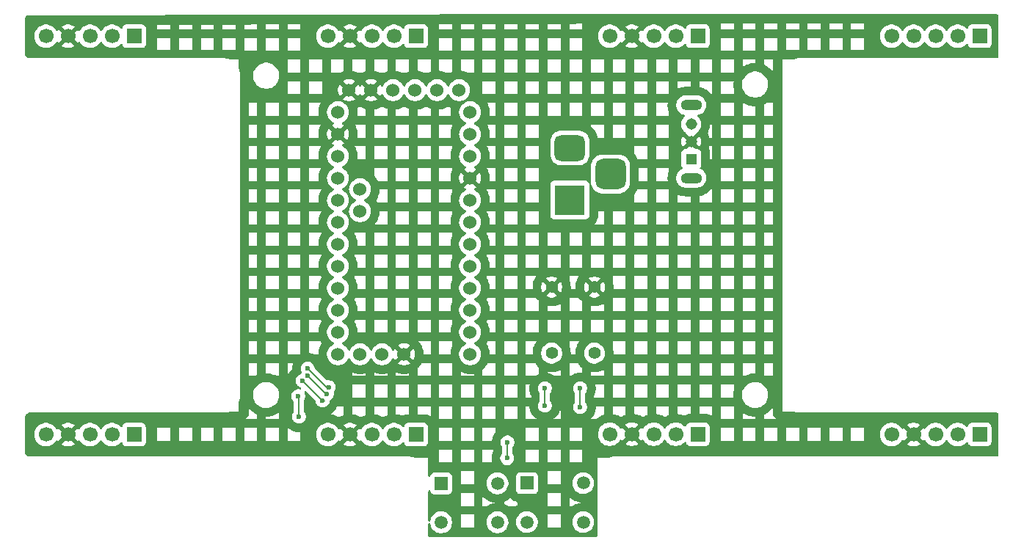
<source format=gbr>
%TF.GenerationSoftware,KiCad,Pcbnew,9.0.5*%
%TF.CreationDate,2025-11-01T23:40:51+06:00*%
%TF.ProjectId,led_matrix_array,6c65645f-6d61-4747-9269-785f61727261,1.0*%
%TF.SameCoordinates,Original*%
%TF.FileFunction,Copper,L2,Bot*%
%TF.FilePolarity,Positive*%
%FSLAX46Y46*%
G04 Gerber Fmt 4.6, Leading zero omitted, Abs format (unit mm)*
G04 Created by KiCad (PCBNEW 9.0.5) date 2025-11-01 23:40:51*
%MOMM*%
%LPD*%
G01*
G04 APERTURE LIST*
G04 Aperture macros list*
%AMRoundRect*
0 Rectangle with rounded corners*
0 $1 Rounding radius*
0 $2 $3 $4 $5 $6 $7 $8 $9 X,Y pos of 4 corners*
0 Add a 4 corners polygon primitive as box body*
4,1,4,$2,$3,$4,$5,$6,$7,$8,$9,$2,$3,0*
0 Add four circle primitives for the rounded corners*
1,1,$1+$1,$2,$3*
1,1,$1+$1,$4,$5*
1,1,$1+$1,$6,$7*
1,1,$1+$1,$8,$9*
0 Add four rect primitives between the rounded corners*
20,1,$1+$1,$2,$3,$4,$5,0*
20,1,$1+$1,$4,$5,$6,$7,0*
20,1,$1+$1,$6,$7,$8,$9,0*
20,1,$1+$1,$8,$9,$2,$3,0*%
G04 Aperture macros list end*
%TA.AperFunction,ComponentPad*%
%ADD10C,1.524000*%
%TD*%
%TA.AperFunction,ComponentPad*%
%ADD11R,1.700000X1.700000*%
%TD*%
%TA.AperFunction,ComponentPad*%
%ADD12C,1.700000*%
%TD*%
%TA.AperFunction,ComponentPad*%
%ADD13R,1.508000X1.508000*%
%TD*%
%TA.AperFunction,ComponentPad*%
%ADD14C,1.508000*%
%TD*%
%TA.AperFunction,ComponentPad*%
%ADD15R,1.308000X1.308000*%
%TD*%
%TA.AperFunction,ComponentPad*%
%ADD16C,1.308000*%
%TD*%
%TA.AperFunction,ComponentPad*%
%ADD17O,2.460000X1.230000*%
%TD*%
%TA.AperFunction,ComponentPad*%
%ADD18C,1.400000*%
%TD*%
%TA.AperFunction,ComponentPad*%
%ADD19R,3.500000X3.500000*%
%TD*%
%TA.AperFunction,ComponentPad*%
%ADD20RoundRect,0.750000X-1.000000X0.750000X-1.000000X-0.750000X1.000000X-0.750000X1.000000X0.750000X0*%
%TD*%
%TA.AperFunction,ComponentPad*%
%ADD21RoundRect,0.875000X-0.875000X0.875000X-0.875000X-0.875000X0.875000X-0.875000X0.875000X0.875000X0*%
%TD*%
%TA.AperFunction,ViaPad*%
%ADD22C,0.600000*%
%TD*%
%TA.AperFunction,Conductor*%
%ADD23C,0.200000*%
%TD*%
G04 APERTURE END LIST*
D10*
%TO.P,U1,34,A5*%
%TO.N,unconnected-(U1-A5-Pad34)*%
X123698000Y-89408000D03*
%TO.P,U1,33,A4*%
%TO.N,unconnected-(U1-A4-Pad33)*%
X123698000Y-91948000D03*
%TO.P,U1,32,DTR*%
%TO.N,unconnected-(U1-DTR-Pad32)*%
X135128000Y-77978000D03*
%TO.P,U1,31,TXO*%
%TO.N,unconnected-(U1-TXO-Pad31)*%
X132588000Y-77978000D03*
%TO.P,U1,30,TXI*%
%TO.N,unconnected-(U1-TXI-Pad30)*%
X130048000Y-77978000D03*
%TO.P,U1,29,VCC*%
%TO.N,/Vcc*%
X127508000Y-77978000D03*
%TO.P,U1,28,GND*%
%TO.N,GND*%
X124968000Y-77978000D03*
%TO.P,U1,27,GND*%
X122428000Y-77978000D03*
%TO.P,U1,26,RAW*%
%TO.N,unconnected-(U1-RAW-Pad26)*%
X121158000Y-80518000D03*
%TO.P,U1,25,GND*%
%TO.N,GND*%
X121158000Y-83058000D03*
%TO.P,U1,24,RST*%
%TO.N,unconnected-(U1-RST-Pad24)*%
X121158000Y-85598000D03*
%TO.P,U1,23,Vcc*%
%TO.N,/Vcc*%
X121158000Y-88138000D03*
%TO.P,U1,22,A3*%
%TO.N,unconnected-(U1-A3-Pad22)*%
X121158000Y-90678000D03*
%TO.P,U1,21,A2*%
%TO.N,unconnected-(U1-A2-Pad21)*%
X121158000Y-93218000D03*
%TO.P,U1,20,A1*%
%TO.N,unconnected-(U1-A1-Pad20)*%
X121158000Y-95758000D03*
%TO.P,U1,19,A0*%
%TO.N,unconnected-(U1-A0-Pad19)*%
X121158000Y-98298000D03*
%TO.P,U1,18,13*%
%TO.N,/CS0*%
X121158000Y-100838000D03*
%TO.P,U1,17,12*%
%TO.N,unconnected-(U1-12-Pad17)*%
X121158000Y-103378000D03*
%TO.P,U1,16,11*%
%TO.N,/CLK0*%
X121158000Y-105918000D03*
%TO.P,U1,15,10*%
%TO.N,/DIN0*%
X121158000Y-108458000D03*
%TO.P,U1,14,A7*%
%TO.N,unconnected-(U1-A7-Pad14)*%
X123698000Y-108458000D03*
%TO.P,U1,13,A6*%
%TO.N,unconnected-(U1-A6-Pad13)*%
X126238000Y-108458000D03*
%TO.P,U1,12,GND*%
%TO.N,GND*%
X128778000Y-108458000D03*
%TO.P,U1,11,9*%
%TO.N,unconnected-(U1-9-Pad11)*%
X136398000Y-108458000D03*
%TO.P,U1,10,8*%
%TO.N,unconnected-(U1-8-Pad10)*%
X136398000Y-105918000D03*
%TO.P,U1,9,7*%
%TO.N,unconnected-(U1-7-Pad9)*%
X136398000Y-103378000D03*
%TO.P,U1,8,6*%
%TO.N,unconnected-(U1-6-Pad8)*%
X136398000Y-100838000D03*
%TO.P,U1,7,5*%
%TO.N,/TIMER_RESET*%
X136398000Y-98298000D03*
%TO.P,U1,6,4*%
%TO.N,/MODE_SELECT*%
X136398000Y-95758000D03*
%TO.P,U1,5,3*%
%TO.N,unconnected-(U1-3-Pad5)*%
X136398000Y-93218000D03*
%TO.P,U1,4,2*%
%TO.N,unconnected-(U1-2-Pad4)*%
X136398000Y-90678000D03*
%TO.P,U1,3,GND*%
%TO.N,GND*%
X136398000Y-88138000D03*
%TO.P,U1,2,RST*%
%TO.N,unconnected-(U1-RST-Pad2)*%
X136398000Y-85598000D03*
%TO.P,U1,1,RXI*%
%TO.N,unconnected-(U1-RXI-Pad1)*%
X136398000Y-83058000D03*
%TO.P,U1,0,TXO*%
%TO.N,unconnected-(U1-TXO-Pad0)*%
X136398000Y-80518000D03*
%TD*%
D11*
%TO.P,J7,1,Pin_1*%
%TO.N,/CS3*%
X162663591Y-71745974D03*
D12*
%TO.P,J7,2,Pin_2*%
%TO.N,/DIN3*%
X160123591Y-71745974D03*
%TO.P,J7,3,Pin_3*%
%TO.N,/CLK3*%
X157583591Y-71745974D03*
%TO.P,J7,4,Pin_4*%
%TO.N,GND*%
X155043591Y-71745974D03*
%TO.P,J7,5,Pin_5*%
%TO.N,/Vcc*%
X152503591Y-71745974D03*
%TD*%
D11*
%TO.P,J8,1,Pin_1*%
%TO.N,/CS3*%
X195174332Y-117704332D03*
D12*
%TO.P,J8,2,Pin_2*%
%TO.N,/DIN3*%
X192634332Y-117704332D03*
%TO.P,J8,3,Pin_3*%
%TO.N,/CLK3*%
X190094332Y-117704332D03*
%TO.P,J8,4,Pin_4*%
%TO.N,GND*%
X187554332Y-117704332D03*
%TO.P,J8,5,Pin_5*%
%TO.N,/Vcc*%
X185014332Y-117704332D03*
%TD*%
D11*
%TO.P,J2,1,Pin_1*%
%TO.N,/CS0*%
X97635997Y-117716941D03*
D12*
%TO.P,J2,2,Pin_2*%
%TO.N,/DIN0*%
X95095997Y-117716941D03*
%TO.P,J2,3,Pin_3*%
%TO.N,/CLK0*%
X92555997Y-117716941D03*
%TO.P,J2,4,Pin_4*%
%TO.N,GND*%
X90015997Y-117716941D03*
%TO.P,J2,5,Pin_5*%
%TO.N,/Vcc*%
X87475997Y-117716941D03*
%TD*%
D13*
%TO.P,S1,1*%
%TO.N,/TIMER_RESET*%
X133058876Y-123347253D03*
D14*
%TO.P,S1,2*%
X139558876Y-123347253D03*
%TO.P,S1,3*%
%TO.N,/Vcc*%
X133058876Y-127847253D03*
%TO.P,S1,4*%
X139558876Y-127847253D03*
%TD*%
D11*
%TO.P,J4,1,Pin_1*%
%TO.N,/CS1*%
X130153552Y-117719973D03*
D12*
%TO.P,J4,2,Pin_2*%
%TO.N,/DIN1*%
X127613552Y-117719973D03*
%TO.P,J4,3,Pin_3*%
%TO.N,/CLK1*%
X125073552Y-117719973D03*
%TO.P,J4,4,Pin_4*%
%TO.N,GND*%
X122533552Y-117719973D03*
%TO.P,J4,5,Pin_5*%
%TO.N,/Vcc*%
X119993552Y-117719973D03*
%TD*%
D15*
%TO.P,S3,1*%
%TO.N,unconnected-(S3-Pad1)*%
X161906256Y-85905188D03*
D16*
%TO.P,S3,2*%
%TO.N,GND*%
X161906256Y-83905188D03*
%TO.P,S3,3*%
%TO.N,Net-(J1-Pad2)*%
X161906256Y-81905188D03*
D17*
%TO.P,S3,S1,SHIELD*%
%TO.N,unconnected-(S3-SHIELD-PadS1)*%
X161906256Y-88105188D03*
%TO.P,S3,S2,SHIELD*%
%TO.N,unconnected-(S3-SHIELD-PadS2)*%
X161906256Y-79705188D03*
%TD*%
D18*
%TO.P,R2,1*%
%TO.N,/MODE_SELECT*%
X150739974Y-108321974D03*
%TO.P,R2,2*%
%TO.N,GND*%
X150739974Y-100701974D03*
%TD*%
D11*
%TO.P,J5,1,Pin_1*%
%TO.N,/CS2*%
X130153552Y-71745974D03*
D12*
%TO.P,J5,2,Pin_2*%
%TO.N,/DIN2*%
X127613552Y-71745974D03*
%TO.P,J5,3,Pin_3*%
%TO.N,/CLK2*%
X125073552Y-71745974D03*
%TO.P,J5,4,Pin_4*%
%TO.N,GND*%
X122533552Y-71745974D03*
%TO.P,J5,5,Pin_5*%
%TO.N,/Vcc*%
X119993552Y-71745974D03*
%TD*%
D13*
%TO.P,S2,1*%
%TO.N,/MODE_SELECT*%
X142952363Y-123318450D03*
D14*
%TO.P,S2,2*%
X149452363Y-123318450D03*
%TO.P,S2,3*%
%TO.N,/Vcc*%
X142952363Y-127818450D03*
%TO.P,S2,4*%
X149452363Y-127818450D03*
%TD*%
D11*
%TO.P,J9,1,Pin_1*%
%TO.N,unconnected-(J9-Pin_1-Pad1)*%
X195174332Y-71745974D03*
D12*
%TO.P,J9,2,Pin_2*%
%TO.N,unconnected-(J9-Pin_2-Pad2)*%
X192634332Y-71745974D03*
%TO.P,J9,3,Pin_3*%
%TO.N,unconnected-(J9-Pin_3-Pad3)*%
X190094332Y-71745974D03*
%TO.P,J9,4,Pin_4*%
%TO.N,unconnected-(J9-Pin_4-Pad4)*%
X187554332Y-71745974D03*
%TO.P,J9,5,Pin_5*%
%TO.N,unconnected-(J9-Pin_5-Pad5)*%
X185014332Y-71745974D03*
%TD*%
D19*
%TO.P,J1,1*%
%TO.N,/Vcc*%
X147907318Y-90647556D03*
D20*
%TO.P,J1,2*%
%TO.N,Net-(J1-Pad2)*%
X147907318Y-84647556D03*
D21*
%TO.P,J1,3*%
%TO.N,N/C*%
X152607318Y-87647556D03*
%TD*%
D11*
%TO.P,J3,1,Pin_1*%
%TO.N,/CS1*%
X97649544Y-71745974D03*
D12*
%TO.P,J3,2,Pin_2*%
%TO.N,/DIN1*%
X95109544Y-71745974D03*
%TO.P,J3,3,Pin_3*%
%TO.N,/CLK1*%
X92569544Y-71745974D03*
%TO.P,J3,4,Pin_4*%
%TO.N,GND*%
X90029544Y-71745974D03*
%TO.P,J3,5,Pin_5*%
%TO.N,/Vcc*%
X87489544Y-71745974D03*
%TD*%
D11*
%TO.P,J6,1,Pin_1*%
%TO.N,/CS2*%
X162663591Y-117676827D03*
D12*
%TO.P,J6,2,Pin_2*%
%TO.N,/DIN2*%
X160123591Y-117676827D03*
%TO.P,J6,3,Pin_3*%
%TO.N,/CLK2*%
X157583591Y-117676827D03*
%TO.P,J6,4,Pin_4*%
%TO.N,GND*%
X155043591Y-117676827D03*
%TO.P,J6,5,Pin_5*%
%TO.N,/Vcc*%
X152503591Y-117676827D03*
%TD*%
D18*
%TO.P,R1,1*%
%TO.N,/TIMER_RESET*%
X145811974Y-108321974D03*
%TO.P,R1,2*%
%TO.N,GND*%
X145811974Y-100701974D03*
%TD*%
D22*
%TO.N,/MODE_SELECT*%
X149098000Y-112390000D03*
X149098000Y-114554000D03*
%TO.N,/TIMER_RESET*%
X140716000Y-118618000D03*
X145034000Y-114392000D03*
X145034000Y-112390000D03*
X140672735Y-120439265D03*
%TO.N,/CS1*%
X120070614Y-112251120D03*
X117662059Y-110094155D03*
%TO.N,/DIN1*%
X117659687Y-110940313D03*
X119888000Y-113030000D03*
%TO.N,/CLK1*%
X117094000Y-111506000D03*
X119380000Y-113792000D03*
%TO.N,/CS0*%
X116586000Y-113284000D03*
X116668867Y-115652867D03*
%TD*%
D23*
%TO.N,/MODE_SELECT*%
X149098000Y-112390000D02*
X149098000Y-114554000D01*
%TO.N,/TIMER_RESET*%
X140672735Y-120439265D02*
X140672735Y-118661265D01*
X140672735Y-118661265D02*
X140716000Y-118618000D01*
X145034000Y-114392000D02*
X145034000Y-112390000D01*
%TO.N,/CS1*%
X119819024Y-112251120D02*
X120070614Y-112251120D01*
X117662059Y-110094155D02*
X119819024Y-112251120D01*
%TO.N,/DIN1*%
X119749374Y-113030000D02*
X119888000Y-113030000D01*
X117659687Y-110940313D02*
X119749374Y-113030000D01*
%TO.N,/CLK1*%
X119634000Y-113792000D02*
X119380000Y-113792000D01*
X117094000Y-111506000D02*
X119380000Y-113792000D01*
%TO.N,/CS0*%
X116668867Y-113366867D02*
X116586000Y-113284000D01*
X116668867Y-115652867D02*
X116668867Y-113366867D01*
%TD*%
%TA.AperFunction,Conductor*%
%TO.N,GND*%
G36*
X196893468Y-69198475D02*
G01*
X196902088Y-69198474D01*
X196902092Y-69198476D01*
X196961896Y-69198474D01*
X196974045Y-69199070D01*
X197105958Y-69212060D01*
X197129798Y-69216801D01*
X197250786Y-69253500D01*
X197273239Y-69262801D01*
X197292453Y-69273071D01*
X197342297Y-69322033D01*
X197358000Y-69382429D01*
X197358000Y-74109513D01*
X197338315Y-74176552D01*
X197292449Y-74218873D01*
X197273226Y-74229147D01*
X197250771Y-74238448D01*
X197129791Y-74275145D01*
X197105949Y-74279887D01*
X196974048Y-74292876D01*
X196961894Y-74293473D01*
X196910100Y-74293472D01*
X196902092Y-74293472D01*
X196902091Y-74293472D01*
X196893468Y-74293472D01*
X196893440Y-74293474D01*
X174436508Y-74293474D01*
X174436479Y-74293472D01*
X174427856Y-74293472D01*
X174361971Y-74293473D01*
X174361963Y-74293474D01*
X174288490Y-74293474D01*
X174288470Y-74293475D01*
X174235340Y-74293475D01*
X174035258Y-74322246D01*
X173984660Y-74329522D01*
X173984657Y-74329523D01*
X173741666Y-74400874D01*
X173741658Y-74400877D01*
X173719945Y-74410794D01*
X173668433Y-74422000D01*
X172466000Y-74422000D01*
X172466000Y-115062000D01*
X173713386Y-115062000D01*
X173748323Y-115067024D01*
X173862877Y-115100662D01*
X173984662Y-115136424D01*
X173984671Y-115136425D01*
X173984674Y-115136426D01*
X174235329Y-115172470D01*
X174235336Y-115172471D01*
X174235337Y-115172471D01*
X174286079Y-115172471D01*
X174286100Y-115172474D01*
X174296082Y-115172474D01*
X174361963Y-115172474D01*
X174361964Y-115172474D01*
X174427856Y-115172476D01*
X174427859Y-115172474D01*
X174436479Y-115172475D01*
X174436508Y-115172474D01*
X196893440Y-115172474D01*
X196893468Y-115172475D01*
X196902088Y-115172474D01*
X196902092Y-115172476D01*
X196961896Y-115172474D01*
X196974045Y-115173070D01*
X197105958Y-115186060D01*
X197129798Y-115190801D01*
X197250786Y-115227500D01*
X197273239Y-115236801D01*
X197292453Y-115247071D01*
X197342297Y-115296033D01*
X197358000Y-115356429D01*
X197358000Y-120083513D01*
X197338315Y-120150552D01*
X197292449Y-120192873D01*
X197273226Y-120203147D01*
X197250771Y-120212448D01*
X197129791Y-120249145D01*
X197105949Y-120253887D01*
X196974048Y-120266876D01*
X196961894Y-120267473D01*
X196910100Y-120267472D01*
X196902092Y-120267472D01*
X196902091Y-120267472D01*
X196893468Y-120267472D01*
X196893440Y-120267474D01*
X153100508Y-120267474D01*
X153100479Y-120267472D01*
X153091856Y-120267472D01*
X153025971Y-120267473D01*
X153025963Y-120267474D01*
X152952490Y-120267474D01*
X152952470Y-120267475D01*
X152899340Y-120267475D01*
X152699258Y-120296246D01*
X152648660Y-120303522D01*
X152648657Y-120303523D01*
X152405666Y-120374874D01*
X152405658Y-120374877D01*
X152383945Y-120384794D01*
X152332433Y-120396000D01*
X151130000Y-120396000D01*
X151130000Y-129274003D01*
X151110315Y-129341042D01*
X151101853Y-129352668D01*
X151037847Y-129430659D01*
X151020660Y-129447847D01*
X150942667Y-129511854D01*
X150878360Y-129539166D01*
X150864004Y-129540000D01*
X131696000Y-129540000D01*
X131628961Y-129520315D01*
X131583206Y-129467511D01*
X131572000Y-129416000D01*
X131572000Y-128054390D01*
X131591685Y-127987351D01*
X131644489Y-127941596D01*
X131713647Y-127931652D01*
X131777203Y-127960677D01*
X131814977Y-128019455D01*
X131818473Y-128034992D01*
X131835265Y-128141016D01*
X131886925Y-128300008D01*
X131896285Y-128328814D01*
X131985932Y-128504754D01*
X131985934Y-128504757D01*
X132101991Y-128664499D01*
X132241629Y-128804137D01*
X132368021Y-128895964D01*
X132401375Y-128920197D01*
X132577315Y-129009844D01*
X132702513Y-129050523D01*
X132765112Y-129070863D01*
X132960140Y-129101753D01*
X132960145Y-129101753D01*
X133157612Y-129101753D01*
X133352639Y-129070863D01*
X133540437Y-129009844D01*
X133716377Y-128920197D01*
X133840408Y-128830084D01*
X133876122Y-128804137D01*
X133876124Y-128804134D01*
X133876128Y-128804132D01*
X134015755Y-128664505D01*
X134015757Y-128664501D01*
X134015760Y-128664499D01*
X134066655Y-128594445D01*
X134131820Y-128504754D01*
X134177043Y-128416000D01*
X135338000Y-128416000D01*
X136840000Y-128416000D01*
X136840000Y-127748516D01*
X138304376Y-127748516D01*
X138304376Y-127945989D01*
X138335265Y-128141016D01*
X138386925Y-128300008D01*
X138396285Y-128328814D01*
X138485932Y-128504754D01*
X138485934Y-128504757D01*
X138601991Y-128664499D01*
X138741629Y-128804137D01*
X138868021Y-128895964D01*
X138901375Y-128920197D01*
X139077315Y-129009844D01*
X139202513Y-129050523D01*
X139265112Y-129070863D01*
X139460140Y-129101753D01*
X139460145Y-129101753D01*
X139657612Y-129101753D01*
X139852639Y-129070863D01*
X140040437Y-129009844D01*
X140216377Y-128920197D01*
X140340408Y-128830084D01*
X140376122Y-128804137D01*
X140376124Y-128804134D01*
X140376128Y-128804132D01*
X140515755Y-128664505D01*
X140515757Y-128664501D01*
X140515760Y-128664499D01*
X140566655Y-128594445D01*
X140631820Y-128504754D01*
X140721467Y-128328814D01*
X140782486Y-128141016D01*
X140787048Y-128112213D01*
X140813376Y-127945989D01*
X140813376Y-127748516D01*
X140808814Y-127719713D01*
X141697863Y-127719713D01*
X141697863Y-127917186D01*
X141728752Y-128112213D01*
X141789771Y-128300008D01*
X141789772Y-128300011D01*
X141879419Y-128475951D01*
X141879421Y-128475954D01*
X141995478Y-128635696D01*
X142135116Y-128775334D01*
X142284597Y-128883936D01*
X142294862Y-128891394D01*
X142470802Y-128981041D01*
X142559449Y-129009844D01*
X142658599Y-129042060D01*
X142853627Y-129072950D01*
X142853632Y-129072950D01*
X143051099Y-129072950D01*
X143246126Y-129042060D01*
X143433924Y-128981041D01*
X143609864Y-128891394D01*
X143729971Y-128804132D01*
X143769609Y-128775334D01*
X143769611Y-128775331D01*
X143769615Y-128775329D01*
X143909242Y-128635702D01*
X143909244Y-128635698D01*
X143909247Y-128635696D01*
X144004378Y-128504757D01*
X144025307Y-128475951D01*
X144055854Y-128416000D01*
X145338000Y-128416000D01*
X146840000Y-128416000D01*
X146840000Y-127719713D01*
X148197863Y-127719713D01*
X148197863Y-127917186D01*
X148228752Y-128112213D01*
X148289771Y-128300008D01*
X148289772Y-128300011D01*
X148379419Y-128475951D01*
X148379421Y-128475954D01*
X148495478Y-128635696D01*
X148635116Y-128775334D01*
X148784597Y-128883936D01*
X148794862Y-128891394D01*
X148970802Y-128981041D01*
X149059449Y-129009844D01*
X149158599Y-129042060D01*
X149353627Y-129072950D01*
X149353632Y-129072950D01*
X149551099Y-129072950D01*
X149746126Y-129042060D01*
X149933924Y-128981041D01*
X150109864Y-128891394D01*
X150229971Y-128804132D01*
X150269609Y-128775334D01*
X150269611Y-128775331D01*
X150269615Y-128775329D01*
X150409242Y-128635702D01*
X150409244Y-128635698D01*
X150409247Y-128635696D01*
X150504378Y-128504757D01*
X150525307Y-128475951D01*
X150614954Y-128300011D01*
X150675973Y-128112213D01*
X150688204Y-128034992D01*
X150706863Y-127917186D01*
X150706863Y-127719713D01*
X150675973Y-127524686D01*
X150624313Y-127365694D01*
X150614954Y-127336889D01*
X150525307Y-127160949D01*
X150517849Y-127150684D01*
X150409247Y-127001203D01*
X150269609Y-126861565D01*
X150109867Y-126745508D01*
X150109866Y-126745507D01*
X150109864Y-126745506D01*
X149933924Y-126655859D01*
X149933921Y-126655858D01*
X149746126Y-126594839D01*
X149551099Y-126563950D01*
X149551094Y-126563950D01*
X149353632Y-126563950D01*
X149353627Y-126563950D01*
X149158599Y-126594839D01*
X148970804Y-126655858D01*
X148794858Y-126745508D01*
X148635116Y-126861565D01*
X148495478Y-127001203D01*
X148379421Y-127160945D01*
X148289771Y-127336891D01*
X148228752Y-127524686D01*
X148197863Y-127719713D01*
X146840000Y-127719713D01*
X146840000Y-126946474D01*
X145338000Y-126946474D01*
X145338000Y-128416000D01*
X144055854Y-128416000D01*
X144114954Y-128300011D01*
X144175973Y-128112213D01*
X144188204Y-128034992D01*
X144206863Y-127917186D01*
X144206863Y-127719713D01*
X144175973Y-127524686D01*
X144124313Y-127365694D01*
X144114954Y-127336889D01*
X144025307Y-127160949D01*
X144017849Y-127150684D01*
X143909247Y-127001203D01*
X143769609Y-126861565D01*
X143609867Y-126745508D01*
X143609866Y-126745507D01*
X143609864Y-126745506D01*
X143433924Y-126655859D01*
X143433921Y-126655858D01*
X143246126Y-126594839D01*
X143051099Y-126563950D01*
X143051094Y-126563950D01*
X142853632Y-126563950D01*
X142853627Y-126563950D01*
X142658599Y-126594839D01*
X142470804Y-126655858D01*
X142294858Y-126745508D01*
X142135116Y-126861565D01*
X141995478Y-127001203D01*
X141879421Y-127160945D01*
X141789771Y-127336891D01*
X141728752Y-127524686D01*
X141697863Y-127719713D01*
X140808814Y-127719713D01*
X140782486Y-127553489D01*
X140762146Y-127490890D01*
X140721467Y-127365692D01*
X140631820Y-127189752D01*
X140610891Y-127160945D01*
X140515760Y-127030006D01*
X140376122Y-126890368D01*
X140216380Y-126774311D01*
X140216379Y-126774310D01*
X140216377Y-126774309D01*
X140040437Y-126684662D01*
X140040434Y-126684661D01*
X139852639Y-126623642D01*
X139657612Y-126592753D01*
X139657607Y-126592753D01*
X139460145Y-126592753D01*
X139460140Y-126592753D01*
X139265112Y-126623642D01*
X139077317Y-126684661D01*
X138901371Y-126774311D01*
X138741629Y-126890368D01*
X138601991Y-127030006D01*
X138485934Y-127189748D01*
X138396284Y-127365694D01*
X138335265Y-127553489D01*
X138304376Y-127748516D01*
X136840000Y-127748516D01*
X136840000Y-126946474D01*
X135338000Y-126946474D01*
X135338000Y-128416000D01*
X134177043Y-128416000D01*
X134221467Y-128328814D01*
X134282486Y-128141016D01*
X134287048Y-128112213D01*
X134313376Y-127945989D01*
X134313376Y-127748516D01*
X134282486Y-127553489D01*
X134262146Y-127490890D01*
X134221467Y-127365692D01*
X134131820Y-127189752D01*
X134110891Y-127160945D01*
X134015760Y-127030006D01*
X133876122Y-126890368D01*
X133716380Y-126774311D01*
X133716379Y-126774310D01*
X133716377Y-126774309D01*
X133540437Y-126684662D01*
X133540434Y-126684661D01*
X133352639Y-126623642D01*
X133157612Y-126592753D01*
X133157607Y-126592753D01*
X132960145Y-126592753D01*
X132960140Y-126592753D01*
X132765112Y-126623642D01*
X132577317Y-126684661D01*
X132401371Y-126774311D01*
X132241629Y-126890368D01*
X132101991Y-127030006D01*
X131985934Y-127189748D01*
X131896284Y-127365694D01*
X131835265Y-127553489D01*
X131818473Y-127659513D01*
X131788544Y-127722648D01*
X131729232Y-127759579D01*
X131659369Y-127758581D01*
X131601137Y-127719971D01*
X131573023Y-127656007D01*
X131572000Y-127640115D01*
X131572000Y-125948474D01*
X135338000Y-125948474D01*
X136840000Y-125948474D01*
X137838000Y-125948474D01*
X138340799Y-125948474D01*
X138359116Y-125936235D01*
X138363218Y-125933610D01*
X138396641Y-125913129D01*
X138400841Y-125910667D01*
X138426537Y-125896277D01*
X138430830Y-125893982D01*
X138641691Y-125786542D01*
X138646071Y-125784418D01*
X138672814Y-125772089D01*
X138677274Y-125770138D01*
X138713490Y-125755136D01*
X138718027Y-125753360D01*
X138745670Y-125743162D01*
X138750270Y-125741567D01*
X138975364Y-125668429D01*
X138980023Y-125667016D01*
X139008392Y-125659015D01*
X139013112Y-125657783D01*
X139051228Y-125648635D01*
X139055979Y-125647593D01*
X139084850Y-125641851D01*
X139089639Y-125640996D01*
X139323389Y-125603972D01*
X139328220Y-125603304D01*
X139340000Y-125601910D01*
X139340000Y-125592595D01*
X139328220Y-125591202D01*
X139323389Y-125590534D01*
X139089639Y-125553510D01*
X139084850Y-125552655D01*
X139055979Y-125546913D01*
X139051228Y-125545871D01*
X139013112Y-125536723D01*
X139008392Y-125535491D01*
X138980023Y-125527490D01*
X138975364Y-125526077D01*
X138779751Y-125462518D01*
X140338000Y-125462518D01*
X140338000Y-125731987D01*
X140367483Y-125741567D01*
X140372082Y-125743162D01*
X140399725Y-125753360D01*
X140404262Y-125755136D01*
X140440478Y-125770138D01*
X140444938Y-125772089D01*
X140471681Y-125784418D01*
X140476061Y-125786542D01*
X140686922Y-125893982D01*
X140691215Y-125896277D01*
X140716911Y-125910667D01*
X140721111Y-125913129D01*
X140754534Y-125933610D01*
X140758636Y-125936235D01*
X140776953Y-125948474D01*
X141693984Y-125948474D01*
X145338000Y-125948474D01*
X146840000Y-125948474D01*
X147838000Y-125948474D01*
X148193984Y-125948474D01*
X148224114Y-125926583D01*
X148228109Y-125923798D01*
X148252603Y-125907432D01*
X148256705Y-125904807D01*
X148290128Y-125884326D01*
X148294328Y-125881864D01*
X148320024Y-125867474D01*
X148324317Y-125865179D01*
X148535178Y-125757739D01*
X148539558Y-125755615D01*
X148566301Y-125743286D01*
X148570761Y-125741335D01*
X148606977Y-125726333D01*
X148611514Y-125724557D01*
X148639157Y-125714359D01*
X148643757Y-125712764D01*
X148868851Y-125639626D01*
X148873510Y-125638213D01*
X148901879Y-125630212D01*
X148906599Y-125628980D01*
X148944715Y-125619832D01*
X148949466Y-125618790D01*
X148978337Y-125613048D01*
X148983126Y-125612193D01*
X149216876Y-125575169D01*
X149221707Y-125574501D01*
X149250979Y-125571038D01*
X149255824Y-125570561D01*
X149282661Y-125568450D01*
X149255824Y-125566339D01*
X149250979Y-125565862D01*
X149221707Y-125562399D01*
X149216876Y-125561731D01*
X148983126Y-125524707D01*
X148978337Y-125523852D01*
X148949466Y-125518110D01*
X148944715Y-125517068D01*
X148906599Y-125507920D01*
X148901879Y-125506688D01*
X148873510Y-125498687D01*
X148868851Y-125497274D01*
X148643757Y-125424136D01*
X148639157Y-125422541D01*
X148611514Y-125412343D01*
X148606977Y-125410567D01*
X148570761Y-125395565D01*
X148566301Y-125393614D01*
X148539558Y-125381285D01*
X148535178Y-125379161D01*
X148324317Y-125271721D01*
X148320024Y-125269426D01*
X148294328Y-125255036D01*
X148290128Y-125252574D01*
X148256705Y-125232093D01*
X148252603Y-125229468D01*
X148228109Y-125213102D01*
X148224114Y-125210317D01*
X148032634Y-125071200D01*
X148028746Y-125068257D01*
X148005587Y-125049998D01*
X148001822Y-125046908D01*
X147972015Y-125021447D01*
X147968376Y-125018213D01*
X147946771Y-124998239D01*
X147943267Y-124994869D01*
X147838000Y-124889602D01*
X147838000Y-125948474D01*
X146840000Y-125948474D01*
X146840000Y-124446474D01*
X145338000Y-124446474D01*
X145338000Y-125948474D01*
X141693984Y-125948474D01*
X141724114Y-125926583D01*
X141728109Y-125923798D01*
X141752603Y-125907432D01*
X141756705Y-125904807D01*
X141790128Y-125884326D01*
X141794328Y-125881864D01*
X141820024Y-125867474D01*
X141824316Y-125865180D01*
X141840000Y-125857188D01*
X141840000Y-125532742D01*
X141831033Y-125530624D01*
X141823554Y-125528608D01*
X141778691Y-125515000D01*
X141771351Y-125512521D01*
X141573861Y-125438863D01*
X141565681Y-125435475D01*
X141516944Y-125413217D01*
X141509030Y-125409255D01*
X141446440Y-125375078D01*
X141438826Y-125370560D01*
X141393759Y-125341596D01*
X141386489Y-125336548D01*
X141214190Y-125207564D01*
X141207299Y-125202011D01*
X141166814Y-125166931D01*
X141160335Y-125160899D01*
X141109914Y-125110478D01*
X141103882Y-125103999D01*
X141068802Y-125063514D01*
X141063249Y-125056623D01*
X141050660Y-125039807D01*
X141042863Y-125047016D01*
X141039224Y-125050250D01*
X141009417Y-125075711D01*
X141005652Y-125078801D01*
X140982493Y-125097060D01*
X140978605Y-125100003D01*
X140787125Y-125239120D01*
X140783130Y-125241905D01*
X140758636Y-125258271D01*
X140754534Y-125260896D01*
X140721111Y-125281377D01*
X140716911Y-125283839D01*
X140691215Y-125298229D01*
X140686922Y-125300524D01*
X140476061Y-125407964D01*
X140471681Y-125410088D01*
X140444938Y-125422417D01*
X140440478Y-125424368D01*
X140404262Y-125439370D01*
X140399725Y-125441146D01*
X140372082Y-125451344D01*
X140367482Y-125452939D01*
X140338000Y-125462518D01*
X138779751Y-125462518D01*
X138750270Y-125452939D01*
X138745670Y-125451344D01*
X138718027Y-125441146D01*
X138713490Y-125439370D01*
X138677274Y-125424368D01*
X138672814Y-125422417D01*
X138646071Y-125410088D01*
X138641691Y-125407964D01*
X138430830Y-125300524D01*
X138426537Y-125298229D01*
X138400841Y-125283839D01*
X138396641Y-125281377D01*
X138363218Y-125260896D01*
X138359116Y-125258271D01*
X138334622Y-125241905D01*
X138330627Y-125239120D01*
X138139147Y-125100003D01*
X138135259Y-125097060D01*
X138112100Y-125078801D01*
X138108335Y-125075711D01*
X138078528Y-125050250D01*
X138074889Y-125047016D01*
X138053284Y-125027042D01*
X138049780Y-125023672D01*
X137882457Y-124856349D01*
X137879087Y-124852845D01*
X137859113Y-124831240D01*
X137855879Y-124827601D01*
X137838000Y-124806670D01*
X137838000Y-125948474D01*
X136840000Y-125948474D01*
X136840000Y-124446474D01*
X135338000Y-124446474D01*
X135338000Y-125948474D01*
X131572000Y-125948474D01*
X131572000Y-124255815D01*
X131591685Y-124188776D01*
X131644489Y-124143021D01*
X131713647Y-124133077D01*
X131777203Y-124162102D01*
X131812182Y-124212482D01*
X131861078Y-124343581D01*
X131861082Y-124343588D01*
X131947328Y-124458797D01*
X131947331Y-124458800D01*
X132062540Y-124545046D01*
X132062547Y-124545050D01*
X132197393Y-124595344D01*
X132197392Y-124595344D01*
X132204320Y-124596088D01*
X132257003Y-124601753D01*
X133860748Y-124601752D01*
X133920359Y-124595344D01*
X134055207Y-124545049D01*
X134170422Y-124458799D01*
X134256672Y-124343584D01*
X134306967Y-124208736D01*
X134313376Y-124149126D01*
X134313376Y-123448474D01*
X135338000Y-123448474D01*
X136840000Y-123448474D01*
X136840000Y-123248516D01*
X138304376Y-123248516D01*
X138304376Y-123445989D01*
X138335265Y-123641016D01*
X138386925Y-123800008D01*
X138396285Y-123828814D01*
X138485932Y-124004754D01*
X138485934Y-124004757D01*
X138601991Y-124164499D01*
X138741629Y-124304137D01*
X138891110Y-124412739D01*
X138901375Y-124420197D01*
X139077315Y-124509844D01*
X139202513Y-124550523D01*
X139265112Y-124570863D01*
X139460140Y-124601753D01*
X139460145Y-124601753D01*
X139657612Y-124601753D01*
X139852639Y-124570863D01*
X139865941Y-124566541D01*
X140040437Y-124509844D01*
X140216377Y-124420197D01*
X140321831Y-124343581D01*
X140376122Y-124304137D01*
X140376124Y-124304134D01*
X140376128Y-124304132D01*
X140515755Y-124164505D01*
X140515757Y-124164501D01*
X140515760Y-124164499D01*
X140566655Y-124094445D01*
X140631820Y-124004754D01*
X140721467Y-123828814D01*
X140782486Y-123641016D01*
X140812982Y-123448474D01*
X140813376Y-123445989D01*
X140813376Y-123248516D01*
X140782486Y-123053489D01*
X140762146Y-122990890D01*
X140721467Y-122865692D01*
X140631820Y-122689752D01*
X140610891Y-122660945D01*
X140515760Y-122530006D01*
X140502339Y-122516585D01*
X141697863Y-122516585D01*
X141697863Y-124120320D01*
X141697864Y-124120326D01*
X141704271Y-124179933D01*
X141754565Y-124314778D01*
X141754569Y-124314785D01*
X141840815Y-124429994D01*
X141840818Y-124429997D01*
X141956027Y-124516243D01*
X141956034Y-124516247D01*
X142090880Y-124566541D01*
X142090879Y-124566541D01*
X142097807Y-124567285D01*
X142150490Y-124572950D01*
X143754235Y-124572949D01*
X143813846Y-124566541D01*
X143948694Y-124516246D01*
X144063909Y-124429996D01*
X144150159Y-124314781D01*
X144200454Y-124179933D01*
X144206863Y-124120323D01*
X144206863Y-123448474D01*
X145338000Y-123448474D01*
X146840000Y-123448474D01*
X146840000Y-123219713D01*
X148197863Y-123219713D01*
X148197863Y-123417186D01*
X148228752Y-123612213D01*
X148289771Y-123800008D01*
X148289772Y-123800011D01*
X148379419Y-123975951D01*
X148379421Y-123975954D01*
X148495478Y-124135696D01*
X148635116Y-124275334D01*
X148784597Y-124383936D01*
X148794862Y-124391394D01*
X148970802Y-124481041D01*
X149096000Y-124521720D01*
X149158599Y-124542060D01*
X149353627Y-124572950D01*
X149353632Y-124572950D01*
X149551099Y-124572950D01*
X149746126Y-124542060D01*
X149933924Y-124481041D01*
X150109864Y-124391394D01*
X150229971Y-124304132D01*
X150269609Y-124275334D01*
X150269611Y-124275331D01*
X150269615Y-124275329D01*
X150409242Y-124135702D01*
X150409244Y-124135698D01*
X150409247Y-124135696D01*
X150504378Y-124004757D01*
X150525307Y-123975951D01*
X150614954Y-123800011D01*
X150675973Y-123612213D01*
X150701907Y-123448474D01*
X150706863Y-123417186D01*
X150706863Y-123219713D01*
X150675973Y-123024686D01*
X150624313Y-122865694D01*
X150614954Y-122836889D01*
X150525307Y-122660949D01*
X150453689Y-122562374D01*
X150409247Y-122501203D01*
X150269609Y-122361565D01*
X150109867Y-122245508D01*
X150109866Y-122245507D01*
X150109864Y-122245506D01*
X149933924Y-122155859D01*
X149914221Y-122149457D01*
X149746126Y-122094839D01*
X149551099Y-122063950D01*
X149551094Y-122063950D01*
X149353632Y-122063950D01*
X149353627Y-122063950D01*
X149158599Y-122094839D01*
X148970804Y-122155858D01*
X148794858Y-122245508D01*
X148635116Y-122361565D01*
X148495478Y-122501203D01*
X148379421Y-122660945D01*
X148289771Y-122836891D01*
X148228752Y-123024686D01*
X148197863Y-123219713D01*
X146840000Y-123219713D01*
X146840000Y-121946474D01*
X145338000Y-121946474D01*
X145338000Y-123448474D01*
X144206863Y-123448474D01*
X144206862Y-122516578D01*
X144200454Y-122456967D01*
X144175616Y-122390374D01*
X144150160Y-122322121D01*
X144150156Y-122322114D01*
X144063910Y-122206905D01*
X144063907Y-122206902D01*
X143948698Y-122120656D01*
X143948691Y-122120652D01*
X143813845Y-122070358D01*
X143813846Y-122070358D01*
X143754246Y-122063951D01*
X143754244Y-122063950D01*
X143754236Y-122063950D01*
X143754227Y-122063950D01*
X142150492Y-122063950D01*
X142150486Y-122063951D01*
X142090879Y-122070358D01*
X141956034Y-122120652D01*
X141956027Y-122120656D01*
X141840818Y-122206902D01*
X141840815Y-122206905D01*
X141754569Y-122322114D01*
X141754565Y-122322121D01*
X141704271Y-122456967D01*
X141699516Y-122501198D01*
X141697864Y-122516573D01*
X141697863Y-122516585D01*
X140502339Y-122516585D01*
X140376122Y-122390368D01*
X140216380Y-122274311D01*
X140216379Y-122274310D01*
X140216377Y-122274309D01*
X140040437Y-122184662D01*
X140040434Y-122184661D01*
X139852639Y-122123642D01*
X139657612Y-122092753D01*
X139657607Y-122092753D01*
X139460145Y-122092753D01*
X139460140Y-122092753D01*
X139265112Y-122123642D01*
X139077317Y-122184661D01*
X138901371Y-122274311D01*
X138741629Y-122390368D01*
X138601991Y-122530006D01*
X138485934Y-122689748D01*
X138396284Y-122865694D01*
X138335265Y-123053489D01*
X138304376Y-123248516D01*
X136840000Y-123248516D01*
X136840000Y-121946474D01*
X135338000Y-121946474D01*
X135338000Y-123448474D01*
X134313376Y-123448474D01*
X134313375Y-122545381D01*
X134306967Y-122485770D01*
X134305569Y-122482023D01*
X134256673Y-122350924D01*
X134256669Y-122350917D01*
X134170423Y-122235708D01*
X134170420Y-122235705D01*
X134055211Y-122149459D01*
X134055204Y-122149455D01*
X133920358Y-122099161D01*
X133920359Y-122099161D01*
X133860759Y-122092754D01*
X133860757Y-122092753D01*
X133860749Y-122092753D01*
X133860740Y-122092753D01*
X132257005Y-122092753D01*
X132256999Y-122092754D01*
X132197392Y-122099161D01*
X132062547Y-122149455D01*
X132062540Y-122149459D01*
X131947331Y-122235705D01*
X131947328Y-122235708D01*
X131861082Y-122350917D01*
X131861078Y-122350924D01*
X131812182Y-122482023D01*
X131770311Y-122537957D01*
X131704847Y-122562374D01*
X131636574Y-122547522D01*
X131587168Y-122498117D01*
X131572000Y-122438690D01*
X131572000Y-120948474D01*
X132838000Y-120948474D01*
X134340000Y-120948474D01*
X135338000Y-120948474D01*
X136840000Y-120948474D01*
X137838000Y-120948474D01*
X138943727Y-120948474D01*
X138940863Y-120939032D01*
X138939240Y-120933168D01*
X138930290Y-120897442D01*
X138928956Y-120891500D01*
X138888631Y-120688773D01*
X138887590Y-120682776D01*
X138882186Y-120646345D01*
X138881441Y-120640304D01*
X138876638Y-120591532D01*
X138876190Y-120585462D01*
X138874384Y-120548690D01*
X138874235Y-120542607D01*
X138874235Y-120360418D01*
X139872235Y-120360418D01*
X139872235Y-120518111D01*
X139902996Y-120672754D01*
X139902999Y-120672766D01*
X139963337Y-120818437D01*
X139963344Y-120818450D01*
X140050945Y-120949553D01*
X140050948Y-120949557D01*
X140162442Y-121061051D01*
X140162446Y-121061054D01*
X140293549Y-121148655D01*
X140293562Y-121148662D01*
X140439233Y-121209000D01*
X140439238Y-121209002D01*
X140556988Y-121232424D01*
X140593888Y-121239764D01*
X140593891Y-121239765D01*
X140593893Y-121239765D01*
X140751579Y-121239765D01*
X140751580Y-121239764D01*
X140906232Y-121209002D01*
X141051914Y-121148659D01*
X141183024Y-121061054D01*
X141294524Y-120949554D01*
X141295246Y-120948474D01*
X142838000Y-120948474D01*
X144340000Y-120948474D01*
X145338000Y-120948474D01*
X146840000Y-120948474D01*
X147838000Y-120948474D01*
X149340000Y-120948474D01*
X149340000Y-119446474D01*
X147838000Y-119446474D01*
X147838000Y-120948474D01*
X146840000Y-120948474D01*
X146840000Y-119446474D01*
X145338000Y-119446474D01*
X145338000Y-120948474D01*
X144340000Y-120948474D01*
X144340000Y-119446474D01*
X142838000Y-119446474D01*
X142838000Y-120948474D01*
X141295246Y-120948474D01*
X141382129Y-120818444D01*
X141442472Y-120672762D01*
X141473235Y-120518107D01*
X141473235Y-120360423D01*
X141473235Y-120360420D01*
X141473234Y-120360418D01*
X141461917Y-120303523D01*
X141442472Y-120205768D01*
X141419601Y-120150552D01*
X141382132Y-120060092D01*
X141382125Y-120060079D01*
X141294133Y-119928390D01*
X141273255Y-119861712D01*
X141273235Y-119859499D01*
X141273235Y-119244205D01*
X141292920Y-119177166D01*
X141309550Y-119156527D01*
X141337789Y-119128289D01*
X141425394Y-118997179D01*
X141485737Y-118851497D01*
X141516500Y-118696842D01*
X141516500Y-118539158D01*
X141516500Y-118539155D01*
X141516499Y-118539153D01*
X141505069Y-118481690D01*
X141498462Y-118448474D01*
X142838000Y-118448474D01*
X144340000Y-118448474D01*
X145338000Y-118448474D01*
X146840000Y-118448474D01*
X147838000Y-118448474D01*
X149340000Y-118448474D01*
X149340000Y-117570540D01*
X151153091Y-117570540D01*
X151153091Y-117783114D01*
X151159925Y-117826259D01*
X151172967Y-117908609D01*
X151186345Y-117993070D01*
X151242457Y-118165765D01*
X151252035Y-118195241D01*
X151348542Y-118384647D01*
X151473481Y-118556613D01*
X151623804Y-118706936D01*
X151795770Y-118831875D01*
X151795772Y-118831876D01*
X151795775Y-118831878D01*
X151985179Y-118928384D01*
X152187348Y-118994073D01*
X152397304Y-119027327D01*
X152397305Y-119027327D01*
X152609877Y-119027327D01*
X152609878Y-119027327D01*
X152819834Y-118994073D01*
X153022003Y-118928384D01*
X153211407Y-118831878D01*
X153238343Y-118812308D01*
X153383377Y-118706936D01*
X153383379Y-118706933D01*
X153383383Y-118706931D01*
X153533695Y-118556619D01*
X153533697Y-118556615D01*
X153533700Y-118556613D01*
X153619481Y-118438544D01*
X153658642Y-118384643D01*
X153663384Y-118375335D01*
X153711354Y-118324538D01*
X153779174Y-118307738D01*
X153845310Y-118330272D01*
X153884354Y-118375327D01*
X153888964Y-118384374D01*
X153928319Y-118438543D01*
X154560628Y-117806235D01*
X154577666Y-117869820D01*
X154643492Y-117983834D01*
X154736584Y-118076926D01*
X154850598Y-118142752D01*
X154914181Y-118159789D01*
X154281873Y-118792096D01*
X154281873Y-118792097D01*
X154336040Y-118831451D01*
X154525373Y-118927922D01*
X154727461Y-118993584D01*
X154937345Y-119026827D01*
X155149837Y-119026827D01*
X155359718Y-118993584D01*
X155359721Y-118993584D01*
X155561808Y-118927922D01*
X155751145Y-118831449D01*
X155805307Y-118792097D01*
X155805308Y-118792097D01*
X155172999Y-118159789D01*
X155236584Y-118142752D01*
X155350598Y-118076926D01*
X155443690Y-117983834D01*
X155509516Y-117869820D01*
X155526553Y-117806235D01*
X156158861Y-118438544D01*
X156158861Y-118438543D01*
X156198213Y-118384382D01*
X156202823Y-118375334D01*
X156250796Y-118324536D01*
X156318616Y-118307739D01*
X156384752Y-118330274D01*
X156423795Y-118375331D01*
X156428540Y-118384644D01*
X156553481Y-118556613D01*
X156703804Y-118706936D01*
X156875770Y-118831875D01*
X156875772Y-118831876D01*
X156875775Y-118831878D01*
X157065179Y-118928384D01*
X157267348Y-118994073D01*
X157477304Y-119027327D01*
X157477305Y-119027327D01*
X157689877Y-119027327D01*
X157689878Y-119027327D01*
X157899834Y-118994073D01*
X158102003Y-118928384D01*
X158291407Y-118831878D01*
X158318343Y-118812308D01*
X158463377Y-118706936D01*
X158463379Y-118706933D01*
X158463383Y-118706931D01*
X158613695Y-118556619D01*
X158613697Y-118556615D01*
X158613700Y-118556613D01*
X158738639Y-118384647D01*
X158738638Y-118384647D01*
X158738642Y-118384643D01*
X158743105Y-118375881D01*
X158791079Y-118325086D01*
X158858899Y-118308290D01*
X158925035Y-118330826D01*
X158964077Y-118375883D01*
X158968542Y-118384647D01*
X159093481Y-118556613D01*
X159243804Y-118706936D01*
X159415770Y-118831875D01*
X159415772Y-118831876D01*
X159415775Y-118831878D01*
X159605179Y-118928384D01*
X159807348Y-118994073D01*
X160017304Y-119027327D01*
X160017305Y-119027327D01*
X160229877Y-119027327D01*
X160229878Y-119027327D01*
X160439834Y-118994073D01*
X160642003Y-118928384D01*
X160831407Y-118831878D01*
X160948164Y-118747050D01*
X161003375Y-118706937D01*
X161003375Y-118706936D01*
X161003383Y-118706931D01*
X161116920Y-118593393D01*
X161178239Y-118559911D01*
X161247931Y-118564895D01*
X161303865Y-118606766D01*
X161320780Y-118637744D01*
X161369793Y-118769155D01*
X161369797Y-118769162D01*
X161456043Y-118884371D01*
X161456046Y-118884374D01*
X161571255Y-118970620D01*
X161571262Y-118970624D01*
X161706108Y-119020918D01*
X161706107Y-119020918D01*
X161707698Y-119021089D01*
X161765718Y-119027327D01*
X163561463Y-119027326D01*
X163621074Y-119020918D01*
X163755922Y-118970623D01*
X163871137Y-118884373D01*
X163957387Y-118769158D01*
X164007682Y-118634310D01*
X164014091Y-118574700D01*
X164014091Y-118448474D01*
X165338000Y-118448474D01*
X166840000Y-118448474D01*
X167838000Y-118448474D01*
X169340000Y-118448474D01*
X170338000Y-118448474D01*
X171840000Y-118448474D01*
X172838000Y-118448474D01*
X174340000Y-118448474D01*
X175338000Y-118448474D01*
X176840000Y-118448474D01*
X177838000Y-118448474D01*
X179340000Y-118448474D01*
X180338000Y-118448474D01*
X181840000Y-118448474D01*
X181840000Y-117598045D01*
X183663832Y-117598045D01*
X183663832Y-117810618D01*
X183692729Y-117993070D01*
X183697086Y-118020575D01*
X183760889Y-118216941D01*
X183762776Y-118222746D01*
X183859283Y-118412152D01*
X183984222Y-118584118D01*
X184134545Y-118734441D01*
X184306511Y-118859380D01*
X184306513Y-118859381D01*
X184306516Y-118859383D01*
X184495920Y-118955889D01*
X184698089Y-119021578D01*
X184908045Y-119054832D01*
X184908046Y-119054832D01*
X185120618Y-119054832D01*
X185120619Y-119054832D01*
X185330575Y-119021578D01*
X185532744Y-118955889D01*
X185722148Y-118859383D01*
X185755374Y-118835243D01*
X185894118Y-118734441D01*
X185894120Y-118734438D01*
X185894124Y-118734436D01*
X186044436Y-118584124D01*
X186044438Y-118584120D01*
X186044441Y-118584118D01*
X186130222Y-118466049D01*
X186169383Y-118412148D01*
X186174125Y-118402840D01*
X186222095Y-118352043D01*
X186289915Y-118335243D01*
X186356051Y-118357777D01*
X186395095Y-118402832D01*
X186399705Y-118411879D01*
X186439060Y-118466048D01*
X187071369Y-117833740D01*
X187088407Y-117897325D01*
X187154233Y-118011339D01*
X187247325Y-118104431D01*
X187361339Y-118170257D01*
X187424922Y-118187294D01*
X186792614Y-118819601D01*
X186792614Y-118819602D01*
X186846781Y-118858956D01*
X187036114Y-118955427D01*
X187238202Y-119021089D01*
X187448086Y-119054332D01*
X187660578Y-119054332D01*
X187870459Y-119021089D01*
X187870462Y-119021089D01*
X188072549Y-118955427D01*
X188261886Y-118858954D01*
X188316048Y-118819602D01*
X188316049Y-118819602D01*
X187683740Y-118187294D01*
X187747325Y-118170257D01*
X187861339Y-118104431D01*
X187954431Y-118011339D01*
X188020257Y-117897325D01*
X188037294Y-117833740D01*
X188669602Y-118466049D01*
X188669602Y-118466048D01*
X188708954Y-118411887D01*
X188713564Y-118402839D01*
X188761537Y-118352041D01*
X188829357Y-118335244D01*
X188895493Y-118357779D01*
X188934536Y-118402836D01*
X188939281Y-118412149D01*
X189064222Y-118584118D01*
X189214545Y-118734441D01*
X189386511Y-118859380D01*
X189386513Y-118859381D01*
X189386516Y-118859383D01*
X189575920Y-118955889D01*
X189778089Y-119021578D01*
X189988045Y-119054832D01*
X189988046Y-119054832D01*
X190200618Y-119054832D01*
X190200619Y-119054832D01*
X190410575Y-119021578D01*
X190612744Y-118955889D01*
X190802148Y-118859383D01*
X190835374Y-118835243D01*
X190974118Y-118734441D01*
X190974120Y-118734438D01*
X190974124Y-118734436D01*
X191124436Y-118584124D01*
X191124438Y-118584120D01*
X191124441Y-118584118D01*
X191238018Y-118427791D01*
X191249383Y-118412148D01*
X191253846Y-118403386D01*
X191301820Y-118352591D01*
X191369640Y-118335795D01*
X191435776Y-118358331D01*
X191474818Y-118403388D01*
X191479283Y-118412152D01*
X191604222Y-118584118D01*
X191754545Y-118734441D01*
X191926511Y-118859380D01*
X191926513Y-118859381D01*
X191926516Y-118859383D01*
X192115920Y-118955889D01*
X192318089Y-119021578D01*
X192528045Y-119054832D01*
X192528046Y-119054832D01*
X192740618Y-119054832D01*
X192740619Y-119054832D01*
X192950575Y-119021578D01*
X193152744Y-118955889D01*
X193342148Y-118859383D01*
X193411120Y-118809272D01*
X193514116Y-118734442D01*
X193514116Y-118734441D01*
X193514124Y-118734436D01*
X193627661Y-118620898D01*
X193688980Y-118587416D01*
X193758672Y-118592400D01*
X193814606Y-118634271D01*
X193831521Y-118665249D01*
X193880534Y-118796660D01*
X193880538Y-118796667D01*
X193966784Y-118911876D01*
X193966787Y-118911879D01*
X194081996Y-118998125D01*
X194082003Y-118998129D01*
X194216849Y-119048423D01*
X194216848Y-119048423D01*
X194223776Y-119049167D01*
X194276459Y-119054832D01*
X196072204Y-119054831D01*
X196131815Y-119048423D01*
X196266663Y-118998128D01*
X196381878Y-118911878D01*
X196468128Y-118796663D01*
X196518423Y-118661815D01*
X196524832Y-118602205D01*
X196524831Y-116806460D01*
X196518423Y-116746849D01*
X196517142Y-116743415D01*
X196468129Y-116612003D01*
X196468125Y-116611996D01*
X196381879Y-116496787D01*
X196381876Y-116496784D01*
X196266667Y-116410538D01*
X196266660Y-116410534D01*
X196131814Y-116360240D01*
X196131815Y-116360240D01*
X196072215Y-116353833D01*
X196072213Y-116353832D01*
X196072205Y-116353832D01*
X196072196Y-116353832D01*
X194276461Y-116353832D01*
X194276455Y-116353833D01*
X194216848Y-116360240D01*
X194082003Y-116410534D01*
X194081996Y-116410538D01*
X193966787Y-116496784D01*
X193966784Y-116496787D01*
X193880538Y-116611996D01*
X193880535Y-116612001D01*
X193831521Y-116743415D01*
X193789649Y-116799348D01*
X193724185Y-116823765D01*
X193655912Y-116808913D01*
X193627658Y-116787762D01*
X193514118Y-116674222D01*
X193342152Y-116549283D01*
X193152746Y-116452776D01*
X193152745Y-116452775D01*
X193152744Y-116452775D01*
X192950575Y-116387086D01*
X192950573Y-116387085D01*
X192950572Y-116387085D01*
X192789289Y-116361540D01*
X192740619Y-116353832D01*
X192528045Y-116353832D01*
X192479374Y-116361540D01*
X192318092Y-116387085D01*
X192115917Y-116452776D01*
X191926511Y-116549283D01*
X191754545Y-116674222D01*
X191604222Y-116824545D01*
X191479281Y-116996514D01*
X191474816Y-117005278D01*
X191426841Y-117056074D01*
X191359020Y-117072868D01*
X191292885Y-117050330D01*
X191253848Y-117005278D01*
X191249382Y-116996514D01*
X191124441Y-116824545D01*
X190974118Y-116674222D01*
X190802152Y-116549283D01*
X190612746Y-116452776D01*
X190612745Y-116452775D01*
X190612744Y-116452775D01*
X190410575Y-116387086D01*
X190410573Y-116387085D01*
X190410572Y-116387085D01*
X190249289Y-116361540D01*
X190200619Y-116353832D01*
X189988045Y-116353832D01*
X189939374Y-116361540D01*
X189778092Y-116387085D01*
X189575917Y-116452776D01*
X189386511Y-116549283D01*
X189214545Y-116674222D01*
X189064222Y-116824545D01*
X188939281Y-116996514D01*
X188934534Y-117005831D01*
X188886559Y-117056625D01*
X188818737Y-117073419D01*
X188752603Y-117050880D01*
X188713566Y-117005827D01*
X188708958Y-116996784D01*
X188669602Y-116942614D01*
X188669601Y-116942614D01*
X188037294Y-117574922D01*
X188020257Y-117511339D01*
X187954431Y-117397325D01*
X187861339Y-117304233D01*
X187747325Y-117238407D01*
X187683741Y-117221369D01*
X188316048Y-116589060D01*
X188261882Y-116549707D01*
X188072549Y-116453236D01*
X187870461Y-116387574D01*
X187660578Y-116354332D01*
X187448086Y-116354332D01*
X187238204Y-116387574D01*
X187238201Y-116387574D01*
X187036114Y-116453236D01*
X186846771Y-116549712D01*
X186792614Y-116589059D01*
X186792614Y-116589060D01*
X187424923Y-117221369D01*
X187361339Y-117238407D01*
X187247325Y-117304233D01*
X187154233Y-117397325D01*
X187088407Y-117511339D01*
X187071369Y-117574923D01*
X186439060Y-116942614D01*
X186439059Y-116942614D01*
X186399712Y-116996772D01*
X186399708Y-116996778D01*
X186395092Y-117005837D01*
X186347113Y-117056629D01*
X186279291Y-117073419D01*
X186213158Y-117050875D01*
X186174126Y-117005825D01*
X186169383Y-116996516D01*
X186169381Y-116996513D01*
X186169380Y-116996511D01*
X186044441Y-116824545D01*
X185894118Y-116674222D01*
X185722152Y-116549283D01*
X185532746Y-116452776D01*
X185532745Y-116452775D01*
X185532744Y-116452775D01*
X185330575Y-116387086D01*
X185330573Y-116387085D01*
X185330572Y-116387085D01*
X185169289Y-116361540D01*
X185120619Y-116353832D01*
X184908045Y-116353832D01*
X184859374Y-116361540D01*
X184698092Y-116387085D01*
X184495917Y-116452776D01*
X184306511Y-116549283D01*
X184134545Y-116674222D01*
X183984222Y-116824545D01*
X183859283Y-116996511D01*
X183762776Y-117185917D01*
X183697085Y-117388092D01*
X183663832Y-117598045D01*
X181840000Y-117598045D01*
X181840000Y-116946474D01*
X180338000Y-116946474D01*
X180338000Y-118448474D01*
X179340000Y-118448474D01*
X179340000Y-116946474D01*
X177838000Y-116946474D01*
X177838000Y-118448474D01*
X176840000Y-118448474D01*
X176840000Y-116946474D01*
X175338000Y-116946474D01*
X175338000Y-118448474D01*
X174340000Y-118448474D01*
X174340000Y-116946474D01*
X172838000Y-116946474D01*
X172838000Y-118448474D01*
X171840000Y-118448474D01*
X171840000Y-116946474D01*
X170338000Y-116946474D01*
X170338000Y-118448474D01*
X169340000Y-118448474D01*
X169340000Y-116946474D01*
X167838000Y-116946474D01*
X167838000Y-118448474D01*
X166840000Y-118448474D01*
X166840000Y-116946474D01*
X165338000Y-116946474D01*
X165338000Y-118448474D01*
X164014091Y-118448474D01*
X164014090Y-116778955D01*
X164007682Y-116719344D01*
X164006401Y-116715910D01*
X163957388Y-116584498D01*
X163957384Y-116584491D01*
X163871138Y-116469282D01*
X163871135Y-116469279D01*
X163755926Y-116383033D01*
X163755919Y-116383029D01*
X163621073Y-116332735D01*
X163621074Y-116332735D01*
X163561474Y-116326328D01*
X163561472Y-116326327D01*
X163561464Y-116326327D01*
X163561455Y-116326327D01*
X161765720Y-116326327D01*
X161765714Y-116326328D01*
X161706107Y-116332735D01*
X161571262Y-116383029D01*
X161571255Y-116383033D01*
X161456046Y-116469279D01*
X161456043Y-116469282D01*
X161369797Y-116584491D01*
X161369794Y-116584496D01*
X161320780Y-116715910D01*
X161278908Y-116771843D01*
X161213444Y-116796260D01*
X161145171Y-116781408D01*
X161116917Y-116760257D01*
X161003377Y-116646717D01*
X160831411Y-116521778D01*
X160642005Y-116425271D01*
X160642004Y-116425270D01*
X160642003Y-116425270D01*
X160439834Y-116359581D01*
X160439832Y-116359580D01*
X160439831Y-116359580D01*
X160278548Y-116334035D01*
X160229878Y-116326327D01*
X160017304Y-116326327D01*
X159968633Y-116334035D01*
X159807351Y-116359580D01*
X159722700Y-116387085D01*
X159682389Y-116400183D01*
X159605176Y-116425271D01*
X159415770Y-116521778D01*
X159243804Y-116646717D01*
X159093481Y-116797040D01*
X158968540Y-116969009D01*
X158964075Y-116977773D01*
X158916100Y-117028569D01*
X158848279Y-117045363D01*
X158782144Y-117022825D01*
X158743107Y-116977773D01*
X158738641Y-116969009D01*
X158613700Y-116797040D01*
X158463377Y-116646717D01*
X158291411Y-116521778D01*
X158102005Y-116425271D01*
X158102004Y-116425270D01*
X158102003Y-116425270D01*
X157899834Y-116359581D01*
X157899832Y-116359580D01*
X157899831Y-116359580D01*
X157738548Y-116334035D01*
X157689878Y-116326327D01*
X157477304Y-116326327D01*
X157428633Y-116334035D01*
X157267351Y-116359580D01*
X157182700Y-116387085D01*
X157142389Y-116400183D01*
X157065176Y-116425271D01*
X156875770Y-116521778D01*
X156703804Y-116646717D01*
X156553481Y-116797040D01*
X156428540Y-116969009D01*
X156423793Y-116978326D01*
X156375818Y-117029120D01*
X156307996Y-117045914D01*
X156241862Y-117023375D01*
X156202825Y-116978322D01*
X156198217Y-116969279D01*
X156158861Y-116915109D01*
X156158860Y-116915109D01*
X155526553Y-117547417D01*
X155509516Y-117483834D01*
X155443690Y-117369820D01*
X155350598Y-117276728D01*
X155236584Y-117210902D01*
X155173000Y-117193864D01*
X155805307Y-116561555D01*
X155751141Y-116522202D01*
X155561808Y-116425731D01*
X155359720Y-116360069D01*
X155149837Y-116326827D01*
X154937345Y-116326827D01*
X154727463Y-116360069D01*
X154727460Y-116360069D01*
X154525373Y-116425731D01*
X154336030Y-116522207D01*
X154281873Y-116561554D01*
X154281873Y-116561555D01*
X154914182Y-117193864D01*
X154850598Y-117210902D01*
X154736584Y-117276728D01*
X154643492Y-117369820D01*
X154577666Y-117483834D01*
X154560628Y-117547418D01*
X153928319Y-116915109D01*
X153928318Y-116915109D01*
X153888971Y-116969267D01*
X153888967Y-116969273D01*
X153884351Y-116978332D01*
X153836372Y-117029124D01*
X153768550Y-117045914D01*
X153702417Y-117023370D01*
X153663385Y-116978320D01*
X153658642Y-116969011D01*
X153658640Y-116969008D01*
X153658639Y-116969006D01*
X153533700Y-116797040D01*
X153383377Y-116646717D01*
X153211411Y-116521778D01*
X153022005Y-116425271D01*
X153022004Y-116425270D01*
X153022003Y-116425270D01*
X152819834Y-116359581D01*
X152819832Y-116359580D01*
X152819831Y-116359580D01*
X152658548Y-116334035D01*
X152609878Y-116326327D01*
X152397304Y-116326327D01*
X152348633Y-116334035D01*
X152187351Y-116359580D01*
X152102700Y-116387085D01*
X152062389Y-116400183D01*
X151985176Y-116425271D01*
X151795770Y-116521778D01*
X151623804Y-116646717D01*
X151473481Y-116797040D01*
X151348542Y-116969006D01*
X151252035Y-117158412D01*
X151252034Y-117158414D01*
X151252034Y-117158415D01*
X151229465Y-117227876D01*
X151186344Y-117360587D01*
X151159990Y-117526980D01*
X151153091Y-117570540D01*
X149340000Y-117570540D01*
X149340000Y-116946474D01*
X147838000Y-116946474D01*
X147838000Y-118448474D01*
X146840000Y-118448474D01*
X146840000Y-116946474D01*
X145338000Y-116946474D01*
X145338000Y-118448474D01*
X144340000Y-118448474D01*
X144340000Y-116946474D01*
X142838000Y-116946474D01*
X142838000Y-118448474D01*
X141498462Y-118448474D01*
X141485737Y-118384503D01*
X141481146Y-118373420D01*
X141425397Y-118238827D01*
X141425390Y-118238814D01*
X141337789Y-118107711D01*
X141337786Y-118107707D01*
X141226292Y-117996213D01*
X141226288Y-117996210D01*
X141095185Y-117908609D01*
X141095172Y-117908602D01*
X140949501Y-117848264D01*
X140949489Y-117848261D01*
X140794845Y-117817500D01*
X140794842Y-117817500D01*
X140637158Y-117817500D01*
X140637155Y-117817500D01*
X140482510Y-117848261D01*
X140482498Y-117848264D01*
X140336827Y-117908602D01*
X140336814Y-117908609D01*
X140205711Y-117996210D01*
X140205707Y-117996213D01*
X140094213Y-118107707D01*
X140094210Y-118107711D01*
X140006609Y-118238814D01*
X140006602Y-118238827D01*
X139946264Y-118384498D01*
X139946261Y-118384510D01*
X139915500Y-118539153D01*
X139915500Y-118696846D01*
X139946261Y-118851489D01*
X139946264Y-118851501D01*
X140006602Y-118997172D01*
X140006610Y-118997187D01*
X140051336Y-119064122D01*
X140072215Y-119130799D01*
X140072235Y-119133014D01*
X140072235Y-119859499D01*
X140052550Y-119926538D01*
X140051337Y-119928390D01*
X139963344Y-120060079D01*
X139963337Y-120060092D01*
X139902999Y-120205763D01*
X139902996Y-120205775D01*
X139872235Y-120360418D01*
X138874235Y-120360418D01*
X138874235Y-120335923D01*
X138874384Y-120329840D01*
X138876190Y-120293068D01*
X138876638Y-120286998D01*
X138881441Y-120238226D01*
X138882186Y-120232185D01*
X138887590Y-120195754D01*
X138888631Y-120189757D01*
X138928956Y-119987030D01*
X138930290Y-119981088D01*
X138939240Y-119945362D01*
X138940863Y-119939498D01*
X138955089Y-119892603D01*
X138956998Y-119886825D01*
X138969400Y-119852164D01*
X138971590Y-119846487D01*
X139050683Y-119655537D01*
X139053149Y-119649973D01*
X139068890Y-119616691D01*
X139071625Y-119611257D01*
X139074235Y-119606373D01*
X139074235Y-119446474D01*
X137838000Y-119446474D01*
X137838000Y-120948474D01*
X136840000Y-120948474D01*
X136840000Y-119446474D01*
X135338000Y-119446474D01*
X135338000Y-120948474D01*
X134340000Y-120948474D01*
X134340000Y-119446474D01*
X132838000Y-119446474D01*
X132838000Y-120948474D01*
X131572000Y-120948474D01*
X131572000Y-120396000D01*
X130097557Y-120396000D01*
X130046050Y-120384796D01*
X130024290Y-120374859D01*
X130024276Y-120374854D01*
X129891678Y-120335923D01*
X129781278Y-120303509D01*
X129781271Y-120303508D01*
X129781267Y-120303507D01*
X129594667Y-120276682D01*
X129530594Y-120267471D01*
X129530593Y-120267471D01*
X129403964Y-120267474D01*
X85722080Y-120267474D01*
X85709924Y-120266877D01*
X85674721Y-120263409D01*
X85578021Y-120253883D01*
X85554180Y-120249140D01*
X85433207Y-120212440D01*
X85410749Y-120203137D01*
X85299261Y-120143542D01*
X85279051Y-120130037D01*
X85181329Y-120049836D01*
X85164140Y-120032646D01*
X85118145Y-119976598D01*
X85090833Y-119912288D01*
X85090000Y-119897936D01*
X85090000Y-117610654D01*
X86125497Y-117610654D01*
X86125497Y-117823227D01*
X86152397Y-117993070D01*
X86158751Y-118033184D01*
X86201829Y-118165765D01*
X86224441Y-118235355D01*
X86320948Y-118424761D01*
X86445887Y-118596727D01*
X86596210Y-118747050D01*
X86768176Y-118871989D01*
X86768178Y-118871990D01*
X86768181Y-118871992D01*
X86957585Y-118968498D01*
X87159754Y-119034187D01*
X87369710Y-119067441D01*
X87369711Y-119067441D01*
X87582283Y-119067441D01*
X87582284Y-119067441D01*
X87792240Y-119034187D01*
X87994409Y-118968498D01*
X88183813Y-118871992D01*
X88234394Y-118835243D01*
X88355783Y-118747050D01*
X88355785Y-118747047D01*
X88355789Y-118747045D01*
X88506101Y-118596733D01*
X88506103Y-118596729D01*
X88506106Y-118596727D01*
X88591887Y-118478658D01*
X88631048Y-118424757D01*
X88635790Y-118415449D01*
X88683760Y-118364652D01*
X88751580Y-118347852D01*
X88817716Y-118370386D01*
X88856760Y-118415441D01*
X88861370Y-118424488D01*
X88900725Y-118478657D01*
X89533034Y-117846349D01*
X89550072Y-117909934D01*
X89615898Y-118023948D01*
X89708990Y-118117040D01*
X89823004Y-118182866D01*
X89886587Y-118199903D01*
X89254279Y-118832210D01*
X89254279Y-118832211D01*
X89308446Y-118871565D01*
X89497779Y-118968036D01*
X89699867Y-119033698D01*
X89909751Y-119066941D01*
X90122243Y-119066941D01*
X90332124Y-119033698D01*
X90332127Y-119033698D01*
X90534214Y-118968036D01*
X90723551Y-118871563D01*
X90777713Y-118832211D01*
X90777714Y-118832211D01*
X90145405Y-118199903D01*
X90208990Y-118182866D01*
X90323004Y-118117040D01*
X90416096Y-118023948D01*
X90481922Y-117909934D01*
X90498959Y-117846349D01*
X91131267Y-118478658D01*
X91131267Y-118478657D01*
X91170619Y-118424496D01*
X91175229Y-118415448D01*
X91223202Y-118364650D01*
X91291022Y-118347853D01*
X91357158Y-118370388D01*
X91396201Y-118415445D01*
X91400946Y-118424758D01*
X91525887Y-118596727D01*
X91676210Y-118747050D01*
X91848176Y-118871989D01*
X91848178Y-118871990D01*
X91848181Y-118871992D01*
X92037585Y-118968498D01*
X92239754Y-119034187D01*
X92449710Y-119067441D01*
X92449711Y-119067441D01*
X92662283Y-119067441D01*
X92662284Y-119067441D01*
X92872240Y-119034187D01*
X93074409Y-118968498D01*
X93263813Y-118871992D01*
X93314394Y-118835243D01*
X93435783Y-118747050D01*
X93435785Y-118747047D01*
X93435789Y-118747045D01*
X93586101Y-118596733D01*
X93586103Y-118596729D01*
X93586106Y-118596727D01*
X93709035Y-118427528D01*
X93711048Y-118424757D01*
X93715511Y-118415995D01*
X93763485Y-118365200D01*
X93831305Y-118348404D01*
X93897441Y-118370940D01*
X93936481Y-118415995D01*
X93940588Y-118424056D01*
X93940948Y-118424761D01*
X94065887Y-118596727D01*
X94216210Y-118747050D01*
X94388176Y-118871989D01*
X94388178Y-118871990D01*
X94388181Y-118871992D01*
X94577585Y-118968498D01*
X94779754Y-119034187D01*
X94989710Y-119067441D01*
X94989711Y-119067441D01*
X95202283Y-119067441D01*
X95202284Y-119067441D01*
X95412240Y-119034187D01*
X95614409Y-118968498D01*
X95803813Y-118871992D01*
X95913781Y-118792096D01*
X95975781Y-118747051D01*
X95975781Y-118747050D01*
X95975789Y-118747045D01*
X96089326Y-118633507D01*
X96150645Y-118600025D01*
X96220337Y-118605009D01*
X96276271Y-118646880D01*
X96293186Y-118677858D01*
X96342199Y-118809269D01*
X96342203Y-118809276D01*
X96428449Y-118924485D01*
X96428452Y-118924488D01*
X96543661Y-119010734D01*
X96543668Y-119010738D01*
X96678514Y-119061032D01*
X96678513Y-119061032D01*
X96685441Y-119061776D01*
X96738124Y-119067441D01*
X98533869Y-119067440D01*
X98593480Y-119061032D01*
X98728328Y-119010737D01*
X98843543Y-118924487D01*
X98929793Y-118809272D01*
X98980088Y-118674424D01*
X98986497Y-118614814D01*
X98986497Y-118448474D01*
X100338000Y-118448474D01*
X101840000Y-118448474D01*
X102838000Y-118448474D01*
X104340000Y-118448474D01*
X105338000Y-118448474D01*
X106840000Y-118448474D01*
X107838000Y-118448474D01*
X109340000Y-118448474D01*
X110338000Y-118448474D01*
X111840000Y-118448474D01*
X112838000Y-118448474D01*
X114340000Y-118448474D01*
X115338000Y-118448474D01*
X116840000Y-118448474D01*
X116840000Y-117613686D01*
X118643052Y-117613686D01*
X118643052Y-117826259D01*
X118675825Y-118033184D01*
X118676306Y-118036216D01*
X118741010Y-118235355D01*
X118741996Y-118238387D01*
X118838503Y-118427793D01*
X118963442Y-118599759D01*
X119113765Y-118750082D01*
X119285731Y-118875021D01*
X119285733Y-118875022D01*
X119285736Y-118875024D01*
X119475140Y-118971530D01*
X119677309Y-119037219D01*
X119887265Y-119070473D01*
X119887266Y-119070473D01*
X120099838Y-119070473D01*
X120099839Y-119070473D01*
X120309795Y-119037219D01*
X120511964Y-118971530D01*
X120701368Y-118875024D01*
X120756124Y-118835242D01*
X120873338Y-118750082D01*
X120873340Y-118750079D01*
X120873344Y-118750077D01*
X121023656Y-118599765D01*
X121023658Y-118599761D01*
X121023661Y-118599759D01*
X121109442Y-118481690D01*
X121148603Y-118427789D01*
X121153345Y-118418481D01*
X121201315Y-118367684D01*
X121269135Y-118350884D01*
X121335271Y-118373418D01*
X121374315Y-118418473D01*
X121378925Y-118427520D01*
X121418280Y-118481689D01*
X122050589Y-117849381D01*
X122067627Y-117912966D01*
X122133453Y-118026980D01*
X122226545Y-118120072D01*
X122340559Y-118185898D01*
X122404142Y-118202935D01*
X121771834Y-118835242D01*
X121771834Y-118835243D01*
X121826001Y-118874597D01*
X122015334Y-118971068D01*
X122217422Y-119036730D01*
X122427306Y-119069973D01*
X122639798Y-119069973D01*
X122849679Y-119036730D01*
X122849682Y-119036730D01*
X123051769Y-118971068D01*
X123241106Y-118874595D01*
X123295268Y-118835243D01*
X123295269Y-118835243D01*
X122662960Y-118202935D01*
X122726545Y-118185898D01*
X122840559Y-118120072D01*
X122933651Y-118026980D01*
X122999477Y-117912966D01*
X123016514Y-117849381D01*
X123648822Y-118481690D01*
X123648822Y-118481689D01*
X123688174Y-118427528D01*
X123692784Y-118418480D01*
X123740757Y-118367682D01*
X123808577Y-118350885D01*
X123874713Y-118373420D01*
X123913756Y-118418477D01*
X123918501Y-118427790D01*
X124043442Y-118599759D01*
X124193765Y-118750082D01*
X124365731Y-118875021D01*
X124365733Y-118875022D01*
X124365736Y-118875024D01*
X124555140Y-118971530D01*
X124757309Y-119037219D01*
X124967265Y-119070473D01*
X124967266Y-119070473D01*
X125179838Y-119070473D01*
X125179839Y-119070473D01*
X125389795Y-119037219D01*
X125591964Y-118971530D01*
X125781368Y-118875024D01*
X125836124Y-118835242D01*
X125953338Y-118750082D01*
X125953340Y-118750079D01*
X125953344Y-118750077D01*
X126103656Y-118599765D01*
X126103658Y-118599761D01*
X126103661Y-118599759D01*
X126228600Y-118427793D01*
X126228599Y-118427793D01*
X126228603Y-118427789D01*
X126233066Y-118419027D01*
X126281040Y-118368232D01*
X126348860Y-118351436D01*
X126414996Y-118373972D01*
X126454038Y-118419029D01*
X126458503Y-118427793D01*
X126583442Y-118599759D01*
X126733765Y-118750082D01*
X126905731Y-118875021D01*
X126905733Y-118875022D01*
X126905736Y-118875024D01*
X127095140Y-118971530D01*
X127297309Y-119037219D01*
X127507265Y-119070473D01*
X127507266Y-119070473D01*
X127719838Y-119070473D01*
X127719839Y-119070473D01*
X127929795Y-119037219D01*
X128131964Y-118971530D01*
X128321368Y-118875024D01*
X128411863Y-118809276D01*
X128493336Y-118750083D01*
X128493336Y-118750082D01*
X128493344Y-118750077D01*
X128606881Y-118636539D01*
X128668200Y-118603057D01*
X128737892Y-118608041D01*
X128793826Y-118649912D01*
X128810741Y-118680890D01*
X128859754Y-118812301D01*
X128859758Y-118812308D01*
X128946004Y-118927517D01*
X128946007Y-118927520D01*
X129061216Y-119013766D01*
X129061223Y-119013770D01*
X129196069Y-119064064D01*
X129196068Y-119064064D01*
X129196608Y-119064122D01*
X129255679Y-119070473D01*
X131051424Y-119070472D01*
X131111035Y-119064064D01*
X131245883Y-119013769D01*
X131361098Y-118927519D01*
X131447348Y-118812304D01*
X131497643Y-118677456D01*
X131504052Y-118617846D01*
X131504052Y-118448474D01*
X132838000Y-118448474D01*
X134340000Y-118448474D01*
X135338000Y-118448474D01*
X136840000Y-118448474D01*
X137838000Y-118448474D01*
X138921603Y-118448474D01*
X138924706Y-118416961D01*
X138925451Y-118410920D01*
X138930855Y-118374489D01*
X138931896Y-118368492D01*
X138972221Y-118165765D01*
X138973555Y-118159823D01*
X138982505Y-118124097D01*
X138984128Y-118118233D01*
X138998354Y-118071338D01*
X139000263Y-118065560D01*
X139012665Y-118030899D01*
X139014855Y-118025222D01*
X139093948Y-117834272D01*
X139096414Y-117828708D01*
X139112155Y-117795426D01*
X139114891Y-117789991D01*
X139137992Y-117746770D01*
X139140991Y-117741475D01*
X139159926Y-117709882D01*
X139163184Y-117704737D01*
X139278017Y-117532878D01*
X139281522Y-117527902D01*
X139303455Y-117498329D01*
X139307199Y-117493531D01*
X139338288Y-117455649D01*
X139340000Y-117453664D01*
X139340000Y-116946474D01*
X137838000Y-116946474D01*
X137838000Y-118448474D01*
X136840000Y-118448474D01*
X136840000Y-116946474D01*
X135338000Y-116946474D01*
X135338000Y-118448474D01*
X134340000Y-118448474D01*
X134340000Y-116946474D01*
X132838000Y-116946474D01*
X132838000Y-118448474D01*
X131504052Y-118448474D01*
X131504051Y-116822101D01*
X131497643Y-116762490D01*
X131496810Y-116760257D01*
X131447349Y-116627644D01*
X131447345Y-116627637D01*
X131361099Y-116512428D01*
X131361096Y-116512425D01*
X131245887Y-116426179D01*
X131245880Y-116426175D01*
X131111034Y-116375881D01*
X131111035Y-116375881D01*
X131051435Y-116369474D01*
X131051433Y-116369473D01*
X131051425Y-116369473D01*
X131051416Y-116369473D01*
X129255681Y-116369473D01*
X129255675Y-116369474D01*
X129196068Y-116375881D01*
X129061223Y-116426175D01*
X129061216Y-116426179D01*
X128946007Y-116512425D01*
X128946004Y-116512428D01*
X128859758Y-116627637D01*
X128859755Y-116627642D01*
X128810741Y-116759056D01*
X128768869Y-116814989D01*
X128703405Y-116839406D01*
X128635132Y-116824554D01*
X128606878Y-116803403D01*
X128493338Y-116689863D01*
X128321372Y-116564924D01*
X128131966Y-116468417D01*
X128131965Y-116468416D01*
X128131964Y-116468416D01*
X127929795Y-116402727D01*
X127929793Y-116402726D01*
X127929792Y-116402726D01*
X127768509Y-116377181D01*
X127719839Y-116369473D01*
X127507265Y-116369473D01*
X127458594Y-116377181D01*
X127297312Y-116402726D01*
X127196224Y-116435571D01*
X127104472Y-116465384D01*
X127095137Y-116468417D01*
X126905731Y-116564924D01*
X126733765Y-116689863D01*
X126583442Y-116840186D01*
X126458501Y-117012155D01*
X126454036Y-117020919D01*
X126406061Y-117071715D01*
X126338240Y-117088509D01*
X126272105Y-117065971D01*
X126233068Y-117020919D01*
X126228602Y-117012155D01*
X126103661Y-116840186D01*
X125953338Y-116689863D01*
X125781372Y-116564924D01*
X125591966Y-116468417D01*
X125591965Y-116468416D01*
X125591964Y-116468416D01*
X125389795Y-116402727D01*
X125389793Y-116402726D01*
X125389792Y-116402726D01*
X125228509Y-116377181D01*
X125179839Y-116369473D01*
X124967265Y-116369473D01*
X124918594Y-116377181D01*
X124757312Y-116402726D01*
X124656224Y-116435571D01*
X124564472Y-116465384D01*
X124555137Y-116468417D01*
X124365731Y-116564924D01*
X124193765Y-116689863D01*
X124043442Y-116840186D01*
X123918501Y-117012155D01*
X123913754Y-117021472D01*
X123865779Y-117072266D01*
X123797957Y-117089060D01*
X123731823Y-117066521D01*
X123692786Y-117021468D01*
X123688178Y-117012425D01*
X123648822Y-116958255D01*
X123648821Y-116958255D01*
X123016514Y-117590563D01*
X122999477Y-117526980D01*
X122933651Y-117412966D01*
X122840559Y-117319874D01*
X122726545Y-117254048D01*
X122662961Y-117237010D01*
X123295268Y-116604701D01*
X123241102Y-116565348D01*
X123051769Y-116468877D01*
X122849681Y-116403215D01*
X122639798Y-116369973D01*
X122427306Y-116369973D01*
X122217424Y-116403215D01*
X122217421Y-116403215D01*
X122015334Y-116468877D01*
X121825991Y-116565353D01*
X121771834Y-116604700D01*
X121771834Y-116604701D01*
X122404143Y-117237010D01*
X122340559Y-117254048D01*
X122226545Y-117319874D01*
X122133453Y-117412966D01*
X122067627Y-117526980D01*
X122050589Y-117590564D01*
X121418280Y-116958255D01*
X121418279Y-116958255D01*
X121378932Y-117012413D01*
X121378928Y-117012419D01*
X121374312Y-117021478D01*
X121326333Y-117072270D01*
X121258511Y-117089060D01*
X121192378Y-117066516D01*
X121153346Y-117021466D01*
X121148603Y-117012157D01*
X121148601Y-117012154D01*
X121148600Y-117012152D01*
X121023661Y-116840186D01*
X120873338Y-116689863D01*
X120701372Y-116564924D01*
X120511966Y-116468417D01*
X120511965Y-116468416D01*
X120511964Y-116468416D01*
X120309795Y-116402727D01*
X120309793Y-116402726D01*
X120309792Y-116402726D01*
X120148509Y-116377181D01*
X120099839Y-116369473D01*
X119887265Y-116369473D01*
X119838594Y-116377181D01*
X119677312Y-116402726D01*
X119576224Y-116435571D01*
X119484472Y-116465384D01*
X119475137Y-116468417D01*
X119285731Y-116564924D01*
X119113765Y-116689863D01*
X118963442Y-116840186D01*
X118838503Y-117012152D01*
X118741996Y-117201558D01*
X118676305Y-117403733D01*
X118643052Y-117613686D01*
X116840000Y-117613686D01*
X116840000Y-117447106D01*
X116821134Y-117448964D01*
X116815064Y-117449412D01*
X116778292Y-117451218D01*
X116772209Y-117451367D01*
X116565525Y-117451367D01*
X116559442Y-117451218D01*
X116522670Y-117449412D01*
X116516600Y-117448964D01*
X116467828Y-117444161D01*
X116461787Y-117443416D01*
X116425356Y-117438012D01*
X116419359Y-117436971D01*
X116216632Y-117396646D01*
X116210690Y-117395312D01*
X116174964Y-117386362D01*
X116169100Y-117384739D01*
X116122205Y-117370513D01*
X116116427Y-117368604D01*
X116081766Y-117356202D01*
X116076089Y-117354012D01*
X115885139Y-117274919D01*
X115879575Y-117272453D01*
X115846293Y-117256712D01*
X115840858Y-117253976D01*
X115797637Y-117230875D01*
X115792342Y-117227876D01*
X115760749Y-117208941D01*
X115755604Y-117205683D01*
X115583745Y-117090850D01*
X115578769Y-117087345D01*
X115549196Y-117065412D01*
X115544398Y-117061668D01*
X115506516Y-117030579D01*
X115501909Y-117026605D01*
X115474622Y-117001874D01*
X115470213Y-116997676D01*
X115419011Y-116946474D01*
X115338000Y-116946474D01*
X115338000Y-118448474D01*
X114340000Y-118448474D01*
X114340000Y-116946474D01*
X112838000Y-116946474D01*
X112838000Y-118448474D01*
X111840000Y-118448474D01*
X111840000Y-116946474D01*
X110338000Y-116946474D01*
X110338000Y-118448474D01*
X109340000Y-118448474D01*
X109340000Y-116946474D01*
X107838000Y-116946474D01*
X107838000Y-118448474D01*
X106840000Y-118448474D01*
X106840000Y-116946474D01*
X105338000Y-116946474D01*
X105338000Y-118448474D01*
X104340000Y-118448474D01*
X104340000Y-116946474D01*
X102838000Y-116946474D01*
X102838000Y-118448474D01*
X101840000Y-118448474D01*
X101840000Y-116946474D01*
X100338000Y-116946474D01*
X100338000Y-118448474D01*
X98986497Y-118448474D01*
X98986496Y-116819069D01*
X98980088Y-116759458D01*
X98978807Y-116756024D01*
X98929794Y-116624612D01*
X98929790Y-116624605D01*
X98843544Y-116509396D01*
X98843541Y-116509393D01*
X98728332Y-116423147D01*
X98728325Y-116423143D01*
X98593479Y-116372849D01*
X98593480Y-116372849D01*
X98533880Y-116366442D01*
X98533878Y-116366441D01*
X98533870Y-116366441D01*
X98533861Y-116366441D01*
X96738126Y-116366441D01*
X96738120Y-116366442D01*
X96678513Y-116372849D01*
X96543668Y-116423143D01*
X96543661Y-116423147D01*
X96428452Y-116509393D01*
X96428449Y-116509396D01*
X96342203Y-116624605D01*
X96342200Y-116624610D01*
X96293186Y-116756024D01*
X96251314Y-116811957D01*
X96185850Y-116836374D01*
X96117577Y-116821522D01*
X96089323Y-116800371D01*
X95975783Y-116686831D01*
X95803817Y-116561892D01*
X95614411Y-116465385D01*
X95614410Y-116465384D01*
X95614409Y-116465384D01*
X95412240Y-116399695D01*
X95412238Y-116399694D01*
X95412237Y-116399694D01*
X95250954Y-116374149D01*
X95202284Y-116366441D01*
X94989710Y-116366441D01*
X94941039Y-116374149D01*
X94779757Y-116399694D01*
X94577582Y-116465385D01*
X94388176Y-116561892D01*
X94216210Y-116686831D01*
X94065887Y-116837154D01*
X93940946Y-117009123D01*
X93936481Y-117017887D01*
X93888506Y-117068683D01*
X93820685Y-117085477D01*
X93754550Y-117062939D01*
X93715513Y-117017887D01*
X93711047Y-117009123D01*
X93586106Y-116837154D01*
X93435783Y-116686831D01*
X93263817Y-116561892D01*
X93074411Y-116465385D01*
X93074410Y-116465384D01*
X93074409Y-116465384D01*
X92872240Y-116399695D01*
X92872238Y-116399694D01*
X92872237Y-116399694D01*
X92710954Y-116374149D01*
X92662284Y-116366441D01*
X92449710Y-116366441D01*
X92401039Y-116374149D01*
X92239757Y-116399694D01*
X92037582Y-116465385D01*
X91848176Y-116561892D01*
X91676210Y-116686831D01*
X91525887Y-116837154D01*
X91400946Y-117009123D01*
X91396199Y-117018440D01*
X91348224Y-117069234D01*
X91280402Y-117086028D01*
X91214268Y-117063489D01*
X91175231Y-117018436D01*
X91170623Y-117009393D01*
X91131267Y-116955223D01*
X91131266Y-116955223D01*
X90498959Y-117587531D01*
X90481922Y-117523948D01*
X90416096Y-117409934D01*
X90323004Y-117316842D01*
X90208990Y-117251016D01*
X90145406Y-117233978D01*
X90777713Y-116601669D01*
X90723547Y-116562316D01*
X90534214Y-116465845D01*
X90332126Y-116400183D01*
X90122243Y-116366941D01*
X89909751Y-116366941D01*
X89699869Y-116400183D01*
X89699866Y-116400183D01*
X89497779Y-116465845D01*
X89308436Y-116562321D01*
X89254279Y-116601668D01*
X89254279Y-116601669D01*
X89886588Y-117233978D01*
X89823004Y-117251016D01*
X89708990Y-117316842D01*
X89615898Y-117409934D01*
X89550072Y-117523948D01*
X89533034Y-117587532D01*
X88900725Y-116955223D01*
X88900724Y-116955223D01*
X88861377Y-117009381D01*
X88861373Y-117009387D01*
X88856757Y-117018446D01*
X88808778Y-117069238D01*
X88740956Y-117086028D01*
X88674823Y-117063484D01*
X88635791Y-117018434D01*
X88631048Y-117009125D01*
X88631046Y-117009122D01*
X88631045Y-117009120D01*
X88506106Y-116837154D01*
X88355783Y-116686831D01*
X88183817Y-116561892D01*
X87994411Y-116465385D01*
X87994410Y-116465384D01*
X87994409Y-116465384D01*
X87792240Y-116399695D01*
X87792238Y-116399694D01*
X87792237Y-116399694D01*
X87630954Y-116374149D01*
X87582284Y-116366441D01*
X87369710Y-116366441D01*
X87321039Y-116374149D01*
X87159757Y-116399694D01*
X86957582Y-116465385D01*
X86768176Y-116561892D01*
X86596210Y-116686831D01*
X86445887Y-116837154D01*
X86320948Y-117009120D01*
X86224441Y-117198526D01*
X86224440Y-117198528D01*
X86224440Y-117198529D01*
X86222116Y-117205683D01*
X86158750Y-117400701D01*
X86125497Y-117610654D01*
X85090000Y-117610654D01*
X85090000Y-115948474D01*
X110431102Y-115948474D01*
X111840000Y-115948474D01*
X111840000Y-115638968D01*
X112838000Y-115638968D01*
X112838000Y-115948474D01*
X114340000Y-115948474D01*
X114340000Y-115169192D01*
X114238784Y-115242731D01*
X114234788Y-115245516D01*
X114210291Y-115261884D01*
X114206190Y-115264509D01*
X114172766Y-115284991D01*
X114168565Y-115287453D01*
X114142869Y-115301843D01*
X114138576Y-115304138D01*
X113893198Y-115429165D01*
X113888814Y-115431291D01*
X113862038Y-115443634D01*
X113857571Y-115445588D01*
X113821355Y-115460586D01*
X113816824Y-115462359D01*
X113789215Y-115472543D01*
X113784621Y-115474136D01*
X113522715Y-115559236D01*
X113518052Y-115560650D01*
X113489673Y-115568653D01*
X113484954Y-115569884D01*
X113446835Y-115579032D01*
X113442085Y-115580074D01*
X113413223Y-115585814D01*
X113408434Y-115586669D01*
X113136444Y-115629749D01*
X113131614Y-115630417D01*
X113102342Y-115633880D01*
X113097498Y-115634357D01*
X113058418Y-115637431D01*
X113053559Y-115637718D01*
X113024145Y-115638873D01*
X113019280Y-115638968D01*
X112838000Y-115638968D01*
X111840000Y-115638968D01*
X111840000Y-115413880D01*
X111624620Y-115304138D01*
X111620327Y-115301843D01*
X111594631Y-115287453D01*
X111590430Y-115284991D01*
X111557006Y-115264509D01*
X111552905Y-115261884D01*
X111528408Y-115245516D01*
X111524412Y-115242731D01*
X111301618Y-115080861D01*
X111297735Y-115077921D01*
X111274601Y-115059683D01*
X111270838Y-115056595D01*
X111241031Y-115031137D01*
X111237391Y-115027902D01*
X111215763Y-115007909D01*
X111212254Y-115004535D01*
X111017531Y-114809812D01*
X111014157Y-114806303D01*
X110994164Y-114784675D01*
X110990929Y-114781035D01*
X110965471Y-114751228D01*
X110962383Y-114747465D01*
X110944145Y-114724331D01*
X110941205Y-114720448D01*
X110852000Y-114597668D01*
X110852000Y-115476214D01*
X110832315Y-115543253D01*
X110815681Y-115563895D01*
X110431102Y-115948474D01*
X85090000Y-115948474D01*
X85090000Y-115541980D01*
X85109685Y-115474941D01*
X85118140Y-115463323D01*
X85164119Y-115407298D01*
X85181298Y-115390119D01*
X85279034Y-115309909D01*
X85299234Y-115296411D01*
X85410744Y-115236807D01*
X85433189Y-115227510D01*
X85554181Y-115190806D01*
X85578004Y-115186066D01*
X85694910Y-115174549D01*
X85709925Y-115173071D01*
X85722081Y-115172474D01*
X108067964Y-115172474D01*
X108194594Y-115172476D01*
X108445277Y-115136437D01*
X108681695Y-115067021D01*
X108716628Y-115062000D01*
X109728000Y-115062000D01*
X109728000Y-114050627D01*
X109733022Y-114015694D01*
X109733868Y-114012814D01*
X109802437Y-113779277D01*
X109838476Y-113528594D01*
X109838474Y-113401964D01*
X109838474Y-113377331D01*
X109838474Y-113022370D01*
X111381098Y-113022370D01*
X111381098Y-113258565D01*
X111418044Y-113491836D01*
X111491031Y-113716464D01*
X111583756Y-113898445D01*
X111598255Y-113926901D01*
X111737081Y-114117978D01*
X111904088Y-114284985D01*
X112095165Y-114423811D01*
X112187476Y-114470846D01*
X112305601Y-114531034D01*
X112305603Y-114531034D01*
X112305606Y-114531036D01*
X112400094Y-114561737D01*
X112530229Y-114604021D01*
X112763501Y-114640968D01*
X112763506Y-114640968D01*
X112999695Y-114640968D01*
X113232966Y-114604021D01*
X113268427Y-114592499D01*
X113457590Y-114531036D01*
X113668031Y-114423811D01*
X113859108Y-114284985D01*
X114026115Y-114117978D01*
X114164941Y-113926901D01*
X114272166Y-113716460D01*
X114345151Y-113491836D01*
X114348917Y-113468056D01*
X114382098Y-113258565D01*
X114382098Y-113205153D01*
X115785500Y-113205153D01*
X115785500Y-113362846D01*
X115816261Y-113517489D01*
X115816264Y-113517501D01*
X115876602Y-113663172D01*
X115876609Y-113663185D01*
X115964209Y-113794287D01*
X115964210Y-113794288D01*
X115964211Y-113794289D01*
X116032049Y-113862127D01*
X116065533Y-113923448D01*
X116068367Y-113949807D01*
X116068367Y-115073101D01*
X116048682Y-115140140D01*
X116047469Y-115141992D01*
X115959476Y-115273681D01*
X115959469Y-115273694D01*
X115899131Y-115419365D01*
X115899128Y-115419377D01*
X115868367Y-115574020D01*
X115868367Y-115731713D01*
X115899128Y-115886356D01*
X115899131Y-115886368D01*
X115959469Y-116032039D01*
X115959476Y-116032052D01*
X116047077Y-116163155D01*
X116047080Y-116163159D01*
X116158574Y-116274653D01*
X116158578Y-116274656D01*
X116289681Y-116362257D01*
X116289694Y-116362264D01*
X116435365Y-116422602D01*
X116435370Y-116422604D01*
X116535258Y-116442473D01*
X116590020Y-116453366D01*
X116590023Y-116453367D01*
X116590025Y-116453367D01*
X116747711Y-116453367D01*
X116747712Y-116453366D01*
X116902364Y-116422604D01*
X117022484Y-116372849D01*
X117048039Y-116362264D01*
X117048039Y-116362263D01*
X117048046Y-116362261D01*
X117179156Y-116274656D01*
X117290656Y-116163156D01*
X117378261Y-116032046D01*
X117412877Y-115948474D01*
X132838000Y-115948474D01*
X134340000Y-115948474D01*
X135338000Y-115948474D01*
X136840000Y-115948474D01*
X137838000Y-115948474D01*
X139340000Y-115948474D01*
X140338000Y-115948474D01*
X141840000Y-115948474D01*
X142838000Y-115948474D01*
X144126549Y-115948474D01*
X145941451Y-115948474D01*
X146840000Y-115948474D01*
X146840000Y-115857463D01*
X150338000Y-115857463D01*
X150338000Y-115948474D01*
X150910664Y-115948474D01*
X165338000Y-115948474D01*
X166840000Y-115948474D01*
X167838000Y-115948474D01*
X169340000Y-115948474D01*
X169340000Y-115638968D01*
X169138659Y-115638968D01*
X169133794Y-115638873D01*
X169104380Y-115637718D01*
X169099521Y-115637431D01*
X169060441Y-115634357D01*
X169055597Y-115633880D01*
X169026325Y-115630417D01*
X169021495Y-115629749D01*
X168749505Y-115586669D01*
X168744716Y-115585814D01*
X168715854Y-115580074D01*
X168711104Y-115579032D01*
X168672985Y-115569884D01*
X168668266Y-115568653D01*
X168639887Y-115560650D01*
X168635224Y-115559236D01*
X168373318Y-115474136D01*
X168368724Y-115472543D01*
X168341115Y-115462359D01*
X168336584Y-115460586D01*
X168300368Y-115445588D01*
X168295901Y-115443634D01*
X168269125Y-115431291D01*
X168264741Y-115429165D01*
X168214681Y-115403658D01*
X170338000Y-115403658D01*
X170338000Y-115948474D01*
X171762898Y-115948474D01*
X171378319Y-115563895D01*
X171344834Y-115502572D01*
X171342000Y-115476214D01*
X171342000Y-114548034D01*
X171216734Y-114720448D01*
X171213794Y-114724331D01*
X171195556Y-114747465D01*
X171192468Y-114751228D01*
X171167010Y-114781035D01*
X171163775Y-114784675D01*
X171143782Y-114806303D01*
X171140408Y-114809812D01*
X170945685Y-115004535D01*
X170942176Y-115007909D01*
X170920548Y-115027902D01*
X170916908Y-115031137D01*
X170887101Y-115056595D01*
X170883338Y-115059683D01*
X170860204Y-115077921D01*
X170856321Y-115080861D01*
X170633527Y-115242731D01*
X170629531Y-115245516D01*
X170605034Y-115261884D01*
X170600933Y-115264509D01*
X170567509Y-115284991D01*
X170563308Y-115287453D01*
X170537612Y-115301843D01*
X170533319Y-115304138D01*
X170338000Y-115403658D01*
X168214681Y-115403658D01*
X168019363Y-115304138D01*
X168015070Y-115301843D01*
X167989374Y-115287453D01*
X167985173Y-115284991D01*
X167951749Y-115264509D01*
X167947648Y-115261884D01*
X167923151Y-115245516D01*
X167919155Y-115242731D01*
X167838000Y-115183768D01*
X167838000Y-115948474D01*
X166840000Y-115948474D01*
X166840000Y-114446474D01*
X165338000Y-114446474D01*
X165338000Y-115948474D01*
X150910664Y-115948474D01*
X150931955Y-115927183D01*
X150935459Y-115923813D01*
X150957064Y-115903839D01*
X150960703Y-115900605D01*
X150990510Y-115875144D01*
X150994275Y-115872054D01*
X151017434Y-115853795D01*
X151021322Y-115850852D01*
X151225026Y-115702853D01*
X151229023Y-115700067D01*
X151253518Y-115683701D01*
X151257618Y-115681077D01*
X151291041Y-115660596D01*
X151295241Y-115658134D01*
X151320937Y-115643744D01*
X151325230Y-115641449D01*
X151549572Y-115527141D01*
X151553955Y-115525016D01*
X151580730Y-115512673D01*
X151585199Y-115510718D01*
X151621416Y-115495720D01*
X151625944Y-115493948D01*
X151653554Y-115483763D01*
X151658151Y-115482169D01*
X151840000Y-115423082D01*
X151840000Y-115352018D01*
X152838000Y-115352018D01*
X152995319Y-115376935D01*
X153000114Y-115377791D01*
X153029014Y-115383540D01*
X153033774Y-115384585D01*
X153071891Y-115393738D01*
X153076596Y-115394965D01*
X153104938Y-115402958D01*
X153109598Y-115404372D01*
X153349031Y-115482169D01*
X153353628Y-115483763D01*
X153381238Y-115493948D01*
X153385766Y-115495720D01*
X153421983Y-115510718D01*
X153426452Y-115512673D01*
X153453227Y-115525016D01*
X153457610Y-115527141D01*
X153681952Y-115641449D01*
X153686245Y-115643744D01*
X153711941Y-115658134D01*
X153716141Y-115660596D01*
X153749564Y-115681077D01*
X153753664Y-115683701D01*
X153774041Y-115697315D01*
X153793828Y-115684097D01*
X153797934Y-115681470D01*
X153831356Y-115660994D01*
X153835547Y-115658537D01*
X153861213Y-115644164D01*
X153865505Y-115641870D01*
X154089745Y-115527613D01*
X154094123Y-115525490D01*
X154120867Y-115513160D01*
X154125330Y-115511207D01*
X154161547Y-115496205D01*
X154166082Y-115494431D01*
X154193727Y-115484232D01*
X154198328Y-115482636D01*
X154340000Y-115436603D01*
X154340000Y-115346189D01*
X155338000Y-115346189D01*
X155535184Y-115377421D01*
X155539972Y-115378276D01*
X155568835Y-115384016D01*
X155573587Y-115385058D01*
X155611704Y-115394206D01*
X155616420Y-115395436D01*
X155644797Y-115403438D01*
X155649461Y-115404853D01*
X155888854Y-115482636D01*
X155893455Y-115484232D01*
X155921100Y-115494431D01*
X155925636Y-115496206D01*
X155961852Y-115511208D01*
X155966310Y-115513158D01*
X155993054Y-115525487D01*
X155997437Y-115527613D01*
X156221701Y-115641883D01*
X156225996Y-115644179D01*
X156251708Y-115658579D01*
X156255910Y-115661042D01*
X156289331Y-115681524D01*
X156293431Y-115684148D01*
X156313138Y-115697316D01*
X156333518Y-115683701D01*
X156337618Y-115681077D01*
X156371041Y-115660596D01*
X156375241Y-115658134D01*
X156400937Y-115643744D01*
X156405230Y-115641449D01*
X156629572Y-115527141D01*
X156633955Y-115525016D01*
X156660730Y-115512673D01*
X156665199Y-115510718D01*
X156701416Y-115495720D01*
X156705944Y-115493948D01*
X156733554Y-115483763D01*
X156738151Y-115482169D01*
X156840000Y-115449075D01*
X156840000Y-115339347D01*
X157838000Y-115339347D01*
X158075319Y-115376935D01*
X158080114Y-115377791D01*
X158109014Y-115383540D01*
X158113774Y-115384585D01*
X158151891Y-115393738D01*
X158156596Y-115394965D01*
X158184938Y-115402958D01*
X158189598Y-115404372D01*
X158429031Y-115482169D01*
X158433628Y-115483763D01*
X158461238Y-115493948D01*
X158465766Y-115495720D01*
X158501983Y-115510718D01*
X158506452Y-115512673D01*
X158533227Y-115525016D01*
X158537610Y-115527141D01*
X158761952Y-115641449D01*
X158766245Y-115643744D01*
X158791941Y-115658134D01*
X158796141Y-115660596D01*
X158829564Y-115681077D01*
X158833664Y-115683701D01*
X158853591Y-115697014D01*
X158873518Y-115683701D01*
X158877618Y-115681077D01*
X158911041Y-115660596D01*
X158915241Y-115658134D01*
X158940937Y-115643744D01*
X158945230Y-115641449D01*
X159169572Y-115527141D01*
X159173955Y-115525016D01*
X159200730Y-115512673D01*
X159205199Y-115510718D01*
X159241416Y-115495720D01*
X159245944Y-115493948D01*
X159273554Y-115483763D01*
X159278150Y-115482169D01*
X159340000Y-115462072D01*
X159340000Y-115334062D01*
X160338000Y-115334062D01*
X160361827Y-115336883D01*
X160366650Y-115337550D01*
X160615319Y-115376935D01*
X160620114Y-115377791D01*
X160649014Y-115383540D01*
X160653774Y-115384585D01*
X160691891Y-115393738D01*
X160696596Y-115394965D01*
X160724938Y-115402958D01*
X160729598Y-115404372D01*
X160969031Y-115482169D01*
X160973628Y-115483763D01*
X161001238Y-115493948D01*
X161005766Y-115495720D01*
X161041983Y-115510718D01*
X161046452Y-115512673D01*
X161066148Y-115521752D01*
X161124258Y-115490022D01*
X161132172Y-115486060D01*
X161180909Y-115463802D01*
X161189089Y-115460414D01*
X161386573Y-115386758D01*
X161393912Y-115384279D01*
X161438763Y-115370674D01*
X161446239Y-115368659D01*
X161506954Y-115354311D01*
X161514546Y-115352766D01*
X161560751Y-115344855D01*
X161568424Y-115343786D01*
X161672346Y-115332615D01*
X161675655Y-115332304D01*
X161695692Y-115330692D01*
X161699004Y-115330470D01*
X161725686Y-115329041D01*
X161729004Y-115328908D01*
X161749055Y-115328372D01*
X161752368Y-115328328D01*
X161840000Y-115328327D01*
X162838000Y-115328327D01*
X163574839Y-115328327D01*
X163578163Y-115328372D01*
X163598264Y-115328911D01*
X163601584Y-115329044D01*
X163628271Y-115330476D01*
X163631580Y-115330698D01*
X163651573Y-115332308D01*
X163654876Y-115332619D01*
X163758766Y-115343789D01*
X163766434Y-115344856D01*
X163812620Y-115352763D01*
X163820210Y-115354308D01*
X163880921Y-115368653D01*
X163888400Y-115370669D01*
X163933263Y-115384277D01*
X163940603Y-115386756D01*
X164138093Y-115460414D01*
X164146273Y-115463802D01*
X164195010Y-115486060D01*
X164202924Y-115490022D01*
X164265514Y-115524199D01*
X164273128Y-115528717D01*
X164318195Y-115557681D01*
X164325465Y-115562729D01*
X164340000Y-115573609D01*
X164340000Y-114446474D01*
X162838000Y-114446474D01*
X162838000Y-115328327D01*
X161840000Y-115328327D01*
X161840000Y-114446474D01*
X160338000Y-114446474D01*
X160338000Y-115334062D01*
X159340000Y-115334062D01*
X159340000Y-114446474D01*
X157838000Y-114446474D01*
X157838000Y-115339347D01*
X156840000Y-115339347D01*
X156840000Y-114446474D01*
X155338000Y-114446474D01*
X155338000Y-115346189D01*
X154340000Y-115346189D01*
X154340000Y-114446474D01*
X152838000Y-114446474D01*
X152838000Y-115352018D01*
X151840000Y-115352018D01*
X151840000Y-114446474D01*
X150896398Y-114446474D01*
X150896500Y-114450658D01*
X150896500Y-114657342D01*
X150896351Y-114663425D01*
X150894545Y-114700197D01*
X150894097Y-114706267D01*
X150889294Y-114755039D01*
X150888549Y-114761080D01*
X150883145Y-114797511D01*
X150882104Y-114803508D01*
X150841779Y-115006235D01*
X150840445Y-115012177D01*
X150831495Y-115047903D01*
X150829872Y-115053767D01*
X150815646Y-115100662D01*
X150813737Y-115106440D01*
X150801335Y-115141101D01*
X150799145Y-115146778D01*
X150720052Y-115337728D01*
X150717586Y-115343292D01*
X150701845Y-115376574D01*
X150699109Y-115382009D01*
X150676008Y-115425230D01*
X150673009Y-115430525D01*
X150654074Y-115462118D01*
X150650816Y-115467263D01*
X150535983Y-115639122D01*
X150532478Y-115644098D01*
X150510545Y-115673671D01*
X150506801Y-115678469D01*
X150475712Y-115716351D01*
X150471738Y-115720958D01*
X150447007Y-115748245D01*
X150442809Y-115752654D01*
X150338000Y-115857463D01*
X146840000Y-115857463D01*
X146840000Y-114446474D01*
X146832500Y-114446474D01*
X146832500Y-114495342D01*
X146832351Y-114501425D01*
X146830545Y-114538197D01*
X146830097Y-114544267D01*
X146825294Y-114593039D01*
X146824549Y-114599080D01*
X146819145Y-114635511D01*
X146818104Y-114641508D01*
X146777779Y-114844235D01*
X146776445Y-114850177D01*
X146767495Y-114885903D01*
X146765872Y-114891767D01*
X146751646Y-114938662D01*
X146749737Y-114944440D01*
X146737335Y-114979101D01*
X146735145Y-114984778D01*
X146656052Y-115175728D01*
X146653586Y-115181292D01*
X146637845Y-115214574D01*
X146635109Y-115220009D01*
X146612008Y-115263230D01*
X146609009Y-115268525D01*
X146590074Y-115300118D01*
X146586816Y-115305263D01*
X146471983Y-115477122D01*
X146468478Y-115482098D01*
X146446545Y-115511671D01*
X146442801Y-115516469D01*
X146411712Y-115554351D01*
X146407738Y-115558958D01*
X146383007Y-115586245D01*
X146378809Y-115590654D01*
X146232654Y-115736809D01*
X146228245Y-115741007D01*
X146200958Y-115765738D01*
X146196351Y-115769712D01*
X146158469Y-115800801D01*
X146153671Y-115804545D01*
X146124098Y-115826478D01*
X146119122Y-115829983D01*
X145947263Y-115944816D01*
X145942118Y-115948074D01*
X145941451Y-115948474D01*
X144126549Y-115948474D01*
X144125882Y-115948074D01*
X144120737Y-115944816D01*
X143948878Y-115829983D01*
X143943902Y-115826478D01*
X143914329Y-115804545D01*
X143909531Y-115800801D01*
X143871649Y-115769712D01*
X143867042Y-115765738D01*
X143839755Y-115741007D01*
X143835346Y-115736809D01*
X143689191Y-115590654D01*
X143684993Y-115586245D01*
X143660262Y-115558958D01*
X143656288Y-115554351D01*
X143625199Y-115516469D01*
X143621455Y-115511671D01*
X143599522Y-115482098D01*
X143596017Y-115477122D01*
X143481184Y-115305263D01*
X143477926Y-115300118D01*
X143458991Y-115268525D01*
X143455992Y-115263230D01*
X143432891Y-115220009D01*
X143430155Y-115214574D01*
X143414414Y-115181292D01*
X143411948Y-115175728D01*
X143332855Y-114984778D01*
X143330665Y-114979101D01*
X143318263Y-114944440D01*
X143316354Y-114938662D01*
X143302128Y-114891767D01*
X143300505Y-114885903D01*
X143291555Y-114850177D01*
X143290221Y-114844235D01*
X143249896Y-114641508D01*
X143248855Y-114635511D01*
X143243451Y-114599080D01*
X143242706Y-114593039D01*
X143237903Y-114544267D01*
X143237455Y-114538197D01*
X143235649Y-114501425D01*
X143235500Y-114495342D01*
X143235500Y-114446474D01*
X142838000Y-114446474D01*
X142838000Y-115948474D01*
X141840000Y-115948474D01*
X141840000Y-114446474D01*
X140338000Y-114446474D01*
X140338000Y-115948474D01*
X139340000Y-115948474D01*
X139340000Y-114446474D01*
X137838000Y-114446474D01*
X137838000Y-115948474D01*
X136840000Y-115948474D01*
X136840000Y-114446474D01*
X135338000Y-114446474D01*
X135338000Y-115948474D01*
X134340000Y-115948474D01*
X134340000Y-114446474D01*
X132838000Y-114446474D01*
X132838000Y-115948474D01*
X117412877Y-115948474D01*
X117438604Y-115886364D01*
X117469367Y-115731709D01*
X117469367Y-115574025D01*
X117469367Y-115574022D01*
X117469366Y-115574020D01*
X117468038Y-115567345D01*
X117438604Y-115419370D01*
X117436303Y-115413815D01*
X117395341Y-115314923D01*
X120338000Y-115314923D01*
X120338000Y-115396754D01*
X120485280Y-115420081D01*
X120490075Y-115420937D01*
X120518975Y-115426686D01*
X120523735Y-115427731D01*
X120561852Y-115436884D01*
X120566557Y-115438111D01*
X120594899Y-115446104D01*
X120599559Y-115447518D01*
X120838992Y-115525315D01*
X120843589Y-115526909D01*
X120871199Y-115537094D01*
X120875727Y-115538866D01*
X120911944Y-115553864D01*
X120916413Y-115555819D01*
X120943188Y-115568162D01*
X120947571Y-115570287D01*
X121171913Y-115684595D01*
X121176206Y-115686890D01*
X121201902Y-115701280D01*
X121206102Y-115703742D01*
X121239525Y-115724223D01*
X121243625Y-115726847D01*
X121264002Y-115740461D01*
X121283789Y-115727243D01*
X121287895Y-115724616D01*
X121321317Y-115704140D01*
X121325508Y-115701683D01*
X121351174Y-115687310D01*
X121355466Y-115685016D01*
X121579706Y-115570759D01*
X121584084Y-115568636D01*
X121610828Y-115556306D01*
X121615291Y-115554353D01*
X121651508Y-115539351D01*
X121656043Y-115537577D01*
X121683688Y-115527378D01*
X121688289Y-115525782D01*
X121840000Y-115476487D01*
X121840000Y-115390925D01*
X122838000Y-115390925D01*
X123025145Y-115420567D01*
X123029933Y-115421422D01*
X123058796Y-115427162D01*
X123063548Y-115428204D01*
X123101665Y-115437352D01*
X123106381Y-115438582D01*
X123134758Y-115446584D01*
X123139422Y-115447999D01*
X123378815Y-115525782D01*
X123383416Y-115527378D01*
X123411061Y-115537577D01*
X123415597Y-115539352D01*
X123451813Y-115554354D01*
X123456271Y-115556304D01*
X123483015Y-115568633D01*
X123487398Y-115570759D01*
X123711662Y-115685029D01*
X123715957Y-115687325D01*
X123741669Y-115701725D01*
X123745871Y-115704188D01*
X123779292Y-115724670D01*
X123783392Y-115727294D01*
X123803099Y-115740462D01*
X123823479Y-115726847D01*
X123827579Y-115724223D01*
X123861002Y-115703742D01*
X123865202Y-115701280D01*
X123890898Y-115686890D01*
X123895191Y-115684595D01*
X124119533Y-115570287D01*
X124123916Y-115568162D01*
X124150691Y-115555819D01*
X124155160Y-115553864D01*
X124191377Y-115538866D01*
X124195905Y-115537094D01*
X124223515Y-115526909D01*
X124228112Y-115525315D01*
X124340000Y-115488960D01*
X124340000Y-115384083D01*
X125338000Y-115384083D01*
X125565280Y-115420081D01*
X125570075Y-115420937D01*
X125598975Y-115426686D01*
X125603735Y-115427731D01*
X125641852Y-115436884D01*
X125646557Y-115438111D01*
X125674899Y-115446104D01*
X125679559Y-115447518D01*
X125918992Y-115525315D01*
X125923589Y-115526909D01*
X125951199Y-115537094D01*
X125955727Y-115538866D01*
X125991944Y-115553864D01*
X125996413Y-115555819D01*
X126023188Y-115568162D01*
X126027571Y-115570287D01*
X126251913Y-115684595D01*
X126256206Y-115686890D01*
X126281902Y-115701280D01*
X126286102Y-115703742D01*
X126319525Y-115724223D01*
X126323625Y-115726847D01*
X126343552Y-115740160D01*
X126363479Y-115726847D01*
X126367579Y-115724223D01*
X126401002Y-115703742D01*
X126405202Y-115701280D01*
X126430898Y-115686890D01*
X126435191Y-115684595D01*
X126659533Y-115570287D01*
X126663916Y-115568162D01*
X126690691Y-115555819D01*
X126695160Y-115553864D01*
X126731377Y-115538866D01*
X126735905Y-115537094D01*
X126763515Y-115526909D01*
X126768112Y-115525315D01*
X126840000Y-115501956D01*
X126840000Y-115378397D01*
X127838000Y-115378397D01*
X127851788Y-115380029D01*
X127856611Y-115380696D01*
X128105280Y-115420081D01*
X128110075Y-115420937D01*
X128138975Y-115426686D01*
X128143735Y-115427731D01*
X128181852Y-115436884D01*
X128186557Y-115438111D01*
X128214899Y-115446104D01*
X128219559Y-115447518D01*
X128458992Y-115525315D01*
X128463589Y-115526909D01*
X128491199Y-115537094D01*
X128495727Y-115538866D01*
X128531944Y-115553864D01*
X128536413Y-115555819D01*
X128556109Y-115564898D01*
X128614219Y-115533168D01*
X128622133Y-115529206D01*
X128670870Y-115506948D01*
X128679050Y-115503560D01*
X128876534Y-115429904D01*
X128883873Y-115427425D01*
X128928724Y-115413820D01*
X128936200Y-115411805D01*
X128996915Y-115397457D01*
X129004507Y-115395912D01*
X129050712Y-115388001D01*
X129058385Y-115386932D01*
X129162307Y-115375761D01*
X129165616Y-115375450D01*
X129185653Y-115373838D01*
X129188965Y-115373616D01*
X129215647Y-115372187D01*
X129218965Y-115372054D01*
X129239016Y-115371518D01*
X129242329Y-115371474D01*
X129340000Y-115371473D01*
X130338000Y-115371473D01*
X131064800Y-115371473D01*
X131068124Y-115371518D01*
X131088225Y-115372057D01*
X131091545Y-115372190D01*
X131118232Y-115373622D01*
X131121541Y-115373844D01*
X131141534Y-115375454D01*
X131144837Y-115375765D01*
X131248727Y-115386935D01*
X131256395Y-115388002D01*
X131302581Y-115395909D01*
X131310171Y-115397454D01*
X131370882Y-115411799D01*
X131378361Y-115413815D01*
X131423224Y-115427423D01*
X131430564Y-115429902D01*
X131628054Y-115503560D01*
X131636234Y-115506948D01*
X131684971Y-115529206D01*
X131692885Y-115533168D01*
X131755475Y-115567345D01*
X131763089Y-115571863D01*
X131808156Y-115600827D01*
X131815426Y-115605875D01*
X131840000Y-115624271D01*
X131840000Y-114446474D01*
X130338000Y-114446474D01*
X130338000Y-115371473D01*
X129340000Y-115371473D01*
X129340000Y-114446474D01*
X127838000Y-114446474D01*
X127838000Y-115378397D01*
X126840000Y-115378397D01*
X126840000Y-114446474D01*
X125338000Y-114446474D01*
X125338000Y-115384083D01*
X124340000Y-115384083D01*
X124340000Y-114446474D01*
X122838000Y-114446474D01*
X122838000Y-115390925D01*
X121840000Y-115390925D01*
X121840000Y-114446474D01*
X121098181Y-114446474D01*
X121078038Y-114487321D01*
X121074213Y-114494477D01*
X120962476Y-114688013D01*
X120958193Y-114694901D01*
X120930914Y-114735729D01*
X120926186Y-114742327D01*
X120886393Y-114794187D01*
X120881245Y-114800460D01*
X120848858Y-114837390D01*
X120843306Y-114843317D01*
X120835060Y-114851561D01*
X120817994Y-114877105D01*
X120814489Y-114882082D01*
X120792566Y-114911643D01*
X120788826Y-114916436D01*
X120757738Y-114954322D01*
X120753759Y-114958935D01*
X120729015Y-114986237D01*
X120724816Y-114990647D01*
X120578654Y-115136809D01*
X120574245Y-115141007D01*
X120546958Y-115165738D01*
X120542351Y-115169712D01*
X120504469Y-115200801D01*
X120499671Y-115204545D01*
X120470098Y-115226478D01*
X120465122Y-115229983D01*
X120338000Y-115314923D01*
X117395341Y-115314923D01*
X117378264Y-115273694D01*
X117378257Y-115273681D01*
X117290265Y-115141992D01*
X117269387Y-115075314D01*
X117269367Y-115073101D01*
X117269367Y-113739746D01*
X117289052Y-113672707D01*
X117290268Y-113670851D01*
X117295390Y-113663185D01*
X117295390Y-113663184D01*
X117295394Y-113663179D01*
X117355737Y-113517497D01*
X117386500Y-113362842D01*
X117386500Y-113205158D01*
X117386500Y-113205155D01*
X117386499Y-113205153D01*
X117355738Y-113050510D01*
X117355737Y-113050503D01*
X117325333Y-112977101D01*
X117295397Y-112904827D01*
X117295392Y-112904818D01*
X117293711Y-112902302D01*
X117293234Y-112900781D01*
X117292521Y-112899446D01*
X117292774Y-112899310D01*
X117272832Y-112835625D01*
X117291315Y-112768244D01*
X117343293Y-112721553D01*
X117412263Y-112710375D01*
X117476327Y-112738260D01*
X117484493Y-112745728D01*
X118545425Y-113806660D01*
X118578910Y-113867983D01*
X118579361Y-113870149D01*
X118610261Y-114025491D01*
X118610264Y-114025501D01*
X118670602Y-114171172D01*
X118670609Y-114171185D01*
X118758210Y-114302288D01*
X118758213Y-114302292D01*
X118869707Y-114413786D01*
X118869711Y-114413789D01*
X119000814Y-114501390D01*
X119000827Y-114501397D01*
X119146498Y-114561735D01*
X119146503Y-114561737D01*
X119301153Y-114592499D01*
X119301156Y-114592500D01*
X119301158Y-114592500D01*
X119458844Y-114592500D01*
X119458845Y-114592499D01*
X119613497Y-114561737D01*
X119759179Y-114501394D01*
X119890289Y-114413789D01*
X120001789Y-114302289D01*
X120053087Y-114225513D01*
X120068496Y-114206739D01*
X120114520Y-114160716D01*
X120193577Y-114023784D01*
X120234500Y-113871057D01*
X120234500Y-113827508D01*
X120254185Y-113760469D01*
X120289606Y-113724408D01*
X120398289Y-113651789D01*
X120509789Y-113540289D01*
X120571138Y-113448474D01*
X122838000Y-113448474D01*
X124340000Y-113448474D01*
X125338000Y-113448474D01*
X126840000Y-113448474D01*
X127838000Y-113448474D01*
X129340000Y-113448474D01*
X130338000Y-113448474D01*
X131840000Y-113448474D01*
X132838000Y-113448474D01*
X134340000Y-113448474D01*
X135338000Y-113448474D01*
X136840000Y-113448474D01*
X137838000Y-113448474D01*
X139340000Y-113448474D01*
X140338000Y-113448474D01*
X141840000Y-113448474D01*
X142838000Y-113448474D01*
X143435500Y-113448474D01*
X143435500Y-113222890D01*
X143432891Y-113218009D01*
X143430155Y-113212574D01*
X143414414Y-113179292D01*
X143411948Y-113173728D01*
X143332855Y-112982778D01*
X143330665Y-112977101D01*
X143318263Y-112942440D01*
X143316354Y-112936662D01*
X143302128Y-112889767D01*
X143300505Y-112883903D01*
X143291555Y-112848177D01*
X143290221Y-112842235D01*
X143249896Y-112639508D01*
X143248855Y-112633511D01*
X143243451Y-112597080D01*
X143242706Y-112591039D01*
X143237903Y-112542267D01*
X143237455Y-112536197D01*
X143235649Y-112499425D01*
X143235500Y-112493342D01*
X143235500Y-112311153D01*
X144233500Y-112311153D01*
X144233500Y-112468846D01*
X144264261Y-112623489D01*
X144264264Y-112623501D01*
X144324602Y-112769172D01*
X144324609Y-112769185D01*
X144412602Y-112900874D01*
X144433480Y-112967551D01*
X144433500Y-112969765D01*
X144433500Y-113812234D01*
X144413815Y-113879273D01*
X144412602Y-113881125D01*
X144324609Y-114012814D01*
X144324602Y-114012827D01*
X144264264Y-114158498D01*
X144264261Y-114158510D01*
X144233500Y-114313153D01*
X144233500Y-114470846D01*
X144264261Y-114625489D01*
X144264264Y-114625501D01*
X144324602Y-114771172D01*
X144324609Y-114771185D01*
X144412210Y-114902288D01*
X144412213Y-114902292D01*
X144523707Y-115013786D01*
X144523711Y-115013789D01*
X144654814Y-115101390D01*
X144654827Y-115101397D01*
X144800498Y-115161735D01*
X144800503Y-115161737D01*
X144928800Y-115187257D01*
X144955153Y-115192499D01*
X144955156Y-115192500D01*
X144955158Y-115192500D01*
X145112844Y-115192500D01*
X145112845Y-115192499D01*
X145267497Y-115161737D01*
X145413179Y-115101394D01*
X145544289Y-115013789D01*
X145655789Y-114902289D01*
X145743394Y-114771179D01*
X145803737Y-114625497D01*
X145834500Y-114470842D01*
X145834500Y-114313158D01*
X145834500Y-114313155D01*
X145834499Y-114313153D01*
X145815048Y-114215368D01*
X145803737Y-114158503D01*
X145803735Y-114158498D01*
X145743397Y-114012827D01*
X145743390Y-114012814D01*
X145655398Y-113881125D01*
X145634520Y-113814447D01*
X145634500Y-113812234D01*
X145634500Y-112969765D01*
X145654185Y-112902726D01*
X145655398Y-112900874D01*
X145662820Y-112889767D01*
X145743394Y-112769179D01*
X145744515Y-112766474D01*
X145787701Y-112662211D01*
X145803737Y-112623497D01*
X145834500Y-112468842D01*
X145834500Y-112311158D01*
X145834500Y-112311155D01*
X145834499Y-112311153D01*
X148297500Y-112311153D01*
X148297500Y-112468846D01*
X148328261Y-112623489D01*
X148328264Y-112623501D01*
X148388602Y-112769172D01*
X148388609Y-112769185D01*
X148476602Y-112900874D01*
X148497480Y-112967551D01*
X148497500Y-112969765D01*
X148497500Y-113974234D01*
X148477815Y-114041273D01*
X148476602Y-114043125D01*
X148388609Y-114174814D01*
X148388602Y-114174827D01*
X148328264Y-114320498D01*
X148328261Y-114320510D01*
X148297500Y-114475153D01*
X148297500Y-114632846D01*
X148328261Y-114787489D01*
X148328264Y-114787501D01*
X148388602Y-114933172D01*
X148388609Y-114933185D01*
X148476210Y-115064288D01*
X148476213Y-115064292D01*
X148587707Y-115175786D01*
X148587711Y-115175789D01*
X148718814Y-115263390D01*
X148718827Y-115263397D01*
X148843224Y-115314923D01*
X148864503Y-115323737D01*
X149006680Y-115352018D01*
X149019153Y-115354499D01*
X149019156Y-115354500D01*
X149019158Y-115354500D01*
X149176844Y-115354500D01*
X149176845Y-115354499D01*
X149331497Y-115323737D01*
X149477179Y-115263394D01*
X149608289Y-115175789D01*
X149719789Y-115064289D01*
X149807394Y-114933179D01*
X149867737Y-114787497D01*
X149898500Y-114632842D01*
X149898500Y-114475158D01*
X149898500Y-114475155D01*
X149898499Y-114475153D01*
X149867738Y-114320510D01*
X149867737Y-114320503D01*
X149850494Y-114278875D01*
X149807397Y-114174827D01*
X149807390Y-114174814D01*
X149719398Y-114043125D01*
X149698520Y-113976447D01*
X149698500Y-113974234D01*
X149698500Y-113222890D01*
X150696500Y-113222890D01*
X150696500Y-113448474D01*
X151840000Y-113448474D01*
X152838000Y-113448474D01*
X154340000Y-113448474D01*
X155338000Y-113448474D01*
X156840000Y-113448474D01*
X157838000Y-113448474D01*
X159340000Y-113448474D01*
X160338000Y-113448474D01*
X161840000Y-113448474D01*
X162838000Y-113448474D01*
X164340000Y-113448474D01*
X165338000Y-113448474D01*
X166795480Y-113448474D01*
X166787060Y-113395314D01*
X166786392Y-113390484D01*
X166782929Y-113361212D01*
X166782452Y-113356368D01*
X166779378Y-113317288D01*
X166779091Y-113312429D01*
X166777936Y-113283015D01*
X166777841Y-113278150D01*
X166777841Y-113022370D01*
X167775841Y-113022370D01*
X167775841Y-113258565D01*
X167812787Y-113491836D01*
X167885774Y-113716464D01*
X167978499Y-113898445D01*
X167992998Y-113926901D01*
X168131824Y-114117978D01*
X168298831Y-114284985D01*
X168489908Y-114423811D01*
X168582219Y-114470846D01*
X168700344Y-114531034D01*
X168700346Y-114531034D01*
X168700349Y-114531036D01*
X168794837Y-114561737D01*
X168924972Y-114604021D01*
X169158244Y-114640968D01*
X169158249Y-114640968D01*
X169394438Y-114640968D01*
X169627709Y-114604021D01*
X169663170Y-114592499D01*
X169852333Y-114531036D01*
X170062774Y-114423811D01*
X170253851Y-114284985D01*
X170420858Y-114117978D01*
X170559684Y-113926901D01*
X170666909Y-113716460D01*
X170739894Y-113491836D01*
X170743660Y-113468056D01*
X170776841Y-113258565D01*
X170776841Y-113022370D01*
X170739894Y-112789099D01*
X170686086Y-112623497D01*
X170666909Y-112564476D01*
X170666907Y-112564473D01*
X170666907Y-112564471D01*
X170559683Y-112354034D01*
X170420858Y-112162958D01*
X170253851Y-111995951D01*
X170062774Y-111857125D01*
X169852337Y-111749901D01*
X169627709Y-111676914D01*
X169394438Y-111639968D01*
X169394433Y-111639968D01*
X169158249Y-111639968D01*
X169158244Y-111639968D01*
X168924972Y-111676914D01*
X168700344Y-111749901D01*
X168489907Y-111857125D01*
X168380891Y-111936330D01*
X168298831Y-111995951D01*
X168298829Y-111995953D01*
X168298828Y-111995953D01*
X168131826Y-112162955D01*
X168131826Y-112162956D01*
X168131824Y-112162958D01*
X168125055Y-112172275D01*
X167992998Y-112354034D01*
X167885774Y-112564471D01*
X167812787Y-112789099D01*
X167775841Y-113022370D01*
X166777841Y-113022370D01*
X166777841Y-113002786D01*
X166777936Y-112997921D01*
X166779091Y-112968507D01*
X166779378Y-112963648D01*
X166782452Y-112924568D01*
X166782929Y-112919724D01*
X166786392Y-112890452D01*
X166787060Y-112885622D01*
X166830140Y-112613632D01*
X166830995Y-112608843D01*
X166836735Y-112579981D01*
X166837776Y-112575232D01*
X166840000Y-112565964D01*
X166840000Y-111946474D01*
X165338000Y-111946474D01*
X165338000Y-113448474D01*
X164340000Y-113448474D01*
X164340000Y-111946474D01*
X162838000Y-111946474D01*
X162838000Y-113448474D01*
X161840000Y-113448474D01*
X161840000Y-111946474D01*
X160338000Y-111946474D01*
X160338000Y-113448474D01*
X159340000Y-113448474D01*
X159340000Y-111946474D01*
X157838000Y-111946474D01*
X157838000Y-113448474D01*
X156840000Y-113448474D01*
X156840000Y-111946474D01*
X155338000Y-111946474D01*
X155338000Y-113448474D01*
X154340000Y-113448474D01*
X154340000Y-111946474D01*
X152838000Y-111946474D01*
X152838000Y-113448474D01*
X151840000Y-113448474D01*
X151840000Y-111946474D01*
X150843511Y-111946474D01*
X150882104Y-112140492D01*
X150883145Y-112146489D01*
X150888549Y-112182920D01*
X150889294Y-112188961D01*
X150894097Y-112237733D01*
X150894545Y-112243803D01*
X150896351Y-112280575D01*
X150896500Y-112286658D01*
X150896500Y-112493342D01*
X150896351Y-112499425D01*
X150894545Y-112536197D01*
X150894097Y-112542267D01*
X150889294Y-112591039D01*
X150888549Y-112597080D01*
X150883145Y-112633511D01*
X150882104Y-112639508D01*
X150841779Y-112842235D01*
X150840445Y-112848177D01*
X150831495Y-112883903D01*
X150829872Y-112889767D01*
X150815646Y-112936662D01*
X150813737Y-112942440D01*
X150801335Y-112977101D01*
X150799145Y-112982778D01*
X150720052Y-113173728D01*
X150717586Y-113179292D01*
X150701845Y-113212574D01*
X150699109Y-113218009D01*
X150696500Y-113222890D01*
X149698500Y-113222890D01*
X149698500Y-112969765D01*
X149718185Y-112902726D01*
X149719398Y-112900874D01*
X149726820Y-112889767D01*
X149807394Y-112769179D01*
X149808515Y-112766474D01*
X149851701Y-112662211D01*
X149867737Y-112623497D01*
X149898500Y-112468842D01*
X149898500Y-112311158D01*
X149898500Y-112311155D01*
X149898499Y-112311153D01*
X149874193Y-112188961D01*
X149867737Y-112156503D01*
X149861105Y-112140492D01*
X149807397Y-112010827D01*
X149807390Y-112010814D01*
X149719789Y-111879711D01*
X149719786Y-111879707D01*
X149608292Y-111768213D01*
X149608288Y-111768210D01*
X149477185Y-111680609D01*
X149477172Y-111680602D01*
X149331501Y-111620264D01*
X149331489Y-111620261D01*
X149176845Y-111589500D01*
X149176842Y-111589500D01*
X149019158Y-111589500D01*
X149019155Y-111589500D01*
X148864510Y-111620261D01*
X148864498Y-111620264D01*
X148718827Y-111680602D01*
X148718814Y-111680609D01*
X148587711Y-111768210D01*
X148587707Y-111768213D01*
X148476213Y-111879707D01*
X148476210Y-111879711D01*
X148388609Y-112010814D01*
X148388602Y-112010827D01*
X148328264Y-112156498D01*
X148328261Y-112156510D01*
X148297500Y-112311153D01*
X145834499Y-112311153D01*
X145810193Y-112188961D01*
X145803737Y-112156503D01*
X145797105Y-112140492D01*
X145743397Y-112010827D01*
X145743390Y-112010814D01*
X145655789Y-111879711D01*
X145655786Y-111879707D01*
X145544292Y-111768213D01*
X145544288Y-111768210D01*
X145413185Y-111680609D01*
X145413172Y-111680602D01*
X145267501Y-111620264D01*
X145267489Y-111620261D01*
X145112845Y-111589500D01*
X145112842Y-111589500D01*
X144955158Y-111589500D01*
X144955155Y-111589500D01*
X144800510Y-111620261D01*
X144800498Y-111620264D01*
X144654827Y-111680602D01*
X144654814Y-111680609D01*
X144523711Y-111768210D01*
X144523707Y-111768213D01*
X144412213Y-111879707D01*
X144412210Y-111879711D01*
X144324609Y-112010814D01*
X144324602Y-112010827D01*
X144264264Y-112156498D01*
X144264261Y-112156510D01*
X144233500Y-112311153D01*
X143235500Y-112311153D01*
X143235500Y-112286658D01*
X143235649Y-112280575D01*
X143237455Y-112243803D01*
X143237903Y-112237733D01*
X143242706Y-112188961D01*
X143243451Y-112182920D01*
X143248855Y-112146489D01*
X143249896Y-112140492D01*
X143288489Y-111946474D01*
X142838000Y-111946474D01*
X142838000Y-113448474D01*
X141840000Y-113448474D01*
X141840000Y-111946474D01*
X140338000Y-111946474D01*
X140338000Y-113448474D01*
X139340000Y-113448474D01*
X139340000Y-111946474D01*
X137838000Y-111946474D01*
X137838000Y-113448474D01*
X136840000Y-113448474D01*
X136840000Y-111946474D01*
X135338000Y-111946474D01*
X135338000Y-113448474D01*
X134340000Y-113448474D01*
X134340000Y-111946474D01*
X132838000Y-111946474D01*
X132838000Y-113448474D01*
X131840000Y-113448474D01*
X131840000Y-111946474D01*
X130338000Y-111946474D01*
X130338000Y-113448474D01*
X129340000Y-113448474D01*
X129340000Y-111946474D01*
X127838000Y-111946474D01*
X127838000Y-113448474D01*
X126840000Y-113448474D01*
X126840000Y-111946474D01*
X125338000Y-111946474D01*
X125338000Y-113448474D01*
X124340000Y-113448474D01*
X124340000Y-111946474D01*
X122838000Y-111946474D01*
X122838000Y-113448474D01*
X120571138Y-113448474D01*
X120597394Y-113409179D01*
X120657737Y-113263497D01*
X120688500Y-113108842D01*
X120688500Y-112951158D01*
X120688500Y-112951155D01*
X120670323Y-112859777D01*
X120676550Y-112790185D01*
X120690078Y-112767182D01*
X120689019Y-112766474D01*
X120780004Y-112630305D01*
X120780004Y-112630304D01*
X120780008Y-112630299D01*
X120782826Y-112623497D01*
X120806656Y-112565964D01*
X120840351Y-112484617D01*
X120871114Y-112329962D01*
X120871114Y-112172278D01*
X120871114Y-112172275D01*
X120871113Y-112172273D01*
X120869260Y-112162956D01*
X120840351Y-112017623D01*
X120839800Y-112016292D01*
X120780011Y-111871947D01*
X120780004Y-111871934D01*
X120692403Y-111740831D01*
X120692400Y-111740827D01*
X120580906Y-111629333D01*
X120580902Y-111629330D01*
X120449799Y-111541729D01*
X120449786Y-111541722D01*
X120304115Y-111481384D01*
X120304103Y-111481381D01*
X120149459Y-111450620D01*
X120149456Y-111450620D01*
X119991772Y-111450620D01*
X119953338Y-111458265D01*
X119883747Y-111452037D01*
X119841467Y-111424328D01*
X119365613Y-110948474D01*
X122838000Y-110948474D01*
X124340000Y-110948474D01*
X125338000Y-110948474D01*
X126840000Y-110948474D01*
X127838000Y-110948474D01*
X129340000Y-110948474D01*
X129340000Y-110650800D01*
X129330223Y-110653558D01*
X129325506Y-110654788D01*
X129287388Y-110663936D01*
X129282637Y-110664978D01*
X129253774Y-110670718D01*
X129248986Y-110671573D01*
X129014095Y-110708777D01*
X129009271Y-110709445D01*
X128980037Y-110712905D01*
X128975200Y-110713381D01*
X128936121Y-110716459D01*
X128931256Y-110716746D01*
X128901804Y-110717904D01*
X128896932Y-110718000D01*
X128659068Y-110718000D01*
X128654196Y-110717904D01*
X128624744Y-110716746D01*
X128619879Y-110716459D01*
X128580800Y-110713381D01*
X128575963Y-110712905D01*
X128546729Y-110709445D01*
X128541905Y-110708777D01*
X128307014Y-110671573D01*
X128302226Y-110670718D01*
X128273363Y-110664978D01*
X128268612Y-110663936D01*
X128230494Y-110654788D01*
X128225777Y-110653558D01*
X128197400Y-110645556D01*
X128192736Y-110644141D01*
X127966516Y-110570638D01*
X127961913Y-110569042D01*
X127934269Y-110558843D01*
X127929735Y-110557068D01*
X127893519Y-110542066D01*
X127889059Y-110540115D01*
X127862316Y-110527786D01*
X127857936Y-110525662D01*
X127838000Y-110515503D01*
X127838000Y-110948474D01*
X126840000Y-110948474D01*
X126840000Y-110639228D01*
X126823383Y-110644628D01*
X126818721Y-110646042D01*
X126790353Y-110654042D01*
X126785639Y-110655272D01*
X126747523Y-110664421D01*
X126742768Y-110665464D01*
X126713896Y-110671206D01*
X126709107Y-110672061D01*
X126474133Y-110709277D01*
X126469314Y-110709944D01*
X126440081Y-110713405D01*
X126435235Y-110713882D01*
X126396156Y-110716959D01*
X126391295Y-110717246D01*
X126361843Y-110718404D01*
X126356971Y-110718500D01*
X126119029Y-110718500D01*
X126114157Y-110718404D01*
X126084705Y-110717246D01*
X126079844Y-110716959D01*
X126040765Y-110713882D01*
X126035919Y-110713405D01*
X126006686Y-110709944D01*
X126001867Y-110709277D01*
X125766893Y-110672061D01*
X125762104Y-110671206D01*
X125733232Y-110665464D01*
X125728477Y-110664421D01*
X125690361Y-110655272D01*
X125685647Y-110654042D01*
X125657279Y-110646042D01*
X125652617Y-110644628D01*
X125426333Y-110571105D01*
X125421731Y-110569509D01*
X125394100Y-110559315D01*
X125389570Y-110557542D01*
X125353352Y-110542541D01*
X125348889Y-110540589D01*
X125338000Y-110535569D01*
X125338000Y-110948474D01*
X124340000Y-110948474D01*
X124340000Y-110626232D01*
X124283383Y-110644628D01*
X124278721Y-110646042D01*
X124250353Y-110654042D01*
X124245639Y-110655272D01*
X124207523Y-110664421D01*
X124202768Y-110665464D01*
X124173896Y-110671206D01*
X124169107Y-110672061D01*
X123934133Y-110709277D01*
X123929314Y-110709944D01*
X123900081Y-110713405D01*
X123895235Y-110713882D01*
X123856156Y-110716959D01*
X123851295Y-110717246D01*
X123821843Y-110718404D01*
X123816971Y-110718500D01*
X123579029Y-110718500D01*
X123574157Y-110718404D01*
X123544705Y-110717246D01*
X123539844Y-110716959D01*
X123500765Y-110713882D01*
X123495919Y-110713405D01*
X123466686Y-110709944D01*
X123461867Y-110709277D01*
X123226893Y-110672061D01*
X123222104Y-110671206D01*
X123193232Y-110665464D01*
X123188477Y-110664421D01*
X123150361Y-110655272D01*
X123145647Y-110654042D01*
X123117279Y-110646042D01*
X123112617Y-110644628D01*
X122886333Y-110571105D01*
X122881731Y-110569509D01*
X122854100Y-110559315D01*
X122849570Y-110557542D01*
X122838000Y-110552749D01*
X122838000Y-110948474D01*
X119365613Y-110948474D01*
X118496633Y-110079494D01*
X118475333Y-110040487D01*
X130338000Y-110040487D01*
X130338000Y-110948474D01*
X131840000Y-110948474D01*
X132838000Y-110948474D01*
X134340000Y-110948474D01*
X135338000Y-110948474D01*
X136840000Y-110948474D01*
X136840000Y-110676671D01*
X136634133Y-110709277D01*
X136629314Y-110709944D01*
X136600081Y-110713405D01*
X136595235Y-110713882D01*
X136556156Y-110716959D01*
X136551295Y-110717246D01*
X136521843Y-110718404D01*
X136516971Y-110718500D01*
X136279029Y-110718500D01*
X136274157Y-110718404D01*
X136244705Y-110717246D01*
X136239844Y-110716959D01*
X136200765Y-110713882D01*
X136195919Y-110713405D01*
X136166686Y-110709944D01*
X136161867Y-110709277D01*
X135926893Y-110672061D01*
X135922104Y-110671206D01*
X135893232Y-110665464D01*
X135888477Y-110664421D01*
X135850361Y-110655272D01*
X135845647Y-110654042D01*
X135817279Y-110646042D01*
X135812617Y-110644628D01*
X135586333Y-110571105D01*
X135581731Y-110569509D01*
X135554100Y-110559315D01*
X135549570Y-110557542D01*
X135513352Y-110542541D01*
X135508889Y-110540589D01*
X135482132Y-110528254D01*
X135477750Y-110526129D01*
X135338000Y-110454922D01*
X135338000Y-110948474D01*
X134340000Y-110948474D01*
X134340000Y-110205100D01*
X137838000Y-110205100D01*
X137838000Y-110948474D01*
X139340000Y-110948474D01*
X140338000Y-110948474D01*
X141840000Y-110948474D01*
X142838000Y-110948474D01*
X143954180Y-110948474D01*
X144120737Y-110837184D01*
X144125882Y-110833926D01*
X144157475Y-110814991D01*
X144162770Y-110811992D01*
X144205991Y-110788891D01*
X144211426Y-110786155D01*
X144244708Y-110770414D01*
X144250272Y-110767948D01*
X144340000Y-110730781D01*
X144340000Y-110472201D01*
X145338000Y-110472201D01*
X145338000Y-110616735D01*
X145486235Y-110646221D01*
X145492177Y-110647555D01*
X145527903Y-110656505D01*
X145533767Y-110658128D01*
X145580662Y-110672354D01*
X145586440Y-110674263D01*
X145621101Y-110686665D01*
X145626778Y-110688855D01*
X145817728Y-110767948D01*
X145823292Y-110770414D01*
X145856574Y-110786155D01*
X145862009Y-110788891D01*
X145905230Y-110811992D01*
X145910525Y-110814991D01*
X145942118Y-110833926D01*
X145947263Y-110837184D01*
X146113820Y-110948474D01*
X146840000Y-110948474D01*
X147838000Y-110948474D01*
X148018180Y-110948474D01*
X148184737Y-110837184D01*
X148189882Y-110833926D01*
X148221475Y-110814991D01*
X148226770Y-110811992D01*
X148269991Y-110788891D01*
X148275426Y-110786155D01*
X148308708Y-110770414D01*
X148314272Y-110767948D01*
X148505222Y-110688855D01*
X148510899Y-110686665D01*
X148545560Y-110674263D01*
X148551338Y-110672354D01*
X148598233Y-110658128D01*
X148604097Y-110656505D01*
X148639823Y-110647555D01*
X148645765Y-110646221D01*
X148848492Y-110605896D01*
X148854489Y-110604855D01*
X148890920Y-110599451D01*
X148896961Y-110598706D01*
X148945733Y-110593903D01*
X148951803Y-110593455D01*
X148988575Y-110591649D01*
X148994658Y-110591500D01*
X149201342Y-110591500D01*
X149207425Y-110591649D01*
X149244197Y-110593455D01*
X149250267Y-110593903D01*
X149299039Y-110598706D01*
X149305080Y-110599451D01*
X149340000Y-110604630D01*
X149340000Y-110484211D01*
X150338000Y-110484211D01*
X150338000Y-110948474D01*
X151840000Y-110948474D01*
X152838000Y-110948474D01*
X154340000Y-110948474D01*
X155338000Y-110948474D01*
X156840000Y-110948474D01*
X157838000Y-110948474D01*
X159340000Y-110948474D01*
X160338000Y-110948474D01*
X161840000Y-110948474D01*
X162838000Y-110948474D01*
X164340000Y-110948474D01*
X165338000Y-110948474D01*
X166840000Y-110948474D01*
X167838000Y-110948474D01*
X168074952Y-110948474D01*
X168214683Y-110877277D01*
X170338000Y-110877277D01*
X170477730Y-110948474D01*
X171342000Y-110948474D01*
X171342000Y-109446474D01*
X170338000Y-109446474D01*
X170338000Y-110877277D01*
X168214683Y-110877277D01*
X168264741Y-110851771D01*
X168269125Y-110849645D01*
X168295901Y-110837302D01*
X168300368Y-110835348D01*
X168336584Y-110820350D01*
X168341115Y-110818577D01*
X168368724Y-110808393D01*
X168373318Y-110806800D01*
X168635224Y-110721700D01*
X168639887Y-110720286D01*
X168668266Y-110712283D01*
X168672985Y-110711052D01*
X168711104Y-110701904D01*
X168715854Y-110700862D01*
X168744716Y-110695122D01*
X168749505Y-110694267D01*
X169021495Y-110651187D01*
X169026325Y-110650519D01*
X169055597Y-110647056D01*
X169060441Y-110646579D01*
X169099521Y-110643505D01*
X169104380Y-110643218D01*
X169133794Y-110642063D01*
X169138659Y-110641968D01*
X169340000Y-110641968D01*
X169340000Y-109446474D01*
X167838000Y-109446474D01*
X167838000Y-110948474D01*
X166840000Y-110948474D01*
X166840000Y-109446474D01*
X165338000Y-109446474D01*
X165338000Y-110948474D01*
X164340000Y-110948474D01*
X164340000Y-109446474D01*
X162838000Y-109446474D01*
X162838000Y-110948474D01*
X161840000Y-110948474D01*
X161840000Y-109446474D01*
X160338000Y-109446474D01*
X160338000Y-110948474D01*
X159340000Y-110948474D01*
X159340000Y-109446474D01*
X157838000Y-109446474D01*
X157838000Y-110948474D01*
X156840000Y-110948474D01*
X156840000Y-109446474D01*
X155338000Y-109446474D01*
X155338000Y-110948474D01*
X154340000Y-110948474D01*
X154340000Y-109446474D01*
X152838000Y-109446474D01*
X152838000Y-110948474D01*
X151840000Y-110948474D01*
X151840000Y-110228910D01*
X151839717Y-110229062D01*
X151636412Y-110332650D01*
X151632030Y-110334775D01*
X151605255Y-110347118D01*
X151600787Y-110349073D01*
X151564571Y-110364071D01*
X151560041Y-110365843D01*
X151532433Y-110376027D01*
X151527838Y-110377621D01*
X151310842Y-110448129D01*
X151306178Y-110449544D01*
X151277798Y-110457547D01*
X151273080Y-110458777D01*
X151234961Y-110467925D01*
X151230211Y-110468967D01*
X151201349Y-110474707D01*
X151196560Y-110475562D01*
X150971209Y-110511255D01*
X150966379Y-110511923D01*
X150937107Y-110515386D01*
X150932263Y-110515863D01*
X150893183Y-110518937D01*
X150888324Y-110519224D01*
X150858910Y-110520379D01*
X150854045Y-110520474D01*
X150625903Y-110520474D01*
X150621038Y-110520379D01*
X150591624Y-110519224D01*
X150586765Y-110518937D01*
X150547685Y-110515863D01*
X150542841Y-110515386D01*
X150513569Y-110511923D01*
X150508739Y-110511255D01*
X150338000Y-110484211D01*
X149340000Y-110484211D01*
X149340000Y-110021495D01*
X149328414Y-110012362D01*
X149324651Y-110009274D01*
X149294844Y-109983816D01*
X149291204Y-109980581D01*
X149269576Y-109960588D01*
X149266067Y-109957214D01*
X149104734Y-109795881D01*
X149101360Y-109792372D01*
X149081367Y-109770744D01*
X149078132Y-109767104D01*
X149052674Y-109737297D01*
X149049586Y-109733534D01*
X149031349Y-109710401D01*
X149028409Y-109706518D01*
X148894294Y-109521927D01*
X148891508Y-109517929D01*
X148875140Y-109493431D01*
X148872516Y-109489332D01*
X148852034Y-109455908D01*
X148849573Y-109451710D01*
X148846641Y-109446474D01*
X147838000Y-109446474D01*
X147838000Y-110948474D01*
X146840000Y-110948474D01*
X146840000Y-110265603D01*
X146708412Y-110332650D01*
X146704030Y-110334775D01*
X146677255Y-110347118D01*
X146672787Y-110349073D01*
X146636571Y-110364071D01*
X146632041Y-110365843D01*
X146604433Y-110376027D01*
X146599838Y-110377621D01*
X146382842Y-110448129D01*
X146378178Y-110449544D01*
X146349798Y-110457547D01*
X146345080Y-110458777D01*
X146306961Y-110467925D01*
X146302211Y-110468967D01*
X146273349Y-110474707D01*
X146268560Y-110475562D01*
X146043209Y-110511255D01*
X146038379Y-110511923D01*
X146009107Y-110515386D01*
X146004263Y-110515863D01*
X145965183Y-110518937D01*
X145960324Y-110519224D01*
X145930910Y-110520379D01*
X145926045Y-110520474D01*
X145697903Y-110520474D01*
X145693038Y-110520379D01*
X145663624Y-110519224D01*
X145658765Y-110518937D01*
X145619685Y-110515863D01*
X145614841Y-110515386D01*
X145585569Y-110511923D01*
X145580739Y-110511255D01*
X145355388Y-110475562D01*
X145350599Y-110474707D01*
X145338000Y-110472201D01*
X144340000Y-110472201D01*
X144340000Y-109959072D01*
X144338067Y-109957214D01*
X144176734Y-109795881D01*
X144173360Y-109792372D01*
X144153367Y-109770744D01*
X144150132Y-109767104D01*
X144124674Y-109737297D01*
X144121586Y-109733534D01*
X144103349Y-109710401D01*
X144100409Y-109706518D01*
X143966294Y-109521927D01*
X143963508Y-109517929D01*
X143947140Y-109493431D01*
X143944516Y-109489332D01*
X143924034Y-109455908D01*
X143921573Y-109451710D01*
X143918641Y-109446474D01*
X142838000Y-109446474D01*
X142838000Y-110948474D01*
X141840000Y-110948474D01*
X141840000Y-109446474D01*
X140338000Y-109446474D01*
X140338000Y-110948474D01*
X139340000Y-110948474D01*
X139340000Y-109446474D01*
X138431367Y-109446474D01*
X138358114Y-109590240D01*
X138355818Y-109594534D01*
X138341428Y-109620229D01*
X138338968Y-109624427D01*
X138318487Y-109657851D01*
X138315860Y-109661956D01*
X138299492Y-109686452D01*
X138296708Y-109690446D01*
X138156857Y-109882933D01*
X138153919Y-109886814D01*
X138135681Y-109909949D01*
X138132591Y-109913714D01*
X138107133Y-109943521D01*
X138103898Y-109947161D01*
X138083905Y-109968789D01*
X138080531Y-109972298D01*
X137912298Y-110140531D01*
X137908789Y-110143905D01*
X137887161Y-110163898D01*
X137883521Y-110167133D01*
X137853714Y-110192591D01*
X137849949Y-110195681D01*
X137838000Y-110205100D01*
X134340000Y-110205100D01*
X134340000Y-109446474D01*
X132838000Y-109446474D01*
X132838000Y-110948474D01*
X131840000Y-110948474D01*
X131840000Y-109446474D01*
X130810805Y-109446474D01*
X130737676Y-109589998D01*
X130735377Y-109594297D01*
X130720963Y-109620032D01*
X130718497Y-109624241D01*
X130698008Y-109657667D01*
X130695387Y-109661760D01*
X130679039Y-109686224D01*
X130676257Y-109690216D01*
X130507329Y-109922715D01*
X130467599Y-109958018D01*
X130346072Y-110026072D01*
X130338000Y-110040487D01*
X118475333Y-110040487D01*
X118463148Y-110018171D01*
X118462697Y-110016004D01*
X118444140Y-109922715D01*
X118431796Y-109860658D01*
X118404965Y-109795881D01*
X118371456Y-109714982D01*
X118371449Y-109714969D01*
X118283848Y-109583866D01*
X118283845Y-109583862D01*
X118172351Y-109472368D01*
X118172347Y-109472365D01*
X118041244Y-109384764D01*
X118041231Y-109384757D01*
X117895560Y-109324419D01*
X117895548Y-109324416D01*
X117740904Y-109293655D01*
X117740901Y-109293655D01*
X117583217Y-109293655D01*
X117583214Y-109293655D01*
X117428569Y-109324416D01*
X117428557Y-109324419D01*
X117282886Y-109384757D01*
X117282873Y-109384764D01*
X117151770Y-109472365D01*
X117151766Y-109472368D01*
X117040272Y-109583862D01*
X117040269Y-109583866D01*
X116952668Y-109714969D01*
X116952661Y-109714982D01*
X116892323Y-109860653D01*
X116892320Y-109860665D01*
X116861559Y-110015308D01*
X116861559Y-110173001D01*
X116892320Y-110327644D01*
X116892323Y-110327656D01*
X116950007Y-110466918D01*
X116957476Y-110536387D01*
X116950007Y-110561823D01*
X116900980Y-110680185D01*
X116857139Y-110734588D01*
X116833872Y-110747293D01*
X116714824Y-110796604D01*
X116714814Y-110796609D01*
X116583711Y-110884210D01*
X116583707Y-110884213D01*
X116472213Y-110995707D01*
X116472210Y-110995711D01*
X116384609Y-111126814D01*
X116384602Y-111126827D01*
X116324264Y-111272498D01*
X116324261Y-111272510D01*
X116293500Y-111427153D01*
X116293500Y-111584846D01*
X116324261Y-111739489D01*
X116324264Y-111739501D01*
X116384602Y-111885172D01*
X116384609Y-111885185D01*
X116472210Y-112016288D01*
X116472213Y-112016292D01*
X116583707Y-112127786D01*
X116583711Y-112127789D01*
X116714814Y-112215390D01*
X116714827Y-112215397D01*
X116843099Y-112268528D01*
X116897503Y-112312368D01*
X116919568Y-112378662D01*
X116902289Y-112446362D01*
X116851152Y-112493973D01*
X116782393Y-112506379D01*
X116771456Y-112504706D01*
X116664846Y-112483500D01*
X116664842Y-112483500D01*
X116507158Y-112483500D01*
X116507155Y-112483500D01*
X116352510Y-112514261D01*
X116352498Y-112514264D01*
X116206827Y-112574602D01*
X116206814Y-112574609D01*
X116075711Y-112662210D01*
X116075707Y-112662213D01*
X115964213Y-112773707D01*
X115964210Y-112773711D01*
X115876609Y-112904814D01*
X115876602Y-112904827D01*
X115816264Y-113050498D01*
X115816261Y-113050510D01*
X115785500Y-113205153D01*
X114382098Y-113205153D01*
X114382098Y-113022370D01*
X114345151Y-112789099D01*
X114291343Y-112623497D01*
X114272166Y-112564476D01*
X114272164Y-112564473D01*
X114272164Y-112564471D01*
X114164940Y-112354034D01*
X114026115Y-112162958D01*
X113859108Y-111995951D01*
X113668031Y-111857125D01*
X113457594Y-111749901D01*
X113232966Y-111676914D01*
X112999695Y-111639968D01*
X112999690Y-111639968D01*
X112763506Y-111639968D01*
X112763501Y-111639968D01*
X112530229Y-111676914D01*
X112305601Y-111749901D01*
X112095164Y-111857125D01*
X111986148Y-111936330D01*
X111904088Y-111995951D01*
X111904086Y-111995953D01*
X111904085Y-111995953D01*
X111737083Y-112162955D01*
X111737083Y-112162956D01*
X111737081Y-112162958D01*
X111730312Y-112172275D01*
X111598255Y-112354034D01*
X111491031Y-112564471D01*
X111418044Y-112789099D01*
X111381098Y-113022370D01*
X109838474Y-113022370D01*
X109838474Y-110948474D01*
X110852000Y-110948474D01*
X111680209Y-110948474D01*
X111840000Y-110867055D01*
X111840000Y-110641968D01*
X112838000Y-110641968D01*
X113019280Y-110641968D01*
X113024145Y-110642063D01*
X113053559Y-110643218D01*
X113058418Y-110643505D01*
X113097498Y-110646579D01*
X113102342Y-110647056D01*
X113131614Y-110650519D01*
X113136444Y-110651187D01*
X113408434Y-110694267D01*
X113413223Y-110695122D01*
X113442085Y-110700862D01*
X113446835Y-110701904D01*
X113484954Y-110711052D01*
X113489673Y-110712283D01*
X113518052Y-110720286D01*
X113522715Y-110721700D01*
X113784621Y-110806800D01*
X113789215Y-110808393D01*
X113816824Y-110818577D01*
X113821355Y-110820350D01*
X113857571Y-110835348D01*
X113862038Y-110837302D01*
X113888814Y-110849645D01*
X113893198Y-110851771D01*
X114082987Y-110948474D01*
X114340000Y-110948474D01*
X115338000Y-110948474D01*
X115380083Y-110948474D01*
X115390665Y-110918899D01*
X115392855Y-110913222D01*
X115471948Y-110722272D01*
X115474414Y-110716708D01*
X115490155Y-110683426D01*
X115492891Y-110677991D01*
X115515992Y-110634770D01*
X115518991Y-110629475D01*
X115537926Y-110597882D01*
X115541184Y-110592737D01*
X115656017Y-110420878D01*
X115659522Y-110415902D01*
X115681455Y-110386329D01*
X115685199Y-110381531D01*
X115716288Y-110343649D01*
X115720262Y-110339042D01*
X115744993Y-110311755D01*
X115749191Y-110307346D01*
X115863559Y-110192978D01*
X115863559Y-109990813D01*
X115863708Y-109984730D01*
X115865514Y-109947958D01*
X115865962Y-109941888D01*
X115870765Y-109893116D01*
X115871510Y-109887075D01*
X115876914Y-109850644D01*
X115877955Y-109844647D01*
X115918280Y-109641920D01*
X115919614Y-109635978D01*
X115928564Y-109600252D01*
X115930187Y-109594388D01*
X115944413Y-109547493D01*
X115946322Y-109541715D01*
X115958724Y-109507054D01*
X115960914Y-109501377D01*
X115983655Y-109446474D01*
X115338000Y-109446474D01*
X115338000Y-110948474D01*
X114340000Y-110948474D01*
X114340000Y-109446474D01*
X112838000Y-109446474D01*
X112838000Y-110641968D01*
X111840000Y-110641968D01*
X111840000Y-109446474D01*
X110852000Y-109446474D01*
X110852000Y-110948474D01*
X109838474Y-110948474D01*
X109838474Y-108448474D01*
X110852000Y-108448474D01*
X111840000Y-108448474D01*
X112838000Y-108448474D01*
X114340000Y-108448474D01*
X115338000Y-108448474D01*
X116840000Y-108448474D01*
X116840000Y-108300389D01*
X117838000Y-108300389D01*
X117863098Y-108302861D01*
X117869139Y-108303606D01*
X117905570Y-108309010D01*
X117911567Y-108310051D01*
X118114294Y-108350376D01*
X118120236Y-108351710D01*
X118155962Y-108360660D01*
X118161826Y-108362283D01*
X118208721Y-108376509D01*
X118214499Y-108378418D01*
X118249160Y-108390820D01*
X118254837Y-108393010D01*
X118388741Y-108448474D01*
X118897500Y-108448474D01*
X118897500Y-108339029D01*
X118897596Y-108334157D01*
X118898754Y-108304705D01*
X118899041Y-108299844D01*
X118902118Y-108260765D01*
X118902595Y-108255919D01*
X118906056Y-108226686D01*
X118906723Y-108221867D01*
X118943939Y-107986893D01*
X118944794Y-107982104D01*
X118950536Y-107953232D01*
X118951579Y-107948477D01*
X118960728Y-107910361D01*
X118961958Y-107905647D01*
X118969958Y-107877279D01*
X118971372Y-107872617D01*
X119044895Y-107646333D01*
X119046491Y-107641731D01*
X119056685Y-107614100D01*
X119058458Y-107609570D01*
X119073459Y-107573352D01*
X119075411Y-107568889D01*
X119087746Y-107542132D01*
X119089871Y-107537750D01*
X119197886Y-107325760D01*
X119200182Y-107321466D01*
X119214572Y-107295771D01*
X119217032Y-107291573D01*
X119237513Y-107258149D01*
X119240140Y-107254044D01*
X119256508Y-107229548D01*
X119259292Y-107225555D01*
X119286577Y-107188000D01*
X119259292Y-107150445D01*
X119256508Y-107146452D01*
X119240140Y-107121956D01*
X119237513Y-107117851D01*
X119217032Y-107084427D01*
X119214572Y-107080229D01*
X119200182Y-107054534D01*
X119197886Y-107050240D01*
X119145014Y-106946474D01*
X117838000Y-106946474D01*
X117838000Y-108300389D01*
X116840000Y-108300389D01*
X116840000Y-106946474D01*
X115338000Y-106946474D01*
X115338000Y-108448474D01*
X114340000Y-108448474D01*
X114340000Y-106946474D01*
X112838000Y-106946474D01*
X112838000Y-108448474D01*
X111840000Y-108448474D01*
X111840000Y-106946474D01*
X110852000Y-106946474D01*
X110852000Y-108448474D01*
X109838474Y-108448474D01*
X109838474Y-105948474D01*
X110852000Y-105948474D01*
X111840000Y-105948474D01*
X112838000Y-105948474D01*
X114340000Y-105948474D01*
X115338000Y-105948474D01*
X116840000Y-105948474D01*
X117838000Y-105948474D01*
X118897500Y-105948474D01*
X118897500Y-105799029D01*
X118897596Y-105794157D01*
X118898754Y-105764705D01*
X118899041Y-105759844D01*
X118902118Y-105720765D01*
X118902595Y-105715919D01*
X118906056Y-105686686D01*
X118906723Y-105681867D01*
X118943939Y-105446893D01*
X118944794Y-105442104D01*
X118950536Y-105413232D01*
X118951579Y-105408477D01*
X118960728Y-105370361D01*
X118961958Y-105365647D01*
X118969958Y-105337279D01*
X118971372Y-105332617D01*
X119044895Y-105106333D01*
X119046491Y-105101731D01*
X119056685Y-105074100D01*
X119058458Y-105069570D01*
X119073459Y-105033352D01*
X119075411Y-105028889D01*
X119087746Y-105002132D01*
X119089871Y-104997750D01*
X119197886Y-104785760D01*
X119200182Y-104781466D01*
X119214572Y-104755771D01*
X119217032Y-104751573D01*
X119237513Y-104718149D01*
X119240140Y-104714044D01*
X119256508Y-104689548D01*
X119259292Y-104685555D01*
X119286577Y-104648000D01*
X119259292Y-104610445D01*
X119256508Y-104606452D01*
X119240140Y-104581956D01*
X119237513Y-104577851D01*
X119217032Y-104544427D01*
X119214572Y-104540229D01*
X119200182Y-104514534D01*
X119197886Y-104510240D01*
X119165396Y-104446474D01*
X117838000Y-104446474D01*
X117838000Y-105948474D01*
X116840000Y-105948474D01*
X116840000Y-104446474D01*
X115338000Y-104446474D01*
X115338000Y-105948474D01*
X114340000Y-105948474D01*
X114340000Y-104446474D01*
X112838000Y-104446474D01*
X112838000Y-105948474D01*
X111840000Y-105948474D01*
X111840000Y-104446474D01*
X110852000Y-104446474D01*
X110852000Y-105948474D01*
X109838474Y-105948474D01*
X109838474Y-103448474D01*
X110852000Y-103448474D01*
X111840000Y-103448474D01*
X112838000Y-103448474D01*
X114340000Y-103448474D01*
X115338000Y-103448474D01*
X116840000Y-103448474D01*
X117838000Y-103448474D01*
X118897500Y-103448474D01*
X118897500Y-103259029D01*
X118897596Y-103254157D01*
X118898754Y-103224705D01*
X118899041Y-103219844D01*
X118902118Y-103180765D01*
X118902595Y-103175919D01*
X118906056Y-103146686D01*
X118906723Y-103141867D01*
X118943939Y-102906893D01*
X118944794Y-102902104D01*
X118950536Y-102873232D01*
X118951579Y-102868477D01*
X118960728Y-102830361D01*
X118961958Y-102825647D01*
X118969958Y-102797279D01*
X118971372Y-102792617D01*
X119044895Y-102566333D01*
X119046491Y-102561731D01*
X119056685Y-102534100D01*
X119058458Y-102529570D01*
X119073459Y-102493352D01*
X119075411Y-102488889D01*
X119087746Y-102462132D01*
X119089871Y-102457750D01*
X119197886Y-102245760D01*
X119200182Y-102241466D01*
X119214572Y-102215771D01*
X119217032Y-102211573D01*
X119237513Y-102178149D01*
X119240140Y-102174044D01*
X119256508Y-102149548D01*
X119259292Y-102145555D01*
X119286577Y-102108000D01*
X119259292Y-102070445D01*
X119256508Y-102066452D01*
X119240140Y-102041956D01*
X119237513Y-102037851D01*
X119217032Y-102004427D01*
X119214572Y-102000229D01*
X119200182Y-101974534D01*
X119197886Y-101970240D01*
X119185777Y-101946474D01*
X117838000Y-101946474D01*
X117838000Y-103448474D01*
X116840000Y-103448474D01*
X116840000Y-101946474D01*
X115338000Y-101946474D01*
X115338000Y-103448474D01*
X114340000Y-103448474D01*
X114340000Y-101946474D01*
X112838000Y-101946474D01*
X112838000Y-103448474D01*
X111840000Y-103448474D01*
X111840000Y-101946474D01*
X110852000Y-101946474D01*
X110852000Y-103448474D01*
X109838474Y-103448474D01*
X109838474Y-100948474D01*
X110852000Y-100948474D01*
X111840000Y-100948474D01*
X112838000Y-100948474D01*
X114340000Y-100948474D01*
X115338000Y-100948474D01*
X116840000Y-100948474D01*
X117838000Y-100948474D01*
X118897500Y-100948474D01*
X118897500Y-100719029D01*
X118897596Y-100714157D01*
X118898754Y-100684705D01*
X118899041Y-100679844D01*
X118902118Y-100640765D01*
X118902595Y-100635919D01*
X118906056Y-100606686D01*
X118906723Y-100601867D01*
X118943939Y-100366893D01*
X118944794Y-100362104D01*
X118950536Y-100333232D01*
X118951579Y-100328477D01*
X118960728Y-100290361D01*
X118961958Y-100285647D01*
X118969958Y-100257279D01*
X118971372Y-100252617D01*
X119044895Y-100026333D01*
X119046491Y-100021731D01*
X119056685Y-99994100D01*
X119058458Y-99989570D01*
X119073459Y-99953352D01*
X119075411Y-99948889D01*
X119087746Y-99922132D01*
X119089871Y-99917750D01*
X119197886Y-99705760D01*
X119200182Y-99701466D01*
X119214572Y-99675771D01*
X119217032Y-99671573D01*
X119237513Y-99638149D01*
X119240140Y-99634044D01*
X119256508Y-99609548D01*
X119259292Y-99605555D01*
X119286577Y-99568000D01*
X119259292Y-99530445D01*
X119256508Y-99526452D01*
X119240140Y-99501956D01*
X119237513Y-99497851D01*
X119217032Y-99464427D01*
X119214572Y-99460229D01*
X119206869Y-99446474D01*
X117838000Y-99446474D01*
X117838000Y-100948474D01*
X116840000Y-100948474D01*
X116840000Y-99446474D01*
X115338000Y-99446474D01*
X115338000Y-100948474D01*
X114340000Y-100948474D01*
X114340000Y-99446474D01*
X112838000Y-99446474D01*
X112838000Y-100948474D01*
X111840000Y-100948474D01*
X111840000Y-99446474D01*
X110852000Y-99446474D01*
X110852000Y-100948474D01*
X109838474Y-100948474D01*
X109838474Y-98448474D01*
X110852000Y-98448474D01*
X111840000Y-98448474D01*
X112838000Y-98448474D01*
X114340000Y-98448474D01*
X115338000Y-98448474D01*
X116840000Y-98448474D01*
X117838000Y-98448474D01*
X118898643Y-98448474D01*
X118897596Y-98421843D01*
X118897500Y-98416971D01*
X118897500Y-98179029D01*
X118897596Y-98174157D01*
X118898754Y-98144705D01*
X118899041Y-98139844D01*
X118902118Y-98100765D01*
X118902595Y-98095919D01*
X118906056Y-98066686D01*
X118906723Y-98061867D01*
X118943939Y-97826893D01*
X118944794Y-97822104D01*
X118950536Y-97793232D01*
X118951579Y-97788477D01*
X118960728Y-97750361D01*
X118961958Y-97745647D01*
X118969958Y-97717279D01*
X118971372Y-97712617D01*
X119044895Y-97486333D01*
X119046491Y-97481731D01*
X119056685Y-97454100D01*
X119058458Y-97449570D01*
X119073459Y-97413352D01*
X119075411Y-97408889D01*
X119087746Y-97382132D01*
X119089871Y-97377750D01*
X119197886Y-97165760D01*
X119200182Y-97161466D01*
X119214572Y-97135771D01*
X119217032Y-97131573D01*
X119237513Y-97098149D01*
X119240140Y-97094044D01*
X119256508Y-97069548D01*
X119259292Y-97065555D01*
X119286577Y-97028000D01*
X119259292Y-96990445D01*
X119256508Y-96986452D01*
X119240140Y-96961956D01*
X119237513Y-96957851D01*
X119230542Y-96946474D01*
X117838000Y-96946474D01*
X117838000Y-98448474D01*
X116840000Y-98448474D01*
X116840000Y-96946474D01*
X115338000Y-96946474D01*
X115338000Y-98448474D01*
X114340000Y-98448474D01*
X114340000Y-96946474D01*
X112838000Y-96946474D01*
X112838000Y-98448474D01*
X111840000Y-98448474D01*
X111840000Y-96946474D01*
X110852000Y-96946474D01*
X110852000Y-98448474D01*
X109838474Y-98448474D01*
X109838474Y-95948474D01*
X110852000Y-95948474D01*
X111840000Y-95948474D01*
X112838000Y-95948474D01*
X114340000Y-95948474D01*
X115338000Y-95948474D01*
X116840000Y-95948474D01*
X117838000Y-95948474D01*
X118901586Y-95948474D01*
X118899041Y-95916156D01*
X118898754Y-95911295D01*
X118897596Y-95881843D01*
X118897500Y-95876971D01*
X118897500Y-95639029D01*
X118897596Y-95634157D01*
X118898754Y-95604705D01*
X118899041Y-95599844D01*
X118902118Y-95560765D01*
X118902595Y-95555919D01*
X118906056Y-95526686D01*
X118906723Y-95521867D01*
X118943939Y-95286893D01*
X118944794Y-95282104D01*
X118950536Y-95253232D01*
X118951579Y-95248477D01*
X118960728Y-95210361D01*
X118961958Y-95205647D01*
X118969958Y-95177279D01*
X118971372Y-95172617D01*
X119044895Y-94946333D01*
X119046491Y-94941731D01*
X119056685Y-94914100D01*
X119058458Y-94909570D01*
X119073459Y-94873352D01*
X119075411Y-94868889D01*
X119087746Y-94842132D01*
X119089871Y-94837750D01*
X119197886Y-94625760D01*
X119200182Y-94621466D01*
X119214572Y-94595771D01*
X119217032Y-94591573D01*
X119237513Y-94558149D01*
X119240140Y-94554044D01*
X119256508Y-94529548D01*
X119259292Y-94525555D01*
X119286577Y-94488000D01*
X119259292Y-94450445D01*
X119256523Y-94446474D01*
X117838000Y-94446474D01*
X117838000Y-95948474D01*
X116840000Y-95948474D01*
X116840000Y-94446474D01*
X115338000Y-94446474D01*
X115338000Y-95948474D01*
X114340000Y-95948474D01*
X114340000Y-94446474D01*
X112838000Y-94446474D01*
X112838000Y-95948474D01*
X111840000Y-95948474D01*
X111840000Y-94446474D01*
X110852000Y-94446474D01*
X110852000Y-95948474D01*
X109838474Y-95948474D01*
X109838474Y-93448474D01*
X110852000Y-93448474D01*
X111840000Y-93448474D01*
X112838000Y-93448474D01*
X114340000Y-93448474D01*
X115338000Y-93448474D01*
X116840000Y-93448474D01*
X117838000Y-93448474D01*
X118905957Y-93448474D01*
X118902595Y-93420081D01*
X118902118Y-93415235D01*
X118899041Y-93376156D01*
X118898754Y-93371295D01*
X118897596Y-93341843D01*
X118897500Y-93336971D01*
X118897500Y-93099029D01*
X118897596Y-93094157D01*
X118898754Y-93064705D01*
X118899041Y-93059844D01*
X118902118Y-93020765D01*
X118902595Y-93015919D01*
X118906056Y-92986686D01*
X118906723Y-92981867D01*
X118943939Y-92746893D01*
X118944794Y-92742104D01*
X118950536Y-92713232D01*
X118951579Y-92708477D01*
X118960728Y-92670361D01*
X118961958Y-92665647D01*
X118969958Y-92637279D01*
X118971372Y-92632617D01*
X119044895Y-92406333D01*
X119046491Y-92401731D01*
X119056685Y-92374100D01*
X119058458Y-92369570D01*
X119073459Y-92333352D01*
X119075411Y-92328889D01*
X119087746Y-92302132D01*
X119089871Y-92297750D01*
X119197886Y-92085760D01*
X119200182Y-92081466D01*
X119214572Y-92055771D01*
X119217032Y-92051573D01*
X119237513Y-92018149D01*
X119240140Y-92014044D01*
X119256508Y-91989548D01*
X119259292Y-91985555D01*
X119286577Y-91948000D01*
X119285468Y-91946474D01*
X117838000Y-91946474D01*
X117838000Y-93448474D01*
X116840000Y-93448474D01*
X116840000Y-91946474D01*
X115338000Y-91946474D01*
X115338000Y-93448474D01*
X114340000Y-93448474D01*
X114340000Y-91946474D01*
X112838000Y-91946474D01*
X112838000Y-93448474D01*
X111840000Y-93448474D01*
X111840000Y-91946474D01*
X110852000Y-91946474D01*
X110852000Y-93448474D01*
X109838474Y-93448474D01*
X109838474Y-90948474D01*
X110852000Y-90948474D01*
X111840000Y-90948474D01*
X112838000Y-90948474D01*
X114340000Y-90948474D01*
X115338000Y-90948474D01*
X116840000Y-90948474D01*
X117838000Y-90948474D01*
X118912162Y-90948474D01*
X118906723Y-90914133D01*
X118906056Y-90909314D01*
X118902595Y-90880081D01*
X118902118Y-90875235D01*
X118899041Y-90836156D01*
X118898754Y-90831295D01*
X118897596Y-90801843D01*
X118897500Y-90796971D01*
X118897500Y-90559029D01*
X118897596Y-90554157D01*
X118898754Y-90524705D01*
X118899041Y-90519844D01*
X118902118Y-90480765D01*
X118902595Y-90475919D01*
X118906056Y-90446686D01*
X118906723Y-90441867D01*
X118943939Y-90206893D01*
X118944794Y-90202104D01*
X118950536Y-90173232D01*
X118951579Y-90168477D01*
X118960728Y-90130361D01*
X118961958Y-90125647D01*
X118969958Y-90097279D01*
X118971372Y-90092617D01*
X119044895Y-89866333D01*
X119046491Y-89861731D01*
X119056685Y-89834100D01*
X119058458Y-89829570D01*
X119073459Y-89793352D01*
X119075411Y-89788889D01*
X119087746Y-89762132D01*
X119089871Y-89757750D01*
X119197886Y-89545760D01*
X119200182Y-89541466D01*
X119214572Y-89515771D01*
X119217032Y-89511573D01*
X119237513Y-89478149D01*
X119240140Y-89474044D01*
X119256508Y-89449548D01*
X119258651Y-89446474D01*
X117838000Y-89446474D01*
X117838000Y-90948474D01*
X116840000Y-90948474D01*
X116840000Y-89446474D01*
X115338000Y-89446474D01*
X115338000Y-90948474D01*
X114340000Y-90948474D01*
X114340000Y-89446474D01*
X112838000Y-89446474D01*
X112838000Y-90948474D01*
X111840000Y-90948474D01*
X111840000Y-89446474D01*
X110852000Y-89446474D01*
X110852000Y-90948474D01*
X109838474Y-90948474D01*
X109838474Y-88448474D01*
X110852000Y-88448474D01*
X111840000Y-88448474D01*
X112838000Y-88448474D01*
X114340000Y-88448474D01*
X115338000Y-88448474D01*
X116840000Y-88448474D01*
X117838000Y-88448474D01*
X118918497Y-88448474D01*
X118906723Y-88374133D01*
X118906056Y-88369314D01*
X118902595Y-88340081D01*
X118902118Y-88335235D01*
X118899041Y-88296156D01*
X118898754Y-88291295D01*
X118897596Y-88261843D01*
X118897500Y-88256971D01*
X118897500Y-88019029D01*
X118897596Y-88014157D01*
X118898754Y-87984705D01*
X118899041Y-87979844D01*
X118902118Y-87940765D01*
X118902595Y-87935919D01*
X118906056Y-87906686D01*
X118906723Y-87901867D01*
X118943939Y-87666893D01*
X118944794Y-87662104D01*
X118950536Y-87633232D01*
X118951579Y-87628477D01*
X118960728Y-87590361D01*
X118961958Y-87585647D01*
X118969958Y-87557279D01*
X118971372Y-87552617D01*
X119044895Y-87326333D01*
X119046491Y-87321731D01*
X119056685Y-87294100D01*
X119058458Y-87289570D01*
X119073459Y-87253352D01*
X119075411Y-87248889D01*
X119087746Y-87222132D01*
X119089871Y-87217750D01*
X119197886Y-87005760D01*
X119200182Y-87001466D01*
X119214572Y-86975771D01*
X119217032Y-86971573D01*
X119232412Y-86946474D01*
X117838000Y-86946474D01*
X117838000Y-88448474D01*
X116840000Y-88448474D01*
X116840000Y-86946474D01*
X115338000Y-86946474D01*
X115338000Y-88448474D01*
X114340000Y-88448474D01*
X114340000Y-86946474D01*
X112838000Y-86946474D01*
X112838000Y-88448474D01*
X111840000Y-88448474D01*
X111840000Y-86946474D01*
X110852000Y-86946474D01*
X110852000Y-88448474D01*
X109838474Y-88448474D01*
X109838474Y-85948474D01*
X110852000Y-85948474D01*
X111840000Y-85948474D01*
X112838000Y-85948474D01*
X114340000Y-85948474D01*
X115338000Y-85948474D01*
X116840000Y-85948474D01*
X117838000Y-85948474D01*
X118924833Y-85948474D01*
X118906723Y-85834133D01*
X118906056Y-85829314D01*
X118902595Y-85800081D01*
X118902118Y-85795235D01*
X118899041Y-85756156D01*
X118898754Y-85751295D01*
X118897596Y-85721843D01*
X118897500Y-85716971D01*
X118897500Y-85479029D01*
X118897596Y-85474157D01*
X118898754Y-85444705D01*
X118899041Y-85439844D01*
X118902118Y-85400765D01*
X118902595Y-85395919D01*
X118906056Y-85366686D01*
X118906723Y-85361867D01*
X118943939Y-85126893D01*
X118944794Y-85122104D01*
X118950536Y-85093232D01*
X118951579Y-85088477D01*
X118960728Y-85050361D01*
X118961958Y-85045647D01*
X118969958Y-85017279D01*
X118971372Y-85012617D01*
X119044895Y-84786333D01*
X119046491Y-84781731D01*
X119056685Y-84754100D01*
X119058458Y-84749570D01*
X119073459Y-84713352D01*
X119075411Y-84708889D01*
X119087746Y-84682132D01*
X119089871Y-84677750D01*
X119197886Y-84465760D01*
X119200182Y-84461466D01*
X119208578Y-84446474D01*
X117838000Y-84446474D01*
X117838000Y-85948474D01*
X116840000Y-85948474D01*
X116840000Y-84446474D01*
X115338000Y-84446474D01*
X115338000Y-85948474D01*
X114340000Y-85948474D01*
X114340000Y-84446474D01*
X112838000Y-84446474D01*
X112838000Y-85948474D01*
X111840000Y-85948474D01*
X111840000Y-84446474D01*
X110852000Y-84446474D01*
X110852000Y-85948474D01*
X109838474Y-85948474D01*
X109838474Y-83448474D01*
X110852000Y-83448474D01*
X111840000Y-83448474D01*
X112838000Y-83448474D01*
X114340000Y-83448474D01*
X115338000Y-83448474D01*
X116840000Y-83448474D01*
X117838000Y-83448474D01*
X118931675Y-83448474D01*
X118907223Y-83294095D01*
X118906555Y-83289271D01*
X118903095Y-83260037D01*
X118902619Y-83255200D01*
X118899541Y-83216121D01*
X118899254Y-83211256D01*
X118898096Y-83181804D01*
X118898000Y-83176932D01*
X118898000Y-82939068D01*
X118898096Y-82934196D01*
X118899254Y-82904744D01*
X118899541Y-82899879D01*
X118902619Y-82860800D01*
X118903095Y-82855963D01*
X118906555Y-82826729D01*
X118907223Y-82821905D01*
X118944427Y-82587014D01*
X118945282Y-82582226D01*
X118951022Y-82553363D01*
X118952064Y-82548612D01*
X118961212Y-82510494D01*
X118962442Y-82505777D01*
X118970444Y-82477400D01*
X118971859Y-82472736D01*
X119045362Y-82246516D01*
X119046958Y-82241913D01*
X119057157Y-82214269D01*
X119058932Y-82209735D01*
X119073934Y-82173519D01*
X119075885Y-82169059D01*
X119088214Y-82142316D01*
X119090338Y-82137936D01*
X119187894Y-81946474D01*
X117838000Y-81946474D01*
X117838000Y-83448474D01*
X116840000Y-83448474D01*
X116840000Y-81946474D01*
X115338000Y-81946474D01*
X115338000Y-83448474D01*
X114340000Y-83448474D01*
X114340000Y-81946474D01*
X112838000Y-81946474D01*
X112838000Y-83448474D01*
X111840000Y-83448474D01*
X111840000Y-81946474D01*
X110852000Y-81946474D01*
X110852000Y-83448474D01*
X109838474Y-83448474D01*
X109838474Y-80948474D01*
X110852000Y-80948474D01*
X111840000Y-80948474D01*
X112838000Y-80948474D01*
X114340000Y-80948474D01*
X115338000Y-80948474D01*
X116840000Y-80948474D01*
X117838000Y-80948474D01*
X118937503Y-80948474D01*
X118906723Y-80754133D01*
X118906056Y-80749314D01*
X118902595Y-80720081D01*
X118902118Y-80715235D01*
X118899041Y-80676156D01*
X118898754Y-80671295D01*
X118897596Y-80641843D01*
X118897500Y-80636971D01*
X118897500Y-80418639D01*
X119895500Y-80418639D01*
X119895500Y-80617361D01*
X119904042Y-80671295D01*
X119926587Y-80813637D01*
X119987993Y-81002629D01*
X119987994Y-81002632D01*
X120064652Y-81153079D01*
X120078213Y-81179694D01*
X120195019Y-81340464D01*
X120335536Y-81480981D01*
X120496306Y-81597787D01*
X120653332Y-81677796D01*
X120704127Y-81725769D01*
X120720922Y-81793590D01*
X120698385Y-81859725D01*
X120653332Y-81898764D01*
X120496566Y-81978641D01*
X120459283Y-82005729D01*
X120459282Y-82005730D01*
X121130554Y-82677000D01*
X121107840Y-82677000D01*
X121010939Y-82702964D01*
X120924060Y-82753124D01*
X120853124Y-82824060D01*
X120802964Y-82910939D01*
X120777000Y-83007840D01*
X120777000Y-83030552D01*
X120105730Y-82359282D01*
X120105729Y-82359283D01*
X120078643Y-82396564D01*
X119988457Y-82573562D01*
X119927075Y-82762476D01*
X119927075Y-82762479D01*
X119896000Y-82958678D01*
X119896000Y-83157321D01*
X119927075Y-83353520D01*
X119927075Y-83353523D01*
X119988457Y-83542437D01*
X120078641Y-83719432D01*
X120105730Y-83756715D01*
X120105731Y-83756716D01*
X120777000Y-83085447D01*
X120777000Y-83108160D01*
X120802964Y-83205061D01*
X120853124Y-83291940D01*
X120924060Y-83362876D01*
X121010939Y-83413036D01*
X121107840Y-83439000D01*
X121130553Y-83439000D01*
X120459283Y-84110268D01*
X120459283Y-84110269D01*
X120496567Y-84137358D01*
X120653331Y-84217234D01*
X120704127Y-84265209D01*
X120720922Y-84333030D01*
X120698384Y-84399165D01*
X120653331Y-84438204D01*
X120496305Y-84518213D01*
X120335533Y-84635021D01*
X120195021Y-84775533D01*
X120078213Y-84936305D01*
X119987994Y-85113367D01*
X119987993Y-85113370D01*
X119926587Y-85302362D01*
X119911002Y-85400765D01*
X119895500Y-85498639D01*
X119895500Y-85697361D01*
X119904042Y-85751295D01*
X119926587Y-85893637D01*
X119987993Y-86082629D01*
X119987994Y-86082632D01*
X120048923Y-86202210D01*
X120078213Y-86259694D01*
X120195019Y-86420464D01*
X120335536Y-86560981D01*
X120496306Y-86677787D01*
X120614832Y-86738179D01*
X120652780Y-86757515D01*
X120703576Y-86805490D01*
X120720371Y-86873311D01*
X120697833Y-86939446D01*
X120652780Y-86978485D01*
X120496305Y-87058213D01*
X120335533Y-87175021D01*
X120195021Y-87315533D01*
X120078213Y-87476305D01*
X119987994Y-87653367D01*
X119987993Y-87653370D01*
X119926587Y-87842362D01*
X119914367Y-87919518D01*
X119895500Y-88038639D01*
X119895500Y-88237361D01*
X119899378Y-88261843D01*
X119926587Y-88433637D01*
X119987993Y-88622629D01*
X119987994Y-88622632D01*
X120051010Y-88746305D01*
X120078213Y-88799694D01*
X120195019Y-88960464D01*
X120335536Y-89100981D01*
X120496306Y-89217787D01*
X120502000Y-89220688D01*
X120652780Y-89297515D01*
X120703576Y-89345490D01*
X120720371Y-89413311D01*
X120697833Y-89479446D01*
X120652780Y-89518485D01*
X120496305Y-89598213D01*
X120335533Y-89715021D01*
X120195021Y-89855533D01*
X120078213Y-90016305D01*
X119987994Y-90193367D01*
X119987993Y-90193370D01*
X119926587Y-90382362D01*
X119904812Y-90519844D01*
X119895500Y-90578639D01*
X119895500Y-90777361D01*
X119896167Y-90781573D01*
X119926587Y-90973637D01*
X119987993Y-91162629D01*
X119987994Y-91162632D01*
X120051010Y-91286305D01*
X120078213Y-91339694D01*
X120195019Y-91500464D01*
X120335536Y-91640981D01*
X120496306Y-91757787D01*
X120614832Y-91818179D01*
X120652780Y-91837515D01*
X120703576Y-91885490D01*
X120720371Y-91953311D01*
X120697833Y-92019446D01*
X120652780Y-92058485D01*
X120496305Y-92138213D01*
X120335533Y-92255021D01*
X120195021Y-92395533D01*
X120078213Y-92556305D01*
X119987994Y-92733367D01*
X119987993Y-92733370D01*
X119926587Y-92922362D01*
X119909501Y-93030238D01*
X119895500Y-93118639D01*
X119895500Y-93317361D01*
X119905695Y-93381729D01*
X119926587Y-93513637D01*
X119987993Y-93702629D01*
X119987994Y-93702632D01*
X120078213Y-93879694D01*
X120195019Y-94040464D01*
X120335536Y-94180981D01*
X120496306Y-94297787D01*
X120614832Y-94358179D01*
X120652780Y-94377515D01*
X120703576Y-94425490D01*
X120720371Y-94493311D01*
X120697833Y-94559446D01*
X120652780Y-94598485D01*
X120496305Y-94678213D01*
X120335533Y-94795021D01*
X120195021Y-94935533D01*
X120078213Y-95096305D01*
X119987994Y-95273367D01*
X119987993Y-95273370D01*
X119926587Y-95462362D01*
X119895500Y-95658639D01*
X119895500Y-95857360D01*
X119926587Y-96053637D01*
X119987993Y-96242629D01*
X119987994Y-96242632D01*
X120078213Y-96419694D01*
X120195019Y-96580464D01*
X120335536Y-96720981D01*
X120496306Y-96837787D01*
X120614832Y-96898179D01*
X120652780Y-96917515D01*
X120703576Y-96965490D01*
X120720371Y-97033311D01*
X120697833Y-97099446D01*
X120652780Y-97138485D01*
X120496305Y-97218213D01*
X120335533Y-97335021D01*
X120195021Y-97475533D01*
X120078213Y-97636305D01*
X119987994Y-97813367D01*
X119987993Y-97813370D01*
X119926587Y-98002362D01*
X119895500Y-98198639D01*
X119895500Y-98397360D01*
X119926587Y-98593637D01*
X119987993Y-98782629D01*
X119987994Y-98782632D01*
X120078213Y-98959694D01*
X120195019Y-99120464D01*
X120335536Y-99260981D01*
X120496306Y-99377787D01*
X120614832Y-99438179D01*
X120652780Y-99457515D01*
X120703576Y-99505490D01*
X120720371Y-99573311D01*
X120697833Y-99639446D01*
X120652780Y-99678485D01*
X120496305Y-99758213D01*
X120335533Y-99875021D01*
X120195021Y-100015533D01*
X120078213Y-100176305D01*
X119987994Y-100353367D01*
X119987993Y-100353370D01*
X119926587Y-100542362D01*
X119895500Y-100738639D01*
X119895500Y-100937360D01*
X119926587Y-101133637D01*
X119987993Y-101322629D01*
X119987994Y-101322632D01*
X120078213Y-101499694D01*
X120195019Y-101660464D01*
X120335536Y-101800981D01*
X120496306Y-101917787D01*
X120599250Y-101970240D01*
X120652780Y-101997515D01*
X120703576Y-102045490D01*
X120720371Y-102113311D01*
X120697833Y-102179446D01*
X120652780Y-102218485D01*
X120496305Y-102298213D01*
X120335533Y-102415021D01*
X120195021Y-102555533D01*
X120078213Y-102716305D01*
X119987994Y-102893367D01*
X119987993Y-102893370D01*
X119926587Y-103082362D01*
X119895500Y-103278639D01*
X119895500Y-103477360D01*
X119926587Y-103673637D01*
X119987993Y-103862629D01*
X119987994Y-103862632D01*
X120078213Y-104039694D01*
X120195019Y-104200464D01*
X120335536Y-104340981D01*
X120496306Y-104457787D01*
X120599250Y-104510240D01*
X120652780Y-104537515D01*
X120703576Y-104585490D01*
X120720371Y-104653311D01*
X120697833Y-104719446D01*
X120652780Y-104758485D01*
X120496305Y-104838213D01*
X120335533Y-104955021D01*
X120195021Y-105095533D01*
X120078213Y-105256305D01*
X119987994Y-105433367D01*
X119987993Y-105433370D01*
X119926587Y-105622362D01*
X119895500Y-105818639D01*
X119895500Y-106017360D01*
X119926587Y-106213637D01*
X119987993Y-106402629D01*
X119987994Y-106402632D01*
X120078213Y-106579694D01*
X120195019Y-106740464D01*
X120335536Y-106880981D01*
X120496306Y-106997787D01*
X120599250Y-107050240D01*
X120652780Y-107077515D01*
X120703576Y-107125490D01*
X120720371Y-107193311D01*
X120697833Y-107259446D01*
X120652780Y-107298485D01*
X120496305Y-107378213D01*
X120335533Y-107495021D01*
X120195021Y-107635533D01*
X120078213Y-107796305D01*
X119987994Y-107973367D01*
X119987993Y-107973370D01*
X119926587Y-108162362D01*
X119895500Y-108358639D01*
X119895500Y-108557360D01*
X119926587Y-108753637D01*
X119987993Y-108942629D01*
X119987994Y-108942632D01*
X120070240Y-109104047D01*
X120078213Y-109119694D01*
X120195019Y-109280464D01*
X120335536Y-109420981D01*
X120496306Y-109537787D01*
X120583149Y-109582035D01*
X120673367Y-109628005D01*
X120673370Y-109628006D01*
X120716194Y-109641920D01*
X120862364Y-109689413D01*
X121058639Y-109720500D01*
X121058640Y-109720500D01*
X121257360Y-109720500D01*
X121257361Y-109720500D01*
X121453636Y-109689413D01*
X121642632Y-109628005D01*
X121819694Y-109537787D01*
X121980464Y-109420981D01*
X122120981Y-109280464D01*
X122237787Y-109119694D01*
X122317515Y-108963218D01*
X122365490Y-108912423D01*
X122433311Y-108895628D01*
X122499446Y-108918165D01*
X122538484Y-108963218D01*
X122618213Y-109119694D01*
X122735019Y-109280464D01*
X122875536Y-109420981D01*
X123036306Y-109537787D01*
X123123149Y-109582035D01*
X123213367Y-109628005D01*
X123213370Y-109628006D01*
X123256194Y-109641920D01*
X123402364Y-109689413D01*
X123598639Y-109720500D01*
X123598640Y-109720500D01*
X123797360Y-109720500D01*
X123797361Y-109720500D01*
X123993636Y-109689413D01*
X124182632Y-109628005D01*
X124359694Y-109537787D01*
X124520464Y-109420981D01*
X124660981Y-109280464D01*
X124777787Y-109119694D01*
X124857515Y-108963218D01*
X124905490Y-108912423D01*
X124973311Y-108895628D01*
X125039446Y-108918165D01*
X125078484Y-108963218D01*
X125158213Y-109119694D01*
X125275019Y-109280464D01*
X125415536Y-109420981D01*
X125576306Y-109537787D01*
X125663149Y-109582035D01*
X125753367Y-109628005D01*
X125753370Y-109628006D01*
X125796194Y-109641920D01*
X125942364Y-109689413D01*
X126138639Y-109720500D01*
X126138640Y-109720500D01*
X126337360Y-109720500D01*
X126337361Y-109720500D01*
X126533636Y-109689413D01*
X126722632Y-109628005D01*
X126899694Y-109537787D01*
X127060464Y-109420981D01*
X127200981Y-109280464D01*
X127317787Y-109119694D01*
X127397796Y-108962667D01*
X127445769Y-108911872D01*
X127513590Y-108895077D01*
X127579725Y-108917614D01*
X127618765Y-108962668D01*
X127698641Y-109119432D01*
X127725730Y-109156715D01*
X127725731Y-109156716D01*
X128397000Y-108485447D01*
X128397000Y-108508160D01*
X128422964Y-108605061D01*
X128473124Y-108691940D01*
X128544060Y-108762876D01*
X128630939Y-108813036D01*
X128727840Y-108839000D01*
X128750553Y-108839000D01*
X128079283Y-109510268D01*
X128079283Y-109510269D01*
X128116567Y-109537358D01*
X128293562Y-109627542D01*
X128482477Y-109688924D01*
X128678679Y-109720000D01*
X128877321Y-109720000D01*
X129073520Y-109688924D01*
X129073523Y-109688924D01*
X129262437Y-109627542D01*
X129439425Y-109537362D01*
X129476716Y-109510268D01*
X128805448Y-108839000D01*
X128828160Y-108839000D01*
X128925061Y-108813036D01*
X129011940Y-108762876D01*
X129082876Y-108691940D01*
X129133036Y-108605061D01*
X129159000Y-108508160D01*
X129159000Y-108485447D01*
X129830268Y-109156715D01*
X129857362Y-109119425D01*
X129947542Y-108942437D01*
X130008924Y-108753523D01*
X130008924Y-108753520D01*
X130040000Y-108557321D01*
X130040000Y-108358678D01*
X130008924Y-108162479D01*
X130008924Y-108162476D01*
X129947542Y-107973562D01*
X129857358Y-107796567D01*
X129830268Y-107759283D01*
X129159000Y-108430551D01*
X129159000Y-108407840D01*
X129133036Y-108310939D01*
X129082876Y-108224060D01*
X129011940Y-108153124D01*
X128925061Y-108102964D01*
X128828160Y-108077000D01*
X128805447Y-108077000D01*
X129476716Y-107405731D01*
X129476715Y-107405730D01*
X129439432Y-107378641D01*
X129262437Y-107288457D01*
X129073522Y-107227075D01*
X128877321Y-107196000D01*
X128678679Y-107196000D01*
X128482479Y-107227075D01*
X128482476Y-107227075D01*
X128293562Y-107288457D01*
X128116564Y-107378643D01*
X128079283Y-107405729D01*
X128079282Y-107405730D01*
X128750554Y-108077000D01*
X128727840Y-108077000D01*
X128630939Y-108102964D01*
X128544060Y-108153124D01*
X128473124Y-108224060D01*
X128422964Y-108310939D01*
X128397000Y-108407840D01*
X128397000Y-108430552D01*
X127725730Y-107759282D01*
X127725729Y-107759283D01*
X127698641Y-107796566D01*
X127618764Y-107953332D01*
X127570790Y-108004127D01*
X127502969Y-108020922D01*
X127436834Y-107998384D01*
X127397796Y-107953332D01*
X127317787Y-107796306D01*
X127200981Y-107635536D01*
X127060464Y-107495019D01*
X126899694Y-107378213D01*
X126722632Y-107287994D01*
X126722629Y-107287993D01*
X126533637Y-107226587D01*
X126425292Y-107209427D01*
X126337361Y-107195500D01*
X126138639Y-107195500D01*
X126073214Y-107205862D01*
X125942362Y-107226587D01*
X125753370Y-107287993D01*
X125753367Y-107287994D01*
X125576305Y-107378213D01*
X125415533Y-107495021D01*
X125275021Y-107635533D01*
X125158213Y-107796305D01*
X125078485Y-107952780D01*
X125030510Y-108003576D01*
X124962689Y-108020371D01*
X124896554Y-107997833D01*
X124857515Y-107952780D01*
X124835901Y-107910361D01*
X124777787Y-107796306D01*
X124660981Y-107635536D01*
X124520464Y-107495019D01*
X124359694Y-107378213D01*
X124182632Y-107287994D01*
X124182629Y-107287993D01*
X123993637Y-107226587D01*
X123885292Y-107209427D01*
X123797361Y-107195500D01*
X123598639Y-107195500D01*
X123533214Y-107205862D01*
X123402362Y-107226587D01*
X123213370Y-107287993D01*
X123213367Y-107287994D01*
X123036305Y-107378213D01*
X122875533Y-107495021D01*
X122735021Y-107635533D01*
X122618213Y-107796305D01*
X122538485Y-107952780D01*
X122490510Y-108003576D01*
X122422689Y-108020371D01*
X122356554Y-107997833D01*
X122317515Y-107952780D01*
X122295901Y-107910361D01*
X122237787Y-107796306D01*
X122120981Y-107635536D01*
X121980464Y-107495019D01*
X121819694Y-107378213D01*
X121663218Y-107298484D01*
X121612423Y-107250510D01*
X121595628Y-107182689D01*
X121618165Y-107116554D01*
X121663218Y-107077515D01*
X121819694Y-106997787D01*
X121890320Y-106946474D01*
X130447046Y-106946474D01*
X130467603Y-106957986D01*
X130507333Y-106993289D01*
X130676269Y-107225802D01*
X130679052Y-107229794D01*
X130695417Y-107254284D01*
X130698042Y-107258386D01*
X130718527Y-107291812D01*
X130720993Y-107296018D01*
X130735389Y-107321725D01*
X130737683Y-107326017D01*
X130845662Y-107537936D01*
X130847786Y-107542316D01*
X130860115Y-107569059D01*
X130862066Y-107573519D01*
X130877068Y-107609735D01*
X130878843Y-107614269D01*
X130889042Y-107641913D01*
X130890638Y-107646516D01*
X130964141Y-107872736D01*
X130965556Y-107877400D01*
X130973558Y-107905777D01*
X130974788Y-107910494D01*
X130983936Y-107948612D01*
X130984978Y-107953363D01*
X130990718Y-107982226D01*
X130991573Y-107987014D01*
X131028777Y-108221905D01*
X131029445Y-108226729D01*
X131032905Y-108255963D01*
X131033381Y-108260800D01*
X131036459Y-108299879D01*
X131036746Y-108304744D01*
X131037904Y-108334196D01*
X131038000Y-108339068D01*
X131038000Y-108448474D01*
X131840000Y-108448474D01*
X132838000Y-108448474D01*
X134137500Y-108448474D01*
X134137500Y-108339029D01*
X134137596Y-108334157D01*
X134138754Y-108304705D01*
X134139041Y-108299844D01*
X134142118Y-108260765D01*
X134142595Y-108255919D01*
X134146056Y-108226686D01*
X134146723Y-108221867D01*
X134183939Y-107986893D01*
X134184794Y-107982104D01*
X134190536Y-107953232D01*
X134191579Y-107948477D01*
X134200728Y-107910361D01*
X134201958Y-107905647D01*
X134209958Y-107877279D01*
X134211372Y-107872617D01*
X134284895Y-107646333D01*
X134286491Y-107641731D01*
X134296685Y-107614100D01*
X134298458Y-107609570D01*
X134313459Y-107573352D01*
X134315411Y-107568889D01*
X134327746Y-107542132D01*
X134329871Y-107537750D01*
X134340000Y-107517870D01*
X134340000Y-106946474D01*
X132838000Y-106946474D01*
X132838000Y-108448474D01*
X131840000Y-108448474D01*
X131840000Y-106946474D01*
X130447046Y-106946474D01*
X121890320Y-106946474D01*
X121980464Y-106880981D01*
X122120981Y-106740464D01*
X122237787Y-106579694D01*
X122328005Y-106402632D01*
X122389413Y-106213636D01*
X122420500Y-106017361D01*
X122420500Y-105818639D01*
X122389413Y-105622364D01*
X122332400Y-105446893D01*
X122328006Y-105433370D01*
X122328005Y-105433367D01*
X122237786Y-105256305D01*
X122128825Y-105106333D01*
X122120981Y-105095536D01*
X121980464Y-104955019D01*
X121819694Y-104838213D01*
X121663218Y-104758484D01*
X121612423Y-104710510D01*
X121596943Y-104648000D01*
X123029423Y-104648000D01*
X123056708Y-104685554D01*
X123059492Y-104689548D01*
X123075860Y-104714044D01*
X123078487Y-104718149D01*
X123098968Y-104751573D01*
X123101428Y-104755771D01*
X123115818Y-104781466D01*
X123118114Y-104785760D01*
X123226129Y-104997750D01*
X123228254Y-105002132D01*
X123240589Y-105028889D01*
X123242541Y-105033352D01*
X123257542Y-105069570D01*
X123259315Y-105074100D01*
X123269509Y-105101731D01*
X123271105Y-105106333D01*
X123344628Y-105332617D01*
X123346042Y-105337279D01*
X123354042Y-105365647D01*
X123355272Y-105370361D01*
X123364421Y-105408477D01*
X123365464Y-105413232D01*
X123371206Y-105442104D01*
X123372061Y-105446893D01*
X123409277Y-105681867D01*
X123409944Y-105686686D01*
X123413405Y-105715919D01*
X123413882Y-105720765D01*
X123416959Y-105759844D01*
X123417246Y-105764705D01*
X123418404Y-105794157D01*
X123418500Y-105799029D01*
X123418500Y-105948474D01*
X124340000Y-105948474D01*
X125338000Y-105948474D01*
X126840000Y-105948474D01*
X127838000Y-105948474D01*
X129340000Y-105948474D01*
X130338000Y-105948474D01*
X131840000Y-105948474D01*
X132838000Y-105948474D01*
X134137500Y-105948474D01*
X134137500Y-105799029D01*
X134137596Y-105794157D01*
X134138754Y-105764705D01*
X134139041Y-105759844D01*
X134142118Y-105720765D01*
X134142595Y-105715919D01*
X134146056Y-105686686D01*
X134146723Y-105681867D01*
X134183939Y-105446893D01*
X134184794Y-105442104D01*
X134190536Y-105413232D01*
X134191579Y-105408477D01*
X134200728Y-105370361D01*
X134201958Y-105365647D01*
X134209958Y-105337279D01*
X134211372Y-105332617D01*
X134284895Y-105106333D01*
X134286491Y-105101731D01*
X134296685Y-105074100D01*
X134298458Y-105069570D01*
X134313459Y-105033352D01*
X134315411Y-105028889D01*
X134327746Y-105002132D01*
X134329871Y-104997750D01*
X134340000Y-104977870D01*
X134340000Y-104446474D01*
X132838000Y-104446474D01*
X132838000Y-105948474D01*
X131840000Y-105948474D01*
X131840000Y-104446474D01*
X130338000Y-104446474D01*
X130338000Y-105948474D01*
X129340000Y-105948474D01*
X129340000Y-104446474D01*
X127838000Y-104446474D01*
X127838000Y-105948474D01*
X126840000Y-105948474D01*
X126840000Y-104446474D01*
X125338000Y-104446474D01*
X125338000Y-105948474D01*
X124340000Y-105948474D01*
X124340000Y-104446474D01*
X123150604Y-104446474D01*
X123118114Y-104510240D01*
X123115818Y-104514534D01*
X123101428Y-104540229D01*
X123098968Y-104544427D01*
X123078487Y-104577851D01*
X123075860Y-104581956D01*
X123059492Y-104606452D01*
X123056708Y-104610446D01*
X123029423Y-104648000D01*
X121596943Y-104648000D01*
X121595628Y-104642689D01*
X121618165Y-104576554D01*
X121663218Y-104537515D01*
X121819694Y-104457787D01*
X121980464Y-104340981D01*
X122120981Y-104200464D01*
X122237787Y-104039694D01*
X122328005Y-103862632D01*
X122389413Y-103673636D01*
X122420500Y-103477361D01*
X122420500Y-103278639D01*
X122389413Y-103082364D01*
X122332400Y-102906893D01*
X122328006Y-102893370D01*
X122328005Y-102893367D01*
X122276670Y-102792617D01*
X122237787Y-102716306D01*
X122120981Y-102555536D01*
X121980464Y-102415019D01*
X121819694Y-102298213D01*
X121663218Y-102218484D01*
X121612423Y-102170510D01*
X121596943Y-102108000D01*
X123029423Y-102108000D01*
X123056708Y-102145554D01*
X123059492Y-102149548D01*
X123075860Y-102174044D01*
X123078487Y-102178149D01*
X123098968Y-102211573D01*
X123101428Y-102215771D01*
X123115818Y-102241466D01*
X123118114Y-102245760D01*
X123226129Y-102457750D01*
X123228254Y-102462132D01*
X123240589Y-102488889D01*
X123242541Y-102493352D01*
X123257542Y-102529570D01*
X123259315Y-102534100D01*
X123269509Y-102561731D01*
X123271105Y-102566333D01*
X123344628Y-102792617D01*
X123346042Y-102797279D01*
X123354042Y-102825647D01*
X123355272Y-102830361D01*
X123364421Y-102868477D01*
X123365464Y-102873232D01*
X123371206Y-102902104D01*
X123372061Y-102906893D01*
X123409277Y-103141867D01*
X123409944Y-103146686D01*
X123413405Y-103175919D01*
X123413882Y-103180765D01*
X123416959Y-103219844D01*
X123417246Y-103224705D01*
X123418404Y-103254157D01*
X123418500Y-103259029D01*
X123418500Y-103448474D01*
X124340000Y-103448474D01*
X125338000Y-103448474D01*
X126840000Y-103448474D01*
X127838000Y-103448474D01*
X129340000Y-103448474D01*
X130338000Y-103448474D01*
X131840000Y-103448474D01*
X132838000Y-103448474D01*
X134137500Y-103448474D01*
X134137500Y-103259029D01*
X134137596Y-103254157D01*
X134138754Y-103224705D01*
X134139041Y-103219844D01*
X134142118Y-103180765D01*
X134142595Y-103175919D01*
X134146056Y-103146686D01*
X134146723Y-103141867D01*
X134183939Y-102906893D01*
X134184794Y-102902104D01*
X134190536Y-102873232D01*
X134191579Y-102868477D01*
X134200728Y-102830361D01*
X134201958Y-102825647D01*
X134209958Y-102797279D01*
X134211372Y-102792617D01*
X134284895Y-102566333D01*
X134286491Y-102561731D01*
X134296685Y-102534100D01*
X134298458Y-102529570D01*
X134313459Y-102493352D01*
X134315411Y-102488889D01*
X134327746Y-102462132D01*
X134329871Y-102457750D01*
X134340000Y-102437870D01*
X134340000Y-101946474D01*
X132838000Y-101946474D01*
X132838000Y-103448474D01*
X131840000Y-103448474D01*
X131840000Y-101946474D01*
X130338000Y-101946474D01*
X130338000Y-103448474D01*
X129340000Y-103448474D01*
X129340000Y-101946474D01*
X127838000Y-101946474D01*
X127838000Y-103448474D01*
X126840000Y-103448474D01*
X126840000Y-101946474D01*
X125338000Y-101946474D01*
X125338000Y-103448474D01*
X124340000Y-103448474D01*
X124340000Y-101946474D01*
X123130223Y-101946474D01*
X123118114Y-101970240D01*
X123115818Y-101974534D01*
X123101428Y-102000229D01*
X123098968Y-102004427D01*
X123078487Y-102037851D01*
X123075860Y-102041956D01*
X123059492Y-102066452D01*
X123056708Y-102070446D01*
X123029423Y-102108000D01*
X121596943Y-102108000D01*
X121595628Y-102102689D01*
X121618165Y-102036554D01*
X121663218Y-101997515D01*
X121819694Y-101917787D01*
X121980464Y-101800981D01*
X122120981Y-101660464D01*
X122237787Y-101499694D01*
X122328005Y-101322632D01*
X122389413Y-101133636D01*
X122420500Y-100937361D01*
X122420500Y-100738639D01*
X122389413Y-100542364D01*
X122332400Y-100366893D01*
X122328006Y-100353370D01*
X122328005Y-100353367D01*
X122273043Y-100245499D01*
X122237787Y-100176306D01*
X122120981Y-100015536D01*
X121980464Y-99875019D01*
X121819694Y-99758213D01*
X121663218Y-99678484D01*
X121612423Y-99630510D01*
X121596943Y-99568000D01*
X123029423Y-99568000D01*
X123056708Y-99605554D01*
X123059492Y-99609548D01*
X123075860Y-99634044D01*
X123078487Y-99638149D01*
X123098968Y-99671573D01*
X123101428Y-99675771D01*
X123115818Y-99701466D01*
X123118114Y-99705760D01*
X123226129Y-99917750D01*
X123228254Y-99922132D01*
X123240589Y-99948889D01*
X123242541Y-99953352D01*
X123257542Y-99989570D01*
X123259315Y-99994100D01*
X123269509Y-100021731D01*
X123271105Y-100026333D01*
X123344628Y-100252617D01*
X123346042Y-100257279D01*
X123354042Y-100285647D01*
X123355272Y-100290361D01*
X123364421Y-100328477D01*
X123365464Y-100333232D01*
X123371206Y-100362104D01*
X123372061Y-100366893D01*
X123409277Y-100601867D01*
X123409944Y-100606686D01*
X123413405Y-100635919D01*
X123413882Y-100640765D01*
X123416959Y-100679844D01*
X123417246Y-100684705D01*
X123418404Y-100714157D01*
X123418500Y-100719029D01*
X123418500Y-100948474D01*
X124340000Y-100948474D01*
X125338000Y-100948474D01*
X126840000Y-100948474D01*
X127838000Y-100948474D01*
X129340000Y-100948474D01*
X130338000Y-100948474D01*
X131840000Y-100948474D01*
X132838000Y-100948474D01*
X134137500Y-100948474D01*
X134137500Y-100719029D01*
X134137596Y-100714157D01*
X134138754Y-100684705D01*
X134139041Y-100679844D01*
X134142118Y-100640765D01*
X134142595Y-100635919D01*
X134146056Y-100606686D01*
X134146723Y-100601867D01*
X134183939Y-100366893D01*
X134184794Y-100362104D01*
X134190536Y-100333232D01*
X134191579Y-100328477D01*
X134200728Y-100290361D01*
X134201958Y-100285647D01*
X134209958Y-100257279D01*
X134211372Y-100252617D01*
X134284895Y-100026333D01*
X134286491Y-100021731D01*
X134296685Y-99994100D01*
X134298458Y-99989570D01*
X134313459Y-99953352D01*
X134315411Y-99948889D01*
X134327746Y-99922132D01*
X134329871Y-99917750D01*
X134340000Y-99897870D01*
X134340000Y-99446474D01*
X132838000Y-99446474D01*
X132838000Y-100948474D01*
X131840000Y-100948474D01*
X131840000Y-99446474D01*
X130338000Y-99446474D01*
X130338000Y-100948474D01*
X129340000Y-100948474D01*
X129340000Y-99446474D01*
X127838000Y-99446474D01*
X127838000Y-100948474D01*
X126840000Y-100948474D01*
X126840000Y-99446474D01*
X125338000Y-99446474D01*
X125338000Y-100948474D01*
X124340000Y-100948474D01*
X124340000Y-99446474D01*
X123109131Y-99446474D01*
X123101428Y-99460229D01*
X123098968Y-99464427D01*
X123078487Y-99497851D01*
X123075860Y-99501956D01*
X123059492Y-99526452D01*
X123056708Y-99530446D01*
X123029423Y-99568000D01*
X121596943Y-99568000D01*
X121595628Y-99562689D01*
X121618165Y-99496554D01*
X121663218Y-99457515D01*
X121819694Y-99377787D01*
X121980464Y-99260981D01*
X122120981Y-99120464D01*
X122237787Y-98959694D01*
X122328005Y-98782632D01*
X122389413Y-98593636D01*
X122420500Y-98397361D01*
X122420500Y-98198639D01*
X122389413Y-98002364D01*
X122332400Y-97826893D01*
X122328006Y-97813370D01*
X122328005Y-97813367D01*
X122237786Y-97636305D01*
X122128825Y-97486333D01*
X122120981Y-97475536D01*
X121980464Y-97335019D01*
X121819694Y-97218213D01*
X121663218Y-97138484D01*
X121612423Y-97090510D01*
X121596943Y-97028000D01*
X123029423Y-97028000D01*
X123056708Y-97065554D01*
X123059492Y-97069548D01*
X123075860Y-97094044D01*
X123078487Y-97098149D01*
X123098968Y-97131573D01*
X123101428Y-97135771D01*
X123115818Y-97161466D01*
X123118114Y-97165760D01*
X123226129Y-97377750D01*
X123228254Y-97382132D01*
X123240589Y-97408889D01*
X123242541Y-97413352D01*
X123257542Y-97449570D01*
X123259315Y-97454100D01*
X123269509Y-97481731D01*
X123271105Y-97486333D01*
X123344628Y-97712617D01*
X123346042Y-97717279D01*
X123354042Y-97745647D01*
X123355272Y-97750361D01*
X123364421Y-97788477D01*
X123365464Y-97793232D01*
X123371206Y-97822104D01*
X123372061Y-97826893D01*
X123409277Y-98061867D01*
X123409944Y-98066686D01*
X123413405Y-98095919D01*
X123413882Y-98100765D01*
X123416959Y-98139844D01*
X123417246Y-98144705D01*
X123418404Y-98174157D01*
X123418500Y-98179029D01*
X123418500Y-98416971D01*
X123418404Y-98421843D01*
X123417357Y-98448474D01*
X124340000Y-98448474D01*
X125338000Y-98448474D01*
X126840000Y-98448474D01*
X127838000Y-98448474D01*
X129340000Y-98448474D01*
X130338000Y-98448474D01*
X131840000Y-98448474D01*
X132838000Y-98448474D01*
X134138643Y-98448474D01*
X134137596Y-98421843D01*
X134137500Y-98416971D01*
X134137500Y-98179029D01*
X134137596Y-98174157D01*
X134138754Y-98144705D01*
X134139041Y-98139844D01*
X134142118Y-98100765D01*
X134142595Y-98095919D01*
X134146056Y-98066686D01*
X134146723Y-98061867D01*
X134183939Y-97826893D01*
X134184794Y-97822104D01*
X134190536Y-97793232D01*
X134191579Y-97788477D01*
X134200728Y-97750361D01*
X134201958Y-97745647D01*
X134209958Y-97717279D01*
X134211372Y-97712617D01*
X134284895Y-97486333D01*
X134286491Y-97481731D01*
X134296685Y-97454100D01*
X134298458Y-97449570D01*
X134313459Y-97413352D01*
X134315411Y-97408889D01*
X134327746Y-97382132D01*
X134329871Y-97377750D01*
X134340000Y-97357870D01*
X134340000Y-96946474D01*
X132838000Y-96946474D01*
X132838000Y-98448474D01*
X131840000Y-98448474D01*
X131840000Y-96946474D01*
X130338000Y-96946474D01*
X130338000Y-98448474D01*
X129340000Y-98448474D01*
X129340000Y-96946474D01*
X127838000Y-96946474D01*
X127838000Y-98448474D01*
X126840000Y-98448474D01*
X126840000Y-96946474D01*
X125338000Y-96946474D01*
X125338000Y-98448474D01*
X124340000Y-98448474D01*
X124340000Y-96946474D01*
X123085458Y-96946474D01*
X123078487Y-96957851D01*
X123075860Y-96961956D01*
X123059492Y-96986452D01*
X123056708Y-96990446D01*
X123029423Y-97028000D01*
X121596943Y-97028000D01*
X121595628Y-97022689D01*
X121618165Y-96956554D01*
X121663218Y-96917515D01*
X121819694Y-96837787D01*
X121980464Y-96720981D01*
X122120981Y-96580464D01*
X122237787Y-96419694D01*
X122328005Y-96242632D01*
X122389413Y-96053636D01*
X122420500Y-95857361D01*
X122420500Y-95658639D01*
X122389413Y-95462364D01*
X122332400Y-95286893D01*
X122328006Y-95273370D01*
X122328005Y-95273367D01*
X122237786Y-95096305D01*
X122128825Y-94946333D01*
X122120981Y-94935536D01*
X121980464Y-94795019D01*
X121819694Y-94678213D01*
X121663218Y-94598484D01*
X121612423Y-94550510D01*
X121596943Y-94488000D01*
X123029423Y-94488000D01*
X123056708Y-94525554D01*
X123059492Y-94529548D01*
X123075860Y-94554044D01*
X123078487Y-94558149D01*
X123098968Y-94591573D01*
X123101428Y-94595771D01*
X123115818Y-94621466D01*
X123118114Y-94625760D01*
X123226129Y-94837750D01*
X123228254Y-94842132D01*
X123240589Y-94868889D01*
X123242541Y-94873352D01*
X123257542Y-94909570D01*
X123259315Y-94914100D01*
X123269509Y-94941731D01*
X123271105Y-94946333D01*
X123344628Y-95172617D01*
X123346042Y-95177279D01*
X123354042Y-95205647D01*
X123355272Y-95210361D01*
X123364421Y-95248477D01*
X123365464Y-95253232D01*
X123371206Y-95282104D01*
X123372061Y-95286893D01*
X123409277Y-95521867D01*
X123409944Y-95526686D01*
X123413405Y-95555919D01*
X123413882Y-95560765D01*
X123416959Y-95599844D01*
X123417246Y-95604705D01*
X123418404Y-95634157D01*
X123418500Y-95639029D01*
X123418500Y-95876971D01*
X123418404Y-95881843D01*
X123417246Y-95911295D01*
X123416959Y-95916156D01*
X123414414Y-95948474D01*
X124340000Y-95948474D01*
X125338000Y-95948474D01*
X126840000Y-95948474D01*
X127838000Y-95948474D01*
X129340000Y-95948474D01*
X130338000Y-95948474D01*
X131840000Y-95948474D01*
X132838000Y-95948474D01*
X134141586Y-95948474D01*
X134139041Y-95916156D01*
X134138754Y-95911295D01*
X134137596Y-95881843D01*
X134137500Y-95876971D01*
X134137500Y-95639029D01*
X134137596Y-95634157D01*
X134138754Y-95604705D01*
X134139041Y-95599844D01*
X134142118Y-95560765D01*
X134142595Y-95555919D01*
X134146056Y-95526686D01*
X134146723Y-95521867D01*
X134183939Y-95286893D01*
X134184794Y-95282104D01*
X134190536Y-95253232D01*
X134191579Y-95248477D01*
X134200728Y-95210361D01*
X134201958Y-95205647D01*
X134209958Y-95177279D01*
X134211372Y-95172617D01*
X134284895Y-94946333D01*
X134286491Y-94941731D01*
X134296685Y-94914100D01*
X134298458Y-94909570D01*
X134313459Y-94873352D01*
X134315411Y-94868889D01*
X134327746Y-94842132D01*
X134329871Y-94837750D01*
X134340000Y-94817870D01*
X134340000Y-94446474D01*
X132838000Y-94446474D01*
X132838000Y-95948474D01*
X131840000Y-95948474D01*
X131840000Y-94446474D01*
X130338000Y-94446474D01*
X130338000Y-95948474D01*
X129340000Y-95948474D01*
X129340000Y-94446474D01*
X127838000Y-94446474D01*
X127838000Y-95948474D01*
X126840000Y-95948474D01*
X126840000Y-94446474D01*
X125338000Y-94446474D01*
X125338000Y-95948474D01*
X124340000Y-95948474D01*
X124340000Y-94446474D01*
X123059477Y-94446474D01*
X123056708Y-94450446D01*
X123029423Y-94488000D01*
X121596943Y-94488000D01*
X121595628Y-94482689D01*
X121618165Y-94416554D01*
X121663218Y-94377515D01*
X121819694Y-94297787D01*
X121980464Y-94180981D01*
X122120981Y-94040464D01*
X122237787Y-93879694D01*
X122328005Y-93702632D01*
X122389413Y-93513636D01*
X122399734Y-93448474D01*
X125393440Y-93448474D01*
X126840000Y-93448474D01*
X127838000Y-93448474D01*
X129340000Y-93448474D01*
X130338000Y-93448474D01*
X131840000Y-93448474D01*
X132838000Y-93448474D01*
X134145957Y-93448474D01*
X134142595Y-93420081D01*
X134142118Y-93415235D01*
X134139041Y-93376156D01*
X134138754Y-93371295D01*
X134137596Y-93341843D01*
X134137500Y-93336971D01*
X134137500Y-93099029D01*
X134137596Y-93094157D01*
X134138754Y-93064705D01*
X134139041Y-93059844D01*
X134142118Y-93020765D01*
X134142595Y-93015919D01*
X134146056Y-92986686D01*
X134146723Y-92981867D01*
X134183939Y-92746893D01*
X134184794Y-92742104D01*
X134190536Y-92713232D01*
X134191579Y-92708477D01*
X134200728Y-92670361D01*
X134201958Y-92665647D01*
X134209958Y-92637279D01*
X134211372Y-92632617D01*
X134284895Y-92406333D01*
X134286491Y-92401731D01*
X134296685Y-92374100D01*
X134298458Y-92369570D01*
X134313459Y-92333352D01*
X134315411Y-92328889D01*
X134327746Y-92302132D01*
X134329871Y-92297750D01*
X134340000Y-92277870D01*
X134340000Y-91946474D01*
X132838000Y-91946474D01*
X132838000Y-93448474D01*
X131840000Y-93448474D01*
X131840000Y-91946474D01*
X130338000Y-91946474D01*
X130338000Y-93448474D01*
X129340000Y-93448474D01*
X129340000Y-91946474D01*
X127838000Y-91946474D01*
X127838000Y-93448474D01*
X126840000Y-93448474D01*
X126840000Y-91946474D01*
X125958500Y-91946474D01*
X125958500Y-92066971D01*
X125958404Y-92071843D01*
X125957246Y-92101295D01*
X125956959Y-92106156D01*
X125953882Y-92145235D01*
X125953405Y-92150081D01*
X125949944Y-92179314D01*
X125949277Y-92184133D01*
X125912061Y-92419107D01*
X125911206Y-92423896D01*
X125905464Y-92452768D01*
X125904421Y-92457523D01*
X125895272Y-92495639D01*
X125894042Y-92500353D01*
X125886042Y-92528721D01*
X125884628Y-92533383D01*
X125811105Y-92759667D01*
X125809509Y-92764269D01*
X125799315Y-92791900D01*
X125797542Y-92796430D01*
X125782541Y-92832648D01*
X125780589Y-92837111D01*
X125768254Y-92863868D01*
X125766129Y-92868250D01*
X125658114Y-93080240D01*
X125655818Y-93084534D01*
X125641428Y-93110229D01*
X125638968Y-93114427D01*
X125618487Y-93147851D01*
X125615860Y-93151956D01*
X125599492Y-93176452D01*
X125596708Y-93180446D01*
X125456857Y-93372933D01*
X125453919Y-93376814D01*
X125435681Y-93399949D01*
X125432591Y-93403714D01*
X125407133Y-93433521D01*
X125403898Y-93437161D01*
X125393440Y-93448474D01*
X122399734Y-93448474D01*
X122420500Y-93317361D01*
X122420500Y-93118639D01*
X122389413Y-92922364D01*
X122332400Y-92746893D01*
X122328006Y-92733370D01*
X122328005Y-92733367D01*
X122276670Y-92632617D01*
X122237787Y-92556306D01*
X122120981Y-92395536D01*
X121980464Y-92255019D01*
X121819694Y-92138213D01*
X121663218Y-92058484D01*
X121612423Y-92010510D01*
X121595628Y-91942689D01*
X121618165Y-91876554D01*
X121663218Y-91837515D01*
X121819694Y-91757787D01*
X121980464Y-91640981D01*
X122120981Y-91500464D01*
X122237787Y-91339694D01*
X122328005Y-91162632D01*
X122389413Y-90973636D01*
X122420500Y-90777361D01*
X122420500Y-90578639D01*
X122389413Y-90382364D01*
X122336201Y-90218592D01*
X122328006Y-90193370D01*
X122328005Y-90193367D01*
X122270478Y-90080466D01*
X122237787Y-90016306D01*
X122120981Y-89855536D01*
X121980464Y-89715019D01*
X121819694Y-89598213D01*
X121663218Y-89518484D01*
X121612423Y-89470510D01*
X121595628Y-89402689D01*
X121618165Y-89336554D01*
X121650380Y-89308639D01*
X122435500Y-89308639D01*
X122435500Y-89507361D01*
X122439378Y-89531843D01*
X122466587Y-89703637D01*
X122527993Y-89892629D01*
X122527994Y-89892632D01*
X122609961Y-90053498D01*
X122618213Y-90069694D01*
X122735019Y-90230464D01*
X122875536Y-90370981D01*
X123036306Y-90487787D01*
X123139250Y-90540240D01*
X123192780Y-90567515D01*
X123243576Y-90615490D01*
X123260371Y-90683311D01*
X123237833Y-90749446D01*
X123192780Y-90788485D01*
X123036305Y-90868213D01*
X122875533Y-90985021D01*
X122735021Y-91125533D01*
X122618213Y-91286305D01*
X122527994Y-91463367D01*
X122527993Y-91463370D01*
X122466587Y-91652362D01*
X122437262Y-91837515D01*
X122435500Y-91848639D01*
X122435500Y-92047361D01*
X122436167Y-92051573D01*
X122466587Y-92243637D01*
X122527993Y-92432629D01*
X122527994Y-92432632D01*
X122564888Y-92505039D01*
X122618213Y-92609694D01*
X122735019Y-92770464D01*
X122875536Y-92910981D01*
X123036306Y-93027787D01*
X123099221Y-93059844D01*
X123213367Y-93118005D01*
X123213370Y-93118006D01*
X123305225Y-93147851D01*
X123402364Y-93179413D01*
X123598639Y-93210500D01*
X123598640Y-93210500D01*
X123797360Y-93210500D01*
X123797361Y-93210500D01*
X123993636Y-93179413D01*
X124182632Y-93118005D01*
X124359694Y-93027787D01*
X124520464Y-92910981D01*
X124660981Y-92770464D01*
X124777787Y-92609694D01*
X124868005Y-92432632D01*
X124929413Y-92243636D01*
X124960500Y-92047361D01*
X124960500Y-91848639D01*
X124929413Y-91652364D01*
X124868005Y-91463368D01*
X124868005Y-91463367D01*
X124822035Y-91373149D01*
X124777787Y-91286306D01*
X124660981Y-91125536D01*
X124520464Y-90985019D01*
X124359694Y-90868213D01*
X124203218Y-90788484D01*
X124152423Y-90740510D01*
X124136943Y-90678000D01*
X125569423Y-90678000D01*
X125596708Y-90715554D01*
X125599492Y-90719548D01*
X125615860Y-90744044D01*
X125618487Y-90748149D01*
X125638968Y-90781573D01*
X125641428Y-90785771D01*
X125655818Y-90811466D01*
X125658114Y-90815760D01*
X125725735Y-90948474D01*
X126840000Y-90948474D01*
X127838000Y-90948474D01*
X129340000Y-90948474D01*
X130338000Y-90948474D01*
X131840000Y-90948474D01*
X132838000Y-90948474D01*
X134152162Y-90948474D01*
X134146723Y-90914133D01*
X134146056Y-90909314D01*
X134142595Y-90880081D01*
X134142118Y-90875235D01*
X134139041Y-90836156D01*
X134138754Y-90831295D01*
X134137596Y-90801843D01*
X134137500Y-90796971D01*
X134137500Y-90559029D01*
X134137596Y-90554157D01*
X134138754Y-90524705D01*
X134139041Y-90519844D01*
X134142118Y-90480765D01*
X134142595Y-90475919D01*
X134146056Y-90446686D01*
X134146723Y-90441867D01*
X134183939Y-90206893D01*
X134184794Y-90202104D01*
X134190536Y-90173232D01*
X134191579Y-90168477D01*
X134200728Y-90130361D01*
X134201958Y-90125647D01*
X134209958Y-90097279D01*
X134211372Y-90092617D01*
X134284895Y-89866333D01*
X134286491Y-89861731D01*
X134296685Y-89834100D01*
X134298458Y-89829570D01*
X134313459Y-89793352D01*
X134315411Y-89788889D01*
X134327746Y-89762132D01*
X134329871Y-89757750D01*
X134340000Y-89737870D01*
X134340000Y-89446474D01*
X132838000Y-89446474D01*
X132838000Y-90948474D01*
X131840000Y-90948474D01*
X131840000Y-89446474D01*
X130338000Y-89446474D01*
X130338000Y-90948474D01*
X129340000Y-90948474D01*
X129340000Y-89446474D01*
X127838000Y-89446474D01*
X127838000Y-90948474D01*
X126840000Y-90948474D01*
X126840000Y-89446474D01*
X125958500Y-89446474D01*
X125958500Y-89526971D01*
X125958404Y-89531843D01*
X125957246Y-89561295D01*
X125956959Y-89566156D01*
X125953882Y-89605235D01*
X125953405Y-89610081D01*
X125949944Y-89639314D01*
X125949277Y-89644133D01*
X125912061Y-89879107D01*
X125911206Y-89883896D01*
X125905464Y-89912768D01*
X125904421Y-89917523D01*
X125895272Y-89955639D01*
X125894042Y-89960353D01*
X125886042Y-89988721D01*
X125884628Y-89993383D01*
X125811105Y-90219667D01*
X125809509Y-90224269D01*
X125799315Y-90251900D01*
X125797542Y-90256430D01*
X125782541Y-90292648D01*
X125780589Y-90297111D01*
X125768254Y-90323868D01*
X125766129Y-90328250D01*
X125658114Y-90540240D01*
X125655818Y-90544534D01*
X125641428Y-90570229D01*
X125638968Y-90574427D01*
X125618487Y-90607851D01*
X125615860Y-90611956D01*
X125599492Y-90636452D01*
X125596708Y-90640446D01*
X125569423Y-90678000D01*
X124136943Y-90678000D01*
X124135628Y-90672689D01*
X124158165Y-90606554D01*
X124203218Y-90567515D01*
X124359694Y-90487787D01*
X124520464Y-90370981D01*
X124660981Y-90230464D01*
X124777787Y-90069694D01*
X124868005Y-89892632D01*
X124929413Y-89703636D01*
X124960500Y-89507361D01*
X124960500Y-89308639D01*
X124929413Y-89112364D01*
X124868005Y-88923368D01*
X124868005Y-88923367D01*
X124808604Y-88806787D01*
X124777787Y-88746306D01*
X124660981Y-88585536D01*
X124520464Y-88445019D01*
X124359694Y-88328213D01*
X124353251Y-88324930D01*
X124182632Y-88237994D01*
X124182629Y-88237993D01*
X123993637Y-88176587D01*
X123895498Y-88161043D01*
X123797361Y-88145500D01*
X123598639Y-88145500D01*
X123533214Y-88155862D01*
X123402362Y-88176587D01*
X123213370Y-88237993D01*
X123213367Y-88237994D01*
X123036305Y-88328213D01*
X122875533Y-88445021D01*
X122735021Y-88585533D01*
X122618213Y-88746305D01*
X122527994Y-88923367D01*
X122527993Y-88923370D01*
X122466587Y-89112362D01*
X122449430Y-89220688D01*
X122435500Y-89308639D01*
X121650380Y-89308639D01*
X121663218Y-89297515D01*
X121819694Y-89217787D01*
X121980464Y-89100981D01*
X122120981Y-88960464D01*
X122237787Y-88799694D01*
X122328005Y-88622632D01*
X122389413Y-88433636D01*
X122420500Y-88237361D01*
X122420500Y-88038639D01*
X122390808Y-87851171D01*
X125338000Y-87851171D01*
X125380531Y-87893702D01*
X125383905Y-87897211D01*
X125403898Y-87918839D01*
X125407133Y-87922479D01*
X125432591Y-87952286D01*
X125435681Y-87956051D01*
X125453919Y-87979186D01*
X125456857Y-87983067D01*
X125596708Y-88175554D01*
X125599492Y-88179548D01*
X125615860Y-88204044D01*
X125618487Y-88208149D01*
X125638968Y-88241573D01*
X125641428Y-88245771D01*
X125655818Y-88271466D01*
X125658114Y-88275760D01*
X125746117Y-88448474D01*
X126840000Y-88448474D01*
X127838000Y-88448474D01*
X129340000Y-88448474D01*
X130338000Y-88448474D01*
X131840000Y-88448474D01*
X132838000Y-88448474D01*
X134159004Y-88448474D01*
X134147223Y-88374095D01*
X134146555Y-88369271D01*
X134143095Y-88340037D01*
X134142619Y-88335200D01*
X134139541Y-88296121D01*
X134139254Y-88291256D01*
X134138096Y-88261804D01*
X134138000Y-88256932D01*
X134138000Y-88019068D01*
X134138096Y-88014196D01*
X134139254Y-87984744D01*
X134139541Y-87979879D01*
X134142619Y-87940800D01*
X134143095Y-87935963D01*
X134146555Y-87906729D01*
X134147223Y-87901905D01*
X134184427Y-87667014D01*
X134185282Y-87662226D01*
X134191022Y-87633363D01*
X134192064Y-87628612D01*
X134201212Y-87590494D01*
X134202442Y-87585777D01*
X134210444Y-87557400D01*
X134211859Y-87552736D01*
X134285362Y-87326516D01*
X134286958Y-87321913D01*
X134297157Y-87294269D01*
X134298932Y-87289735D01*
X134313934Y-87253519D01*
X134315885Y-87249059D01*
X134328214Y-87222316D01*
X134330338Y-87217937D01*
X134340000Y-87198974D01*
X134340000Y-86946474D01*
X132838000Y-86946474D01*
X132838000Y-88448474D01*
X131840000Y-88448474D01*
X131840000Y-86946474D01*
X130338000Y-86946474D01*
X130338000Y-88448474D01*
X129340000Y-88448474D01*
X129340000Y-86946474D01*
X127838000Y-86946474D01*
X127838000Y-88448474D01*
X126840000Y-88448474D01*
X126840000Y-86946474D01*
X125338000Y-86946474D01*
X125338000Y-87851171D01*
X122390808Y-87851171D01*
X122389413Y-87842364D01*
X122335679Y-87676985D01*
X122328006Y-87653370D01*
X122328005Y-87653367D01*
X122260324Y-87520538D01*
X122237787Y-87476306D01*
X122120981Y-87315536D01*
X121980464Y-87175019D01*
X121819694Y-87058213D01*
X121663218Y-86978484D01*
X121612423Y-86930510D01*
X121595628Y-86862689D01*
X121618165Y-86796554D01*
X121663218Y-86757515D01*
X121819694Y-86677787D01*
X121980464Y-86560981D01*
X122120981Y-86420464D01*
X122237787Y-86259694D01*
X122328005Y-86082632D01*
X122389413Y-85893636D01*
X122420500Y-85697361D01*
X122420500Y-85498639D01*
X122389413Y-85302364D01*
X122332400Y-85126893D01*
X122328006Y-85113370D01*
X122328005Y-85113367D01*
X122237786Y-84936305D01*
X122120981Y-84775536D01*
X121980464Y-84635019D01*
X121819694Y-84518213D01*
X121678900Y-84446474D01*
X123107422Y-84446474D01*
X123115818Y-84461466D01*
X123118114Y-84465760D01*
X123226129Y-84677750D01*
X123228254Y-84682132D01*
X123240589Y-84708889D01*
X123242541Y-84713352D01*
X123257542Y-84749570D01*
X123259315Y-84754100D01*
X123269509Y-84781731D01*
X123271105Y-84786333D01*
X123344628Y-85012617D01*
X123346042Y-85017279D01*
X123354042Y-85045647D01*
X123355272Y-85050361D01*
X123364421Y-85088477D01*
X123365464Y-85093232D01*
X123371206Y-85122104D01*
X123372061Y-85126893D01*
X123409277Y-85361867D01*
X123409944Y-85366686D01*
X123413405Y-85395919D01*
X123413882Y-85400765D01*
X123416959Y-85439844D01*
X123417246Y-85444705D01*
X123418404Y-85474157D01*
X123418500Y-85479029D01*
X123418500Y-85716971D01*
X123418404Y-85721843D01*
X123417246Y-85751295D01*
X123416959Y-85756156D01*
X123413882Y-85795235D01*
X123413405Y-85800081D01*
X123409944Y-85829314D01*
X123409277Y-85834133D01*
X123391167Y-85948474D01*
X124340000Y-85948474D01*
X125338000Y-85948474D01*
X126840000Y-85948474D01*
X127838000Y-85948474D01*
X129340000Y-85948474D01*
X130338000Y-85948474D01*
X131840000Y-85948474D01*
X132838000Y-85948474D01*
X134164833Y-85948474D01*
X134146723Y-85834133D01*
X134146056Y-85829314D01*
X134142595Y-85800081D01*
X134142118Y-85795235D01*
X134139041Y-85756156D01*
X134138754Y-85751295D01*
X134137596Y-85721843D01*
X134137500Y-85716971D01*
X134137500Y-85479029D01*
X134137596Y-85474157D01*
X134138754Y-85444705D01*
X134139041Y-85439844D01*
X134142118Y-85400765D01*
X134142595Y-85395919D01*
X134146056Y-85366686D01*
X134146723Y-85361867D01*
X134183939Y-85126893D01*
X134184794Y-85122104D01*
X134190536Y-85093232D01*
X134191579Y-85088477D01*
X134200728Y-85050361D01*
X134201958Y-85045647D01*
X134209958Y-85017279D01*
X134211372Y-85012617D01*
X134284895Y-84786333D01*
X134286491Y-84781731D01*
X134296685Y-84754100D01*
X134298458Y-84749570D01*
X134313459Y-84713352D01*
X134315411Y-84708889D01*
X134327746Y-84682132D01*
X134329871Y-84677750D01*
X134340000Y-84657870D01*
X134340000Y-84446474D01*
X132838000Y-84446474D01*
X132838000Y-85948474D01*
X131840000Y-85948474D01*
X131840000Y-84446474D01*
X130338000Y-84446474D01*
X130338000Y-85948474D01*
X129340000Y-85948474D01*
X129340000Y-84446474D01*
X127838000Y-84446474D01*
X127838000Y-85948474D01*
X126840000Y-85948474D01*
X126840000Y-84446474D01*
X125338000Y-84446474D01*
X125338000Y-85948474D01*
X124340000Y-85948474D01*
X124340000Y-84446474D01*
X123107422Y-84446474D01*
X121678900Y-84446474D01*
X121662667Y-84438203D01*
X121611872Y-84390229D01*
X121595077Y-84322408D01*
X121617614Y-84256273D01*
X121662669Y-84217234D01*
X121819422Y-84137364D01*
X121856716Y-84110268D01*
X121185448Y-83439000D01*
X121208160Y-83439000D01*
X121305061Y-83413036D01*
X121391940Y-83362876D01*
X121462876Y-83291940D01*
X121513036Y-83205061D01*
X121539000Y-83108160D01*
X121539000Y-83085447D01*
X122210268Y-83756715D01*
X122237362Y-83719425D01*
X122327542Y-83542437D01*
X122388924Y-83353523D01*
X122388924Y-83353520D01*
X122420000Y-83157321D01*
X122420000Y-82958678D01*
X122388924Y-82762479D01*
X122388924Y-82762476D01*
X122327542Y-82573562D01*
X122237358Y-82396567D01*
X122210268Y-82359283D01*
X121539000Y-83030551D01*
X121539000Y-83007840D01*
X121513036Y-82910939D01*
X121462876Y-82824060D01*
X121391940Y-82753124D01*
X121305061Y-82702964D01*
X121208160Y-82677000D01*
X121185447Y-82677000D01*
X121856716Y-82005731D01*
X121856715Y-82005730D01*
X121819432Y-81978641D01*
X121756301Y-81946474D01*
X123128106Y-81946474D01*
X123225662Y-82137936D01*
X123227786Y-82142316D01*
X123240115Y-82169059D01*
X123242066Y-82173519D01*
X123257068Y-82209735D01*
X123258843Y-82214269D01*
X123269042Y-82241913D01*
X123270638Y-82246516D01*
X123344141Y-82472736D01*
X123345556Y-82477400D01*
X123353558Y-82505777D01*
X123354788Y-82510494D01*
X123363936Y-82548612D01*
X123364978Y-82553363D01*
X123370718Y-82582226D01*
X123371573Y-82587014D01*
X123408777Y-82821905D01*
X123409445Y-82826729D01*
X123412905Y-82855963D01*
X123413381Y-82860800D01*
X123416459Y-82899879D01*
X123416746Y-82904744D01*
X123417904Y-82934196D01*
X123418000Y-82939068D01*
X123418000Y-83176932D01*
X123417904Y-83181804D01*
X123416746Y-83211256D01*
X123416459Y-83216121D01*
X123413381Y-83255200D01*
X123412905Y-83260037D01*
X123409445Y-83289271D01*
X123408777Y-83294095D01*
X123384325Y-83448474D01*
X124340000Y-83448474D01*
X125338000Y-83448474D01*
X126840000Y-83448474D01*
X127838000Y-83448474D01*
X129340000Y-83448474D01*
X130338000Y-83448474D01*
X131840000Y-83448474D01*
X132838000Y-83448474D01*
X134171168Y-83448474D01*
X134146723Y-83294133D01*
X134146056Y-83289314D01*
X134142595Y-83260081D01*
X134142118Y-83255235D01*
X134139041Y-83216156D01*
X134138754Y-83211295D01*
X134137596Y-83181843D01*
X134137500Y-83176971D01*
X134137500Y-82939029D01*
X134137596Y-82934157D01*
X134138754Y-82904705D01*
X134139041Y-82899844D01*
X134142118Y-82860765D01*
X134142595Y-82855919D01*
X134146056Y-82826686D01*
X134146723Y-82821867D01*
X134183939Y-82586893D01*
X134184794Y-82582104D01*
X134190536Y-82553232D01*
X134191579Y-82548477D01*
X134200728Y-82510361D01*
X134201958Y-82505647D01*
X134209958Y-82477279D01*
X134211372Y-82472617D01*
X134284895Y-82246333D01*
X134286491Y-82241731D01*
X134296685Y-82214100D01*
X134298458Y-82209570D01*
X134313459Y-82173352D01*
X134315411Y-82168889D01*
X134327746Y-82142132D01*
X134329871Y-82137750D01*
X134340000Y-82117870D01*
X134340000Y-81946474D01*
X132838000Y-81946474D01*
X132838000Y-83448474D01*
X131840000Y-83448474D01*
X131840000Y-81946474D01*
X130338000Y-81946474D01*
X130338000Y-83448474D01*
X129340000Y-83448474D01*
X129340000Y-81946474D01*
X127838000Y-81946474D01*
X127838000Y-83448474D01*
X126840000Y-83448474D01*
X126840000Y-81946474D01*
X125338000Y-81946474D01*
X125338000Y-83448474D01*
X124340000Y-83448474D01*
X124340000Y-81946474D01*
X123128106Y-81946474D01*
X121756301Y-81946474D01*
X121662668Y-81898765D01*
X121611872Y-81850790D01*
X121595077Y-81782969D01*
X121617615Y-81716834D01*
X121662667Y-81677796D01*
X121819694Y-81597787D01*
X121980464Y-81480981D01*
X122120981Y-81340464D01*
X122237787Y-81179694D01*
X122328005Y-81002632D01*
X122389413Y-80813636D01*
X122420500Y-80617361D01*
X122420500Y-80418639D01*
X122389413Y-80222364D01*
X122346246Y-80089509D01*
X122328414Y-80034627D01*
X123369719Y-80034627D01*
X123371206Y-80042104D01*
X123372061Y-80046893D01*
X123409277Y-80281867D01*
X123409944Y-80286686D01*
X123413405Y-80315919D01*
X123413882Y-80320765D01*
X123416959Y-80359844D01*
X123417246Y-80364705D01*
X123418404Y-80394157D01*
X123418500Y-80399029D01*
X123418500Y-80636971D01*
X123418404Y-80641843D01*
X123417246Y-80671295D01*
X123416959Y-80676156D01*
X123413882Y-80715235D01*
X123413405Y-80720081D01*
X123409944Y-80749314D01*
X123409277Y-80754133D01*
X123378497Y-80948474D01*
X124340000Y-80948474D01*
X124340000Y-80207567D01*
X125338000Y-80207567D01*
X125338000Y-80948474D01*
X126840000Y-80948474D01*
X126840000Y-80214410D01*
X127838000Y-80214410D01*
X127838000Y-80948474D01*
X129340000Y-80948474D01*
X129340000Y-80220745D01*
X130338000Y-80220745D01*
X130338000Y-80948474D01*
X131840000Y-80948474D01*
X131840000Y-80227080D01*
X132838000Y-80227080D01*
X132838000Y-80948474D01*
X134177503Y-80948474D01*
X134146723Y-80754133D01*
X134146056Y-80749314D01*
X134142595Y-80720081D01*
X134142118Y-80715235D01*
X134139041Y-80676156D01*
X134138754Y-80671295D01*
X134137596Y-80641843D01*
X134137500Y-80636971D01*
X134137500Y-80418639D01*
X135135500Y-80418639D01*
X135135500Y-80617361D01*
X135144042Y-80671295D01*
X135166587Y-80813637D01*
X135227993Y-81002629D01*
X135227994Y-81002632D01*
X135304652Y-81153079D01*
X135318213Y-81179694D01*
X135435019Y-81340464D01*
X135575536Y-81480981D01*
X135736306Y-81597787D01*
X135854832Y-81658179D01*
X135892780Y-81677515D01*
X135943576Y-81725490D01*
X135960371Y-81793311D01*
X135937833Y-81859446D01*
X135892780Y-81898485D01*
X135736305Y-81978213D01*
X135575533Y-82095021D01*
X135435021Y-82235533D01*
X135318213Y-82396305D01*
X135227994Y-82573367D01*
X135227993Y-82573370D01*
X135166587Y-82762362D01*
X135143055Y-82910939D01*
X135135500Y-82958639D01*
X135135500Y-83157361D01*
X135139378Y-83181843D01*
X135166587Y-83353637D01*
X135227993Y-83542629D01*
X135227994Y-83542632D01*
X135287584Y-83659582D01*
X135318213Y-83719694D01*
X135435019Y-83880464D01*
X135575536Y-84020981D01*
X135736306Y-84137787D01*
X135761834Y-84150794D01*
X135892780Y-84217515D01*
X135943576Y-84265490D01*
X135960371Y-84333311D01*
X135937833Y-84399446D01*
X135892780Y-84438485D01*
X135736305Y-84518213D01*
X135575533Y-84635021D01*
X135435021Y-84775533D01*
X135318213Y-84936305D01*
X135227994Y-85113367D01*
X135227993Y-85113370D01*
X135166587Y-85302362D01*
X135151002Y-85400765D01*
X135135500Y-85498639D01*
X135135500Y-85697361D01*
X135144042Y-85751295D01*
X135166587Y-85893637D01*
X135227993Y-86082629D01*
X135227994Y-86082632D01*
X135288923Y-86202210D01*
X135318213Y-86259694D01*
X135435019Y-86420464D01*
X135575536Y-86560981D01*
X135736306Y-86677787D01*
X135893332Y-86757796D01*
X135944127Y-86805769D01*
X135960922Y-86873590D01*
X135938385Y-86939725D01*
X135893332Y-86978764D01*
X135736566Y-87058641D01*
X135699283Y-87085729D01*
X135699282Y-87085730D01*
X136370554Y-87757000D01*
X136347840Y-87757000D01*
X136250939Y-87782964D01*
X136164060Y-87833124D01*
X136093124Y-87904060D01*
X136042964Y-87990939D01*
X136017000Y-88087840D01*
X136017000Y-88110552D01*
X135345730Y-87439282D01*
X135345729Y-87439283D01*
X135318643Y-87476564D01*
X135228457Y-87653562D01*
X135167075Y-87842476D01*
X135167075Y-87842479D01*
X135136000Y-88038678D01*
X135136000Y-88237321D01*
X135167075Y-88433520D01*
X135167075Y-88433523D01*
X135228457Y-88622437D01*
X135318641Y-88799432D01*
X135345730Y-88836715D01*
X135345731Y-88836716D01*
X136017000Y-88165447D01*
X136017000Y-88188160D01*
X136042964Y-88285061D01*
X136093124Y-88371940D01*
X136164060Y-88442876D01*
X136250939Y-88493036D01*
X136347840Y-88519000D01*
X136370553Y-88519000D01*
X135699283Y-89190268D01*
X135699283Y-89190269D01*
X135736567Y-89217358D01*
X135893331Y-89297234D01*
X135944127Y-89345209D01*
X135960922Y-89413030D01*
X135938384Y-89479165D01*
X135893331Y-89518204D01*
X135736305Y-89598213D01*
X135575533Y-89715021D01*
X135435021Y-89855533D01*
X135318213Y-90016305D01*
X135227994Y-90193367D01*
X135227993Y-90193370D01*
X135166587Y-90382362D01*
X135144812Y-90519844D01*
X135135500Y-90578639D01*
X135135500Y-90777361D01*
X135136167Y-90781573D01*
X135166587Y-90973637D01*
X135227993Y-91162629D01*
X135227994Y-91162632D01*
X135291010Y-91286305D01*
X135318213Y-91339694D01*
X135435019Y-91500464D01*
X135575536Y-91640981D01*
X135736306Y-91757787D01*
X135854832Y-91818179D01*
X135892780Y-91837515D01*
X135943576Y-91885490D01*
X135960371Y-91953311D01*
X135937833Y-92019446D01*
X135892780Y-92058485D01*
X135736305Y-92138213D01*
X135575533Y-92255021D01*
X135435021Y-92395533D01*
X135318213Y-92556305D01*
X135227994Y-92733367D01*
X135227993Y-92733370D01*
X135166587Y-92922362D01*
X135149501Y-93030238D01*
X135135500Y-93118639D01*
X135135500Y-93317361D01*
X135145695Y-93381729D01*
X135166587Y-93513637D01*
X135227993Y-93702629D01*
X135227994Y-93702632D01*
X135318213Y-93879694D01*
X135435019Y-94040464D01*
X135575536Y-94180981D01*
X135736306Y-94297787D01*
X135854832Y-94358179D01*
X135892780Y-94377515D01*
X135943576Y-94425490D01*
X135960371Y-94493311D01*
X135937833Y-94559446D01*
X135892780Y-94598485D01*
X135736305Y-94678213D01*
X135575533Y-94795021D01*
X135435021Y-94935533D01*
X135318213Y-95096305D01*
X135227994Y-95273367D01*
X135227993Y-95273370D01*
X135166587Y-95462362D01*
X135135500Y-95658639D01*
X135135500Y-95857360D01*
X135166587Y-96053637D01*
X135227993Y-96242629D01*
X135227994Y-96242632D01*
X135318213Y-96419694D01*
X135435019Y-96580464D01*
X135575536Y-96720981D01*
X135736306Y-96837787D01*
X135854832Y-96898179D01*
X135892780Y-96917515D01*
X135943576Y-96965490D01*
X135960371Y-97033311D01*
X135937833Y-97099446D01*
X135892780Y-97138485D01*
X135736305Y-97218213D01*
X135575533Y-97335021D01*
X135435021Y-97475533D01*
X135318213Y-97636305D01*
X135227994Y-97813367D01*
X135227993Y-97813370D01*
X135166587Y-98002362D01*
X135135500Y-98198639D01*
X135135500Y-98397360D01*
X135166587Y-98593637D01*
X135227993Y-98782629D01*
X135227994Y-98782632D01*
X135318213Y-98959694D01*
X135435019Y-99120464D01*
X135575536Y-99260981D01*
X135736306Y-99377787D01*
X135854832Y-99438179D01*
X135892780Y-99457515D01*
X135943576Y-99505490D01*
X135960371Y-99573311D01*
X135937833Y-99639446D01*
X135892780Y-99678485D01*
X135736305Y-99758213D01*
X135575533Y-99875021D01*
X135435021Y-100015533D01*
X135318213Y-100176305D01*
X135227994Y-100353367D01*
X135227993Y-100353370D01*
X135166587Y-100542362D01*
X135135500Y-100738639D01*
X135135500Y-100937360D01*
X135166587Y-101133637D01*
X135227993Y-101322629D01*
X135227994Y-101322632D01*
X135318213Y-101499694D01*
X135435019Y-101660464D01*
X135575536Y-101800981D01*
X135736306Y-101917787D01*
X135839250Y-101970240D01*
X135892780Y-101997515D01*
X135943576Y-102045490D01*
X135960371Y-102113311D01*
X135937833Y-102179446D01*
X135892780Y-102218485D01*
X135736305Y-102298213D01*
X135575533Y-102415021D01*
X135435021Y-102555533D01*
X135318213Y-102716305D01*
X135227994Y-102893367D01*
X135227993Y-102893370D01*
X135166587Y-103082362D01*
X135135500Y-103278639D01*
X135135500Y-103477360D01*
X135166587Y-103673637D01*
X135227993Y-103862629D01*
X135227994Y-103862632D01*
X135318213Y-104039694D01*
X135435019Y-104200464D01*
X135575536Y-104340981D01*
X135736306Y-104457787D01*
X135839250Y-104510240D01*
X135892780Y-104537515D01*
X135943576Y-104585490D01*
X135960371Y-104653311D01*
X135937833Y-104719446D01*
X135892780Y-104758485D01*
X135736305Y-104838213D01*
X135575533Y-104955021D01*
X135435021Y-105095533D01*
X135318213Y-105256305D01*
X135227994Y-105433367D01*
X135227993Y-105433370D01*
X135166587Y-105622362D01*
X135135500Y-105818639D01*
X135135500Y-106017360D01*
X135166587Y-106213637D01*
X135227993Y-106402629D01*
X135227994Y-106402632D01*
X135318213Y-106579694D01*
X135435019Y-106740464D01*
X135575536Y-106880981D01*
X135736306Y-106997787D01*
X135839250Y-107050240D01*
X135892780Y-107077515D01*
X135943576Y-107125490D01*
X135960371Y-107193311D01*
X135937833Y-107259446D01*
X135892780Y-107298485D01*
X135736305Y-107378213D01*
X135575533Y-107495021D01*
X135435021Y-107635533D01*
X135318213Y-107796305D01*
X135227994Y-107973367D01*
X135227993Y-107973370D01*
X135166587Y-108162362D01*
X135135500Y-108358639D01*
X135135500Y-108557360D01*
X135166587Y-108753637D01*
X135227993Y-108942629D01*
X135227994Y-108942632D01*
X135310240Y-109104047D01*
X135318213Y-109119694D01*
X135435019Y-109280464D01*
X135575536Y-109420981D01*
X135736306Y-109537787D01*
X135823149Y-109582035D01*
X135913367Y-109628005D01*
X135913
... [145899 chars truncated]
</source>
